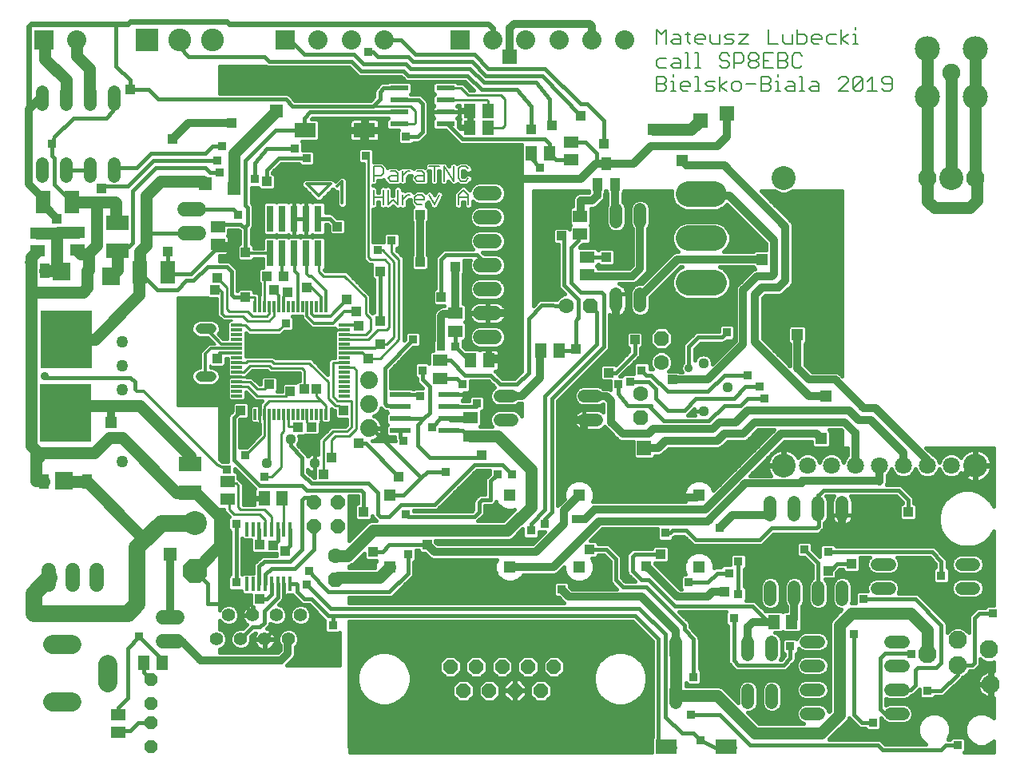
<source format=gtl>
G75*
%MOIN*%
%OFA0B0*%
%FSLAX25Y25*%
%IPPOS*%
%LPD*%
%AMOC8*
5,1,8,0,0,1.08239X$1,22.5*
%
%ADD10C,0.00500*%
%ADD11R,0.05906X0.05118*%
%ADD12OC8,0.06300*%
%ADD13C,0.06300*%
%ADD14C,0.10000*%
%ADD15OC8,0.10000*%
%ADD16R,0.05118X0.05906*%
%ADD17R,0.06299X0.09449*%
%ADD18R,0.09449X0.06299*%
%ADD19R,0.09500X0.09500*%
%ADD20C,0.09500*%
%ADD21C,0.06000*%
%ADD22R,0.21260X0.24409*%
%ADD23R,0.03937X0.06299*%
%ADD24R,0.08661X0.02362*%
%ADD25C,0.05200*%
%ADD26C,0.05000*%
%ADD27C,0.07874*%
%ADD28OC8,0.06000*%
%ADD29R,0.08000X0.08000*%
%ADD30C,0.08000*%
%ADD31C,0.07400*%
%ADD32OC8,0.05200*%
%ADD33C,0.04400*%
%ADD34R,0.03937X0.05512*%
%ADD35C,0.04400*%
%ADD36R,0.09055X0.06299*%
%ADD37C,0.10650*%
%ADD38R,0.05150X0.05150*%
%ADD39C,0.07600*%
%ADD40C,0.07087*%
%ADD41R,0.04724X0.01181*%
%ADD42R,0.01181X0.04724*%
%ADD43R,0.01575X0.05906*%
%ADD44R,0.02992X0.11024*%
%ADD45C,0.07677*%
%ADD46C,0.05543*%
%ADD47C,0.07500*%
%ADD48C,0.10500*%
%ADD49R,0.07800X0.02100*%
%ADD50C,0.01200*%
%ADD51R,0.03962X0.03962*%
%ADD52C,0.01000*%
%ADD53C,0.01600*%
%ADD54C,0.05000*%
%ADD55R,0.03569X0.03569*%
%ADD56C,0.03200*%
%ADD57R,0.05906X0.05906*%
%ADD58C,0.07000*%
%ADD59R,0.07677X0.07677*%
%ADD60C,0.02400*%
%ADD61R,0.05315X0.05315*%
%ADD62R,0.04750X0.04750*%
%ADD63R,0.04356X0.04356*%
%ADD64C,0.03569*%
D10*
X0153329Y0269688D02*
X0153329Y0275793D01*
X0153329Y0272740D02*
X0157399Y0272740D01*
X0157399Y0269688D02*
X0157399Y0275793D01*
X0159406Y0275793D02*
X0159406Y0269688D01*
X0161441Y0271723D01*
X0163476Y0269688D01*
X0163476Y0275793D01*
X0165483Y0273758D02*
X0165483Y0269688D01*
X0165483Y0271723D02*
X0167518Y0273758D01*
X0168536Y0273758D01*
X0170547Y0272740D02*
X0170547Y0270705D01*
X0171565Y0269688D01*
X0173600Y0269688D01*
X0174618Y0271723D02*
X0170547Y0271723D01*
X0170547Y0272740D02*
X0171565Y0273758D01*
X0173600Y0273758D01*
X0174618Y0272740D01*
X0174618Y0271723D01*
X0176625Y0273758D02*
X0178660Y0269688D01*
X0180695Y0273758D01*
X0182702Y0279588D02*
X0182702Y0285693D01*
X0186772Y0279588D01*
X0186772Y0285693D01*
X0188779Y0284675D02*
X0188779Y0280605D01*
X0189797Y0279588D01*
X0191832Y0279588D01*
X0192849Y0280605D01*
X0192849Y0284675D02*
X0191832Y0285693D01*
X0189797Y0285693D01*
X0188779Y0284675D01*
X0180695Y0285693D02*
X0176625Y0285693D01*
X0178660Y0285693D02*
X0178660Y0279588D01*
X0174618Y0279588D02*
X0174618Y0282640D01*
X0173600Y0283658D01*
X0171565Y0283658D01*
X0171565Y0281623D02*
X0174618Y0281623D01*
X0174618Y0279588D02*
X0171565Y0279588D01*
X0170547Y0280605D01*
X0171565Y0281623D01*
X0168536Y0283658D02*
X0167518Y0283658D01*
X0165483Y0281623D01*
X0163476Y0281623D02*
X0160423Y0281623D01*
X0159406Y0280605D01*
X0160423Y0279588D01*
X0163476Y0279588D01*
X0163476Y0282640D01*
X0162459Y0283658D01*
X0160423Y0283658D01*
X0157399Y0284675D02*
X0157399Y0282640D01*
X0156381Y0281623D01*
X0153329Y0281623D01*
X0153329Y0279588D02*
X0153329Y0285693D01*
X0156381Y0285693D01*
X0157399Y0284675D01*
X0165483Y0283658D02*
X0165483Y0279588D01*
X0188779Y0273758D02*
X0188779Y0269688D01*
X0188779Y0272740D02*
X0192849Y0272740D01*
X0192849Y0273758D02*
X0192849Y0269688D01*
X0192849Y0273758D02*
X0190814Y0275793D01*
X0188779Y0273758D01*
X0271439Y0316932D02*
X0274492Y0316932D01*
X0275509Y0317949D01*
X0275509Y0318967D01*
X0274492Y0319984D01*
X0271439Y0319984D01*
X0271439Y0316932D02*
X0271439Y0323037D01*
X0274492Y0323037D01*
X0275509Y0322020D01*
X0275509Y0321002D01*
X0274492Y0319984D01*
X0277516Y0321002D02*
X0278534Y0321002D01*
X0278534Y0316932D01*
X0279551Y0316932D02*
X0277516Y0316932D01*
X0281568Y0317949D02*
X0281568Y0319984D01*
X0282585Y0321002D01*
X0284620Y0321002D01*
X0285638Y0319984D01*
X0285638Y0318967D01*
X0281568Y0318967D01*
X0281568Y0317949D02*
X0282585Y0316932D01*
X0284620Y0316932D01*
X0287645Y0316932D02*
X0289680Y0316932D01*
X0288662Y0316932D02*
X0288662Y0323037D01*
X0287645Y0323037D01*
X0287645Y0326832D02*
X0289680Y0326832D01*
X0288662Y0326832D02*
X0288662Y0332937D01*
X0287645Y0332937D01*
X0284611Y0332937D02*
X0284611Y0326832D01*
X0285628Y0326832D02*
X0283593Y0326832D01*
X0281586Y0326832D02*
X0278534Y0326832D01*
X0277516Y0327849D01*
X0278534Y0328867D01*
X0281586Y0328867D01*
X0281586Y0329884D02*
X0281586Y0326832D01*
X0281586Y0329884D02*
X0280569Y0330902D01*
X0278534Y0330902D01*
X0275509Y0330902D02*
X0272457Y0330902D01*
X0271439Y0329884D01*
X0271439Y0327849D01*
X0272457Y0326832D01*
X0275509Y0326832D01*
X0278534Y0324055D02*
X0278534Y0323037D01*
X0283593Y0332937D02*
X0284611Y0332937D01*
X0285628Y0336732D02*
X0284611Y0337749D01*
X0284611Y0341820D01*
X0285628Y0340802D02*
X0283593Y0340802D01*
X0281586Y0339784D02*
X0281586Y0336732D01*
X0278534Y0336732D01*
X0277516Y0337749D01*
X0278534Y0338767D01*
X0281586Y0338767D01*
X0281586Y0339784D02*
X0280569Y0340802D01*
X0278534Y0340802D01*
X0275509Y0342837D02*
X0275509Y0336732D01*
X0271439Y0336732D02*
X0271439Y0342837D01*
X0273474Y0340802D01*
X0275509Y0342837D01*
X0287645Y0339784D02*
X0287645Y0337749D01*
X0288662Y0336732D01*
X0290697Y0336732D01*
X0291715Y0338767D02*
X0287645Y0338767D01*
X0287645Y0339784D02*
X0288662Y0340802D01*
X0290697Y0340802D01*
X0291715Y0339784D01*
X0291715Y0338767D01*
X0293722Y0337749D02*
X0293722Y0340802D01*
X0293722Y0337749D02*
X0294740Y0336732D01*
X0297792Y0336732D01*
X0297792Y0340802D01*
X0299799Y0339784D02*
X0300817Y0340802D01*
X0303869Y0340802D01*
X0305876Y0340802D02*
X0309947Y0340802D01*
X0305876Y0336732D01*
X0309947Y0336732D01*
X0310945Y0332937D02*
X0312980Y0332937D01*
X0313998Y0331920D01*
X0313998Y0330902D01*
X0312980Y0329884D01*
X0310945Y0329884D01*
X0309928Y0330902D01*
X0309928Y0331920D01*
X0310945Y0332937D01*
X0310945Y0329884D02*
X0309928Y0328867D01*
X0309928Y0327849D01*
X0310945Y0326832D01*
X0312980Y0326832D01*
X0313998Y0327849D01*
X0313998Y0328867D01*
X0312980Y0329884D01*
X0316005Y0329884D02*
X0318040Y0329884D01*
X0316005Y0326832D02*
X0320075Y0326832D01*
X0322082Y0326832D02*
X0325135Y0326832D01*
X0326152Y0327849D01*
X0326152Y0328867D01*
X0325135Y0329884D01*
X0322082Y0329884D01*
X0322082Y0326832D02*
X0322082Y0332937D01*
X0325135Y0332937D01*
X0326152Y0331920D01*
X0326152Y0330902D01*
X0325135Y0329884D01*
X0328159Y0327849D02*
X0329177Y0326832D01*
X0331212Y0326832D01*
X0332230Y0327849D01*
X0332230Y0331920D02*
X0331212Y0332937D01*
X0329177Y0332937D01*
X0328159Y0331920D01*
X0328159Y0327849D01*
X0331198Y0323037D02*
X0332216Y0323037D01*
X0332216Y0316932D01*
X0333233Y0316932D02*
X0331198Y0316932D01*
X0329191Y0316932D02*
X0326138Y0316932D01*
X0325121Y0317949D01*
X0326138Y0318967D01*
X0329191Y0318967D01*
X0329191Y0319984D02*
X0329191Y0316932D01*
X0329191Y0319984D02*
X0328173Y0321002D01*
X0326138Y0321002D01*
X0322087Y0321002D02*
X0322087Y0316932D01*
X0323104Y0316932D02*
X0321069Y0316932D01*
X0319062Y0317949D02*
X0318045Y0316932D01*
X0314992Y0316932D01*
X0314992Y0323037D01*
X0318045Y0323037D01*
X0319062Y0322020D01*
X0319062Y0321002D01*
X0318045Y0319984D01*
X0314992Y0319984D01*
X0312985Y0319984D02*
X0308915Y0319984D01*
X0306908Y0319984D02*
X0305890Y0321002D01*
X0303855Y0321002D01*
X0302838Y0319984D01*
X0302838Y0317949D01*
X0303855Y0316932D01*
X0305890Y0316932D01*
X0306908Y0317949D01*
X0306908Y0319984D01*
X0300826Y0321002D02*
X0297773Y0318967D01*
X0300826Y0316932D01*
X0297773Y0316932D02*
X0297773Y0323037D01*
X0295766Y0321002D02*
X0292714Y0321002D01*
X0291696Y0319984D01*
X0292714Y0318967D01*
X0294749Y0318967D01*
X0295766Y0317949D01*
X0294749Y0316932D01*
X0291696Y0316932D01*
X0298791Y0326832D02*
X0297773Y0327849D01*
X0298791Y0326832D02*
X0300826Y0326832D01*
X0301844Y0327849D01*
X0301844Y0328867D01*
X0300826Y0329884D01*
X0298791Y0329884D01*
X0297773Y0330902D01*
X0297773Y0331920D01*
X0298791Y0332937D01*
X0300826Y0332937D01*
X0301844Y0331920D01*
X0303851Y0332937D02*
X0303851Y0326832D01*
X0303851Y0328867D02*
X0306903Y0328867D01*
X0307921Y0329884D01*
X0307921Y0331920D01*
X0306903Y0332937D01*
X0303851Y0332937D01*
X0302852Y0336732D02*
X0299799Y0336732D01*
X0300817Y0338767D02*
X0299799Y0339784D01*
X0300817Y0338767D02*
X0302852Y0338767D01*
X0303869Y0337749D01*
X0302852Y0336732D01*
X0316005Y0332937D02*
X0316005Y0326832D01*
X0322087Y0324055D02*
X0322087Y0323037D01*
X0322087Y0321002D02*
X0321069Y0321002D01*
X0319062Y0318967D02*
X0319062Y0317949D01*
X0319062Y0318967D02*
X0318045Y0319984D01*
X0320075Y0332937D02*
X0316005Y0332937D01*
X0318031Y0336732D02*
X0322101Y0336732D01*
X0324108Y0337749D02*
X0324108Y0340802D01*
X0324108Y0337749D02*
X0325125Y0336732D01*
X0328178Y0336732D01*
X0328178Y0340802D01*
X0330185Y0340802D02*
X0333238Y0340802D01*
X0334255Y0339784D01*
X0334255Y0337749D01*
X0333238Y0336732D01*
X0330185Y0336732D01*
X0330185Y0342837D01*
X0336262Y0339784D02*
X0336262Y0337749D01*
X0337280Y0336732D01*
X0339315Y0336732D01*
X0340332Y0338767D02*
X0336262Y0338767D01*
X0336262Y0339784D02*
X0337280Y0340802D01*
X0339315Y0340802D01*
X0340332Y0339784D01*
X0340332Y0338767D01*
X0342340Y0339784D02*
X0342340Y0337749D01*
X0343357Y0336732D01*
X0346410Y0336732D01*
X0348417Y0336732D02*
X0348417Y0342837D01*
X0346410Y0340802D02*
X0343357Y0340802D01*
X0342340Y0339784D01*
X0348417Y0338767D02*
X0351469Y0340802D01*
X0353481Y0340802D02*
X0354499Y0340802D01*
X0354499Y0336732D01*
X0355516Y0336732D02*
X0353481Y0336732D01*
X0351469Y0336732D02*
X0348417Y0338767D01*
X0354499Y0342837D02*
X0354499Y0343855D01*
X0354499Y0323037D02*
X0356534Y0323037D01*
X0357551Y0322020D01*
X0353481Y0317949D01*
X0354499Y0316932D01*
X0356534Y0316932D01*
X0357551Y0317949D01*
X0357551Y0322020D01*
X0359558Y0321002D02*
X0361593Y0323037D01*
X0361593Y0316932D01*
X0359558Y0316932D02*
X0363628Y0316932D01*
X0365635Y0317949D02*
X0366653Y0316932D01*
X0368688Y0316932D01*
X0369706Y0317949D01*
X0369706Y0322020D01*
X0368688Y0323037D01*
X0366653Y0323037D01*
X0365635Y0322020D01*
X0365635Y0321002D01*
X0366653Y0319984D01*
X0369706Y0319984D01*
X0354499Y0323037D02*
X0353481Y0322020D01*
X0353481Y0317949D01*
X0351474Y0316932D02*
X0347404Y0316932D01*
X0351474Y0321002D01*
X0351474Y0322020D01*
X0350456Y0323037D01*
X0348421Y0323037D01*
X0347404Y0322020D01*
X0339320Y0319984D02*
X0339320Y0316932D01*
X0336267Y0316932D01*
X0335249Y0317949D01*
X0336267Y0318967D01*
X0339320Y0318967D01*
X0339320Y0319984D02*
X0338302Y0321002D01*
X0336267Y0321002D01*
X0318031Y0336732D02*
X0318031Y0342837D01*
D11*
X0046740Y0049320D03*
X0046740Y0056800D03*
X0092370Y0146682D03*
X0092370Y0154162D03*
X0181189Y0197115D03*
X0181189Y0204595D03*
X0187488Y0216918D03*
X0187488Y0224398D03*
X0193787Y0180698D03*
X0193787Y0173217D03*
X0242606Y0240265D03*
X0242606Y0247745D03*
X0239654Y0257391D03*
X0239654Y0264871D03*
X0235756Y0288335D03*
X0235756Y0295816D03*
X0088433Y0260422D03*
X0088433Y0252942D03*
X0029732Y0250658D03*
X0029732Y0258139D03*
X0013000Y0257824D03*
X0013000Y0250343D03*
D12*
X0137488Y0112981D03*
X0264929Y0180698D03*
X0273512Y0213847D03*
X0243906Y0227509D03*
D13*
X0233906Y0227509D03*
X0273512Y0203847D03*
X0264929Y0190698D03*
X0137488Y0122981D03*
D14*
X0078709Y0136879D03*
X0324496Y0160855D03*
X0404496Y0160855D03*
X0394496Y0280855D03*
X0324496Y0280855D03*
D15*
X0078709Y0116879D03*
D16*
X0107764Y0147076D03*
X0115244Y0147076D03*
X0193984Y0204831D03*
X0201465Y0204831D03*
X0223315Y0208769D03*
X0230795Y0208769D03*
X0226701Y0291091D03*
X0219220Y0291091D03*
X0201110Y0301918D03*
X0201110Y0308808D03*
X0193630Y0308808D03*
X0193630Y0301918D03*
X0320362Y0095580D03*
X0327843Y0095580D03*
X0065047Y0078532D03*
X0057567Y0078532D03*
D17*
X0055835Y0241328D03*
X0067646Y0241328D03*
X0027331Y0270855D03*
X0015520Y0270855D03*
D18*
X0046346Y0262076D03*
X0046346Y0250265D03*
X0076740Y0161288D03*
X0076740Y0149477D03*
D19*
X0058669Y0338493D03*
D20*
X0072449Y0338493D03*
X0086228Y0338493D03*
D21*
X0080646Y0267745D02*
X0074646Y0267745D01*
X0074646Y0257745D02*
X0080646Y0257745D01*
X0197953Y0254438D02*
X0203953Y0254438D01*
X0203953Y0264438D02*
X0197953Y0264438D01*
X0197953Y0274438D02*
X0203953Y0274438D01*
X0203953Y0244438D02*
X0197953Y0244438D01*
X0197953Y0234438D02*
X0203953Y0234438D01*
X0203953Y0224438D02*
X0197953Y0224438D01*
X0197953Y0214438D02*
X0203953Y0214438D01*
X0071433Y0097272D02*
X0065433Y0097272D01*
X0065433Y0087272D02*
X0071433Y0087272D01*
X0037803Y0111005D02*
X0037803Y0117005D01*
X0027803Y0117005D02*
X0027803Y0111005D01*
X0017803Y0111005D02*
X0017803Y0117005D01*
D22*
X0024811Y0182745D03*
X0025165Y0213414D03*
D23*
X0016189Y0242154D03*
X0034142Y0242154D03*
X0033787Y0154005D03*
X0015835Y0154005D03*
D24*
X0164457Y0175402D03*
X0164457Y0180402D03*
X0164457Y0185402D03*
X0164457Y0190402D03*
X0184929Y0190402D03*
X0184929Y0185402D03*
X0184929Y0180402D03*
X0184929Y0175402D03*
D25*
X0206028Y0179792D02*
X0211228Y0179792D01*
X0211228Y0189792D02*
X0206028Y0189792D01*
X0241228Y0189792D02*
X0246428Y0189792D01*
X0246428Y0179792D02*
X0241228Y0179792D01*
X0254654Y0227269D02*
X0254654Y0232469D01*
X0264654Y0232469D02*
X0264654Y0227269D01*
X0264654Y0262469D02*
X0264654Y0267669D01*
X0254654Y0267669D02*
X0254654Y0262469D01*
X0318984Y0145268D02*
X0318984Y0140068D01*
X0328984Y0140068D02*
X0328984Y0145268D01*
X0338984Y0145268D02*
X0338984Y0140068D01*
X0348984Y0140068D02*
X0348984Y0145268D01*
X0363509Y0119556D02*
X0368709Y0119556D01*
X0368709Y0109556D02*
X0363509Y0109556D01*
X0348984Y0110068D02*
X0348984Y0104868D01*
X0338984Y0104868D02*
X0338984Y0110068D01*
X0328984Y0110068D02*
X0328984Y0104868D01*
X0318984Y0104868D02*
X0318984Y0110068D01*
X0319575Y0087038D02*
X0319575Y0081838D01*
X0309575Y0081838D02*
X0309575Y0087038D01*
X0309575Y0067038D02*
X0309575Y0061838D01*
X0319575Y0061838D02*
X0319575Y0067038D01*
X0333942Y0067154D02*
X0339142Y0067154D01*
X0339142Y0077154D02*
X0333942Y0077154D01*
X0333942Y0087154D02*
X0339142Y0087154D01*
X0369142Y0087154D02*
X0374342Y0087154D01*
X0374342Y0077154D02*
X0369142Y0077154D01*
X0369142Y0067154D02*
X0374342Y0067154D01*
X0374342Y0057154D02*
X0369142Y0057154D01*
X0339142Y0057154D02*
X0333942Y0057154D01*
X0279575Y0061838D02*
X0279575Y0067038D01*
X0279575Y0081838D02*
X0279575Y0087038D01*
X0398709Y0109556D02*
X0403909Y0109556D01*
X0403909Y0119556D02*
X0398709Y0119556D01*
X0045126Y0281523D02*
X0045126Y0286723D01*
X0035126Y0286723D02*
X0035126Y0281523D01*
X0025126Y0281523D02*
X0025126Y0286723D01*
X0015126Y0286723D02*
X0015126Y0281523D01*
X0015126Y0311523D02*
X0015126Y0316723D01*
X0025126Y0316723D02*
X0025126Y0311523D01*
X0035126Y0311523D02*
X0035126Y0316723D01*
X0045126Y0316723D02*
X0045126Y0311523D01*
D26*
X0048370Y0212414D03*
X0048370Y0202414D03*
X0048370Y0192414D03*
X0048370Y0172414D03*
X0048370Y0162414D03*
D27*
X0027488Y0086170D02*
X0019614Y0086170D01*
X0042449Y0077902D02*
X0042449Y0070028D01*
X0027488Y0062154D02*
X0019614Y0062154D01*
D28*
X0128394Y0135501D03*
X0138394Y0135501D03*
X0138394Y0145501D03*
X0128394Y0145501D03*
X0185416Y0076800D03*
X0196216Y0076800D03*
X0207016Y0076800D03*
X0217816Y0076800D03*
X0228616Y0076800D03*
X0223216Y0066800D03*
X0212416Y0066800D03*
X0201616Y0066800D03*
X0190816Y0066800D03*
D29*
X0189417Y0338493D03*
X0116543Y0338493D03*
X0015795Y0338493D03*
D30*
X0029575Y0338493D03*
X0130323Y0338493D03*
X0144102Y0338493D03*
X0157882Y0338493D03*
X0203197Y0338493D03*
X0216976Y0338493D03*
X0230756Y0338493D03*
X0244535Y0338493D03*
X0258315Y0338493D03*
D31*
X0151504Y0196328D03*
X0151504Y0186328D03*
X0151504Y0176328D03*
D32*
X0060559Y0071485D03*
X0060559Y0061485D03*
X0060559Y0053375D03*
X0060559Y0043375D03*
D33*
X0081154Y0197942D02*
X0085554Y0197942D01*
X0085554Y0217942D02*
X0081154Y0217942D01*
D34*
X0246661Y0277942D03*
X0254142Y0277942D03*
X0250402Y0286603D03*
D35*
X0290992Y0203493D03*
X0300992Y0193493D03*
X0290992Y0183493D03*
X0128748Y0161800D03*
X0118748Y0171800D03*
X0108748Y0161800D03*
D36*
X0275559Y0043257D03*
X0300362Y0043257D03*
X0149575Y0300737D03*
X0124772Y0300737D03*
D37*
X0284762Y0274158D02*
X0295412Y0274158D01*
X0295412Y0255658D02*
X0284762Y0255658D01*
X0284762Y0237158D02*
X0295412Y0237158D01*
D38*
X0289220Y0148454D03*
X0289220Y0118454D03*
X0239220Y0118454D03*
X0210283Y0118454D03*
X0210283Y0148454D03*
X0239220Y0148454D03*
X0160283Y0148454D03*
X0160283Y0118454D03*
D39*
X0384496Y0280855D03*
X0404496Y0280855D03*
D40*
X0394496Y0160855D03*
X0384496Y0160855D03*
X0374496Y0160855D03*
X0364496Y0160855D03*
X0354496Y0160855D03*
X0344496Y0160855D03*
X0334496Y0160855D03*
D41*
X0141189Y0189910D03*
X0141189Y0191879D03*
X0141189Y0193847D03*
X0141189Y0195816D03*
X0141189Y0197784D03*
X0141189Y0199753D03*
X0141189Y0201721D03*
X0141189Y0203690D03*
X0141189Y0205658D03*
X0141189Y0207627D03*
X0141189Y0209595D03*
X0141189Y0211564D03*
X0141189Y0213532D03*
X0141189Y0215501D03*
X0141189Y0217469D03*
X0141189Y0219438D03*
X0096307Y0219438D03*
X0096307Y0217469D03*
X0096307Y0215501D03*
X0096307Y0213532D03*
X0096307Y0211564D03*
X0096307Y0209595D03*
X0096307Y0207627D03*
X0096307Y0205658D03*
X0096307Y0203690D03*
X0096307Y0201721D03*
X0096307Y0199753D03*
X0096307Y0197784D03*
X0096307Y0195816D03*
X0096307Y0193847D03*
X0096307Y0191879D03*
X0096307Y0189910D03*
D42*
X0103984Y0182233D03*
X0105953Y0182233D03*
X0107921Y0182233D03*
X0109890Y0182233D03*
X0111858Y0182233D03*
X0113827Y0182233D03*
X0115795Y0182233D03*
X0117764Y0182233D03*
X0119732Y0182233D03*
X0121701Y0182233D03*
X0123669Y0182233D03*
X0125638Y0182233D03*
X0127606Y0182233D03*
X0129575Y0182233D03*
X0131543Y0182233D03*
X0133512Y0182233D03*
X0133512Y0227115D03*
X0131543Y0227115D03*
X0129575Y0227115D03*
X0127606Y0227115D03*
X0125638Y0227115D03*
X0123669Y0227115D03*
X0121701Y0227115D03*
X0119732Y0227115D03*
X0117764Y0227115D03*
X0115795Y0227115D03*
X0113827Y0227115D03*
X0111858Y0227115D03*
X0109890Y0227115D03*
X0107921Y0227115D03*
X0105953Y0227115D03*
X0103984Y0227115D03*
D43*
X0103098Y0134162D03*
X0100539Y0134162D03*
X0105657Y0134162D03*
X0108217Y0134162D03*
X0110776Y0134162D03*
X0113335Y0134162D03*
X0115894Y0134162D03*
X0118453Y0134162D03*
X0118453Y0111328D03*
X0115894Y0111328D03*
X0113335Y0111328D03*
X0110776Y0111328D03*
X0108217Y0111328D03*
X0105657Y0111328D03*
X0103098Y0111328D03*
X0100539Y0111328D03*
D44*
X0110323Y0249320D03*
X0115323Y0249320D03*
X0120323Y0249320D03*
X0125323Y0249320D03*
X0130323Y0249320D03*
X0130323Y0263887D03*
X0125323Y0263887D03*
X0120323Y0263887D03*
X0115323Y0263887D03*
X0110323Y0263887D03*
D45*
X0384575Y0082036D03*
X0397173Y0077312D03*
X0397173Y0087942D03*
X0410165Y0084005D03*
X0410953Y0069438D03*
D46*
X0122941Y0098335D03*
X0112941Y0098335D03*
X0102941Y0098335D03*
X0107941Y0088335D03*
X0117941Y0088335D03*
X0097941Y0088335D03*
X0092941Y0098335D03*
X0087941Y0088335D03*
D47*
X0394575Y0324792D03*
D48*
X0384536Y0314753D03*
X0404614Y0314753D03*
X0404614Y0334831D03*
X0384536Y0334831D03*
D49*
X0183448Y0318276D03*
X0183448Y0313276D03*
X0183448Y0308276D03*
X0183448Y0303276D03*
X0164048Y0303276D03*
X0164048Y0308276D03*
X0164048Y0313276D03*
X0164048Y0318276D03*
D50*
X0140283Y0279280D02*
X0140283Y0270422D01*
X0138315Y0277312D02*
X0140283Y0279280D01*
X0135362Y0278296D02*
X0130441Y0273375D01*
X0125520Y0278296D01*
X0135362Y0278296D01*
X0125323Y0263887D02*
X0120323Y0263887D01*
X0120323Y0249320D02*
X0120598Y0249044D01*
X0120598Y0241879D01*
X0121701Y0240776D01*
X0121701Y0227115D01*
X0125638Y0227115D02*
X0125638Y0223060D01*
X0128472Y0220225D01*
X0136346Y0220225D01*
X0141268Y0225146D01*
X0146189Y0225146D01*
X0146976Y0219438D02*
X0141189Y0219438D01*
X0146976Y0219438D02*
X0147173Y0219241D01*
X0141189Y0209595D02*
X0154260Y0209595D01*
X0156031Y0211367D01*
X0151110Y0205461D02*
X0148945Y0207627D01*
X0141189Y0207627D01*
X0135362Y0223178D02*
X0128472Y0223178D01*
X0127606Y0224044D01*
X0127606Y0227115D01*
X0131543Y0227115D02*
X0131543Y0230934D01*
X0127488Y0234989D01*
X0125520Y0234989D01*
X0126504Y0239910D02*
X0125520Y0240894D01*
X0125520Y0249123D01*
X0125323Y0249320D01*
X0115323Y0249320D02*
X0115323Y0240265D01*
X0115677Y0239910D01*
X0111740Y0234005D02*
X0113827Y0231918D01*
X0113827Y0227115D01*
X0115795Y0227115D02*
X0115795Y0231170D01*
X0117646Y0233020D01*
X0126504Y0239910D02*
X0127488Y0239910D01*
X0133512Y0233887D01*
X0133512Y0227115D01*
X0135362Y0223178D02*
X0142252Y0230068D01*
X0110323Y0249320D02*
X0100362Y0249320D01*
X0099929Y0249753D01*
X0099929Y0237942D02*
X0105953Y0231918D01*
X0105953Y0227115D01*
X0090087Y0224162D02*
X0090087Y0233020D01*
X0089102Y0234005D01*
X0087134Y0234005D01*
X0083354Y0217942D02*
X0089732Y0211564D01*
X0096307Y0211564D01*
X0096307Y0209595D02*
X0085362Y0209595D01*
X0083197Y0207430D01*
X0083197Y0198099D01*
X0083354Y0197942D01*
X0088118Y0205461D02*
X0089299Y0207627D01*
X0096307Y0207627D01*
X0109772Y0182115D02*
X0109772Y0163217D01*
X0108748Y0161800D01*
X0092055Y0159202D02*
X0088118Y0161170D01*
X0057606Y0191682D01*
X0054654Y0191682D01*
X0053669Y0192666D01*
D51*
X0088118Y0205461D03*
X0102882Y0210383D03*
X0104850Y0198572D03*
X0109772Y0194635D03*
X0118630Y0191682D03*
X0124535Y0192666D03*
X0129457Y0192666D03*
X0140874Y0183808D03*
X0127488Y0176918D03*
X0121976Y0176721D03*
X0135756Y0164123D03*
X0132409Y0157233D03*
X0147173Y0170028D03*
X0163906Y0156249D03*
X0149142Y0141485D03*
X0144417Y0133808D03*
X0153079Y0124753D03*
X0148157Y0119831D03*
X0168827Y0107036D03*
X0175717Y0127706D03*
X0191465Y0145422D03*
X0202291Y0142469D03*
X0214102Y0129674D03*
X0225913Y0106052D03*
X0243630Y0125737D03*
X0267252Y0118847D03*
X0273157Y0123769D03*
X0299732Y0108020D03*
X0290874Y0088335D03*
X0343039Y0116879D03*
X0352882Y0119831D03*
X0376504Y0141485D03*
X0278079Y0196603D03*
X0262331Y0213335D03*
X0251504Y0199556D03*
X0244614Y0198572D03*
X0237724Y0209398D03*
X0210165Y0198572D03*
X0181622Y0231052D03*
X0169811Y0222194D03*
X0156031Y0221209D03*
X0147173Y0219241D03*
X0146189Y0225146D03*
X0142252Y0230068D03*
X0156031Y0241879D03*
X0144220Y0245816D03*
X0138315Y0260580D03*
X0115677Y0239910D03*
X0111740Y0234005D03*
X0117646Y0233020D03*
X0125520Y0234989D03*
X0108787Y0239910D03*
X0099929Y0237942D03*
X0099929Y0231052D03*
X0087134Y0234005D03*
X0088118Y0238926D03*
X0099929Y0249753D03*
X0104850Y0272391D03*
X0108787Y0279280D03*
X0130441Y0285186D03*
X0094024Y0303887D03*
X0069417Y0296997D03*
X0051701Y0317666D03*
X0039890Y0276328D03*
X0021189Y0263729D03*
X0067646Y0249950D03*
X0123551Y0217272D03*
X0151110Y0205461D03*
X0156031Y0211367D03*
X0172764Y0245816D03*
X0187528Y0243847D03*
X0187528Y0258611D03*
X0172764Y0265501D03*
X0219024Y0300934D03*
X0227882Y0302902D03*
X0239693Y0306839D03*
X0249535Y0295028D03*
X0226898Y0269438D03*
X0231819Y0256643D03*
X0224929Y0244831D03*
X0224929Y0234989D03*
X0250520Y0247784D03*
X0328276Y0229083D03*
X0245598Y0167076D03*
X0198354Y0165107D03*
X0116465Y0125146D03*
X0111346Y0127509D03*
X0105835Y0127706D03*
X0101898Y0118847D03*
X0092055Y0116879D03*
X0105835Y0105068D03*
X0100913Y0146406D03*
X0098945Y0171013D03*
X0097961Y0183808D03*
D52*
X0094024Y0185776D02*
X0094024Y0188020D01*
X0093406Y0188020D01*
X0092645Y0188781D01*
X0092645Y0196445D01*
X0092547Y0196615D01*
X0092445Y0196996D01*
X0092445Y0197784D01*
X0094024Y0197784D01*
X0094024Y0197784D01*
X0092445Y0197784D01*
X0092445Y0198572D01*
X0092547Y0198954D01*
X0092645Y0199123D01*
X0092645Y0205727D01*
X0091399Y0205727D01*
X0091399Y0202942D01*
X0090638Y0202180D01*
X0085599Y0202180D01*
X0085097Y0202682D01*
X0085097Y0201442D01*
X0086251Y0201442D01*
X0087537Y0200909D01*
X0088521Y0199924D01*
X0089054Y0198638D01*
X0089054Y0197246D01*
X0088521Y0195959D01*
X0087537Y0194975D01*
X0086251Y0194442D01*
X0080458Y0194442D01*
X0079172Y0194975D01*
X0078187Y0195959D01*
X0077654Y0197246D01*
X0077654Y0198638D01*
X0078187Y0199924D01*
X0079172Y0200909D01*
X0080458Y0201442D01*
X0081297Y0201442D01*
X0081297Y0208217D01*
X0082410Y0209330D01*
X0084575Y0211495D01*
X0087114Y0211495D01*
X0084167Y0214442D01*
X0080458Y0214442D01*
X0079172Y0214975D01*
X0078187Y0215959D01*
X0077654Y0217246D01*
X0077654Y0218638D01*
X0078187Y0219924D01*
X0079172Y0220909D01*
X0080458Y0221442D01*
X0086251Y0221442D01*
X0087537Y0220909D01*
X0088521Y0219924D01*
X0089054Y0218638D01*
X0089054Y0217246D01*
X0088521Y0215959D01*
X0088273Y0215710D01*
X0090519Y0213464D01*
X0092645Y0213464D01*
X0092645Y0220567D01*
X0093406Y0221328D01*
X0094024Y0221328D01*
X0094024Y0221378D01*
X0090325Y0221378D01*
X0089441Y0222262D01*
X0089300Y0222262D01*
X0088187Y0223375D01*
X0088187Y0230724D01*
X0084614Y0230724D01*
X0084286Y0231052D01*
X0071386Y0231052D01*
X0071386Y0185776D01*
X0094024Y0185776D01*
X0094024Y0185947D02*
X0071386Y0185947D01*
X0071386Y0186945D02*
X0094024Y0186945D01*
X0094024Y0187944D02*
X0071386Y0187944D01*
X0071386Y0188942D02*
X0092645Y0188942D01*
X0092645Y0189941D02*
X0071386Y0189941D01*
X0071386Y0190939D02*
X0092645Y0190939D01*
X0092645Y0191938D02*
X0071386Y0191938D01*
X0071386Y0192936D02*
X0092645Y0192936D01*
X0092645Y0193935D02*
X0071386Y0193935D01*
X0071386Y0194933D02*
X0079271Y0194933D01*
X0078214Y0195932D02*
X0071386Y0195932D01*
X0071386Y0196930D02*
X0077785Y0196930D01*
X0077654Y0197929D02*
X0071386Y0197929D01*
X0071386Y0198927D02*
X0077774Y0198927D01*
X0078189Y0199926D02*
X0071386Y0199926D01*
X0071386Y0200924D02*
X0079209Y0200924D01*
X0081297Y0201923D02*
X0071386Y0201923D01*
X0071386Y0202921D02*
X0081297Y0202921D01*
X0081297Y0203920D02*
X0071386Y0203920D01*
X0071386Y0204918D02*
X0081297Y0204918D01*
X0081297Y0205917D02*
X0071386Y0205917D01*
X0071386Y0206916D02*
X0081297Y0206916D01*
X0081297Y0207914D02*
X0071386Y0207914D01*
X0071386Y0208913D02*
X0081992Y0208913D01*
X0082991Y0209911D02*
X0071386Y0209911D01*
X0071386Y0210910D02*
X0083989Y0210910D01*
X0085702Y0212907D02*
X0071386Y0212907D01*
X0071386Y0213905D02*
X0084704Y0213905D01*
X0086701Y0211908D02*
X0071386Y0211908D01*
X0071386Y0214904D02*
X0079343Y0214904D01*
X0078244Y0215902D02*
X0071386Y0215902D01*
X0071386Y0216901D02*
X0077797Y0216901D01*
X0077654Y0217899D02*
X0071386Y0217899D01*
X0071386Y0218898D02*
X0077762Y0218898D01*
X0078176Y0219896D02*
X0071386Y0219896D01*
X0071386Y0220895D02*
X0079158Y0220895D01*
X0071386Y0221893D02*
X0089810Y0221893D01*
X0088670Y0222892D02*
X0071386Y0222892D01*
X0071386Y0223890D02*
X0088187Y0223890D01*
X0088187Y0224889D02*
X0071386Y0224889D01*
X0071386Y0225887D02*
X0088187Y0225887D01*
X0088187Y0226886D02*
X0071386Y0226886D01*
X0071386Y0227884D02*
X0088187Y0227884D01*
X0088187Y0228883D02*
X0071386Y0228883D01*
X0071386Y0229881D02*
X0088187Y0229881D01*
X0084458Y0230880D02*
X0071386Y0230880D01*
X0088118Y0238926D02*
X0092055Y0234989D01*
X0092055Y0226131D01*
X0093039Y0225146D01*
X0100913Y0225146D01*
X0102882Y0223178D01*
X0108787Y0223178D01*
X0109890Y0224280D01*
X0109890Y0227115D01*
X0111858Y0227115D02*
X0111858Y0223296D01*
X0109772Y0221209D01*
X0100913Y0221209D01*
X0098945Y0223178D01*
X0091071Y0223178D01*
X0090087Y0224162D01*
X0087551Y0220895D02*
X0092973Y0220895D01*
X0092645Y0219896D02*
X0088533Y0219896D01*
X0088947Y0218898D02*
X0092645Y0218898D01*
X0092645Y0217899D02*
X0089054Y0217899D01*
X0088911Y0216901D02*
X0092645Y0216901D01*
X0092645Y0215902D02*
X0088464Y0215902D01*
X0089079Y0214904D02*
X0092645Y0214904D01*
X0092645Y0213905D02*
X0090078Y0213905D01*
X0096307Y0219438D02*
X0099732Y0219438D01*
X0101898Y0217272D01*
X0113709Y0217272D01*
X0116661Y0220225D01*
X0123551Y0217272D02*
X0123748Y0217469D01*
X0141189Y0217469D01*
X0141189Y0215501D02*
X0150323Y0215501D01*
X0152094Y0217272D01*
X0152094Y0222194D01*
X0150126Y0224162D01*
X0150126Y0231052D01*
X0141268Y0239910D01*
X0132409Y0239910D01*
X0130441Y0241879D01*
X0130441Y0249202D01*
X0130323Y0249320D01*
X0151110Y0247784D02*
X0152094Y0246800D01*
X0158000Y0246800D01*
X0159969Y0244831D01*
X0159969Y0218257D01*
X0158984Y0217272D01*
X0155047Y0217272D01*
X0151307Y0213532D01*
X0141189Y0213532D01*
X0151110Y0205461D02*
X0156031Y0205461D01*
X0163906Y0213335D01*
X0163906Y0246800D01*
X0160953Y0249753D01*
X0160953Y0254674D01*
X0157016Y0250737D02*
X0155047Y0250737D01*
X0157016Y0250737D02*
X0161937Y0245816D01*
X0161937Y0214320D01*
X0158984Y0211367D01*
X0156031Y0211367D01*
X0146189Y0200540D02*
X0145008Y0201721D01*
X0141189Y0201721D01*
X0141189Y0203690D02*
X0136543Y0203690D01*
X0136346Y0203493D01*
X0136346Y0189713D01*
X0138315Y0187745D01*
X0144220Y0187745D01*
X0144220Y0176918D01*
X0142252Y0174950D01*
X0136346Y0174950D01*
X0132409Y0171013D01*
X0132409Y0157233D01*
X0128472Y0162469D02*
X0128472Y0170028D01*
X0131425Y0172981D01*
X0131425Y0175934D01*
X0131543Y0176052D01*
X0131543Y0182233D01*
X0131543Y0178769D01*
X0132409Y0177902D01*
X0133512Y0182233D02*
X0133512Y0185658D01*
X0131425Y0187745D01*
X0129457Y0189713D01*
X0129457Y0192666D01*
X0124535Y0192666D02*
X0124535Y0200540D01*
X0123551Y0201524D01*
X0110756Y0201524D01*
X0109772Y0202509D01*
X0101898Y0202509D01*
X0099142Y0199753D01*
X0096307Y0199753D01*
X0096307Y0197784D02*
X0103079Y0197784D01*
X0104850Y0198572D01*
X0101701Y0195816D02*
X0104850Y0192666D01*
X0107803Y0192666D01*
X0109772Y0194635D01*
X0109772Y0187745D02*
X0131425Y0187745D01*
X0134378Y0188729D02*
X0137331Y0185776D01*
X0138906Y0185776D01*
X0140874Y0183808D01*
X0134378Y0188729D02*
X0134378Y0195619D01*
X0126504Y0203493D01*
X0111740Y0203493D01*
X0110756Y0204477D01*
X0100913Y0204477D01*
X0100126Y0203690D01*
X0096307Y0203690D01*
X0092645Y0203920D02*
X0091399Y0203920D01*
X0091399Y0204918D02*
X0092645Y0204918D01*
X0092645Y0202921D02*
X0091379Y0202921D01*
X0092645Y0201923D02*
X0085097Y0201923D01*
X0087499Y0200924D02*
X0092645Y0200924D01*
X0092645Y0199926D02*
X0088520Y0199926D01*
X0088934Y0198927D02*
X0092540Y0198927D01*
X0092445Y0197929D02*
X0089054Y0197929D01*
X0088924Y0196930D02*
X0092463Y0196930D01*
X0092645Y0195932D02*
X0088494Y0195932D01*
X0087437Y0194933D02*
X0092645Y0194933D01*
X0096307Y0195816D02*
X0101701Y0195816D01*
X0100717Y0193847D02*
X0096307Y0193847D01*
X0100717Y0193847D02*
X0104850Y0189713D01*
X0116661Y0189713D01*
X0118630Y0191682D01*
X0109772Y0187745D02*
X0107921Y0185894D01*
X0107921Y0182233D01*
X0107921Y0173099D01*
X0099929Y0165107D01*
X0098945Y0171013D02*
X0102882Y0171013D01*
X0105953Y0174083D01*
X0105953Y0182233D01*
X0109772Y0182115D02*
X0109890Y0182233D01*
X0115795Y0182233D02*
X0115795Y0175068D01*
X0114693Y0173965D01*
X0114693Y0160186D01*
X0110756Y0156249D01*
X0107803Y0156249D01*
X0115894Y0148394D02*
X0115244Y0147076D01*
X0115894Y0148394D02*
X0115894Y0134162D01*
X0110776Y0134162D02*
X0110776Y0139497D01*
X0107803Y0142469D01*
X0097961Y0142469D01*
X0096976Y0143454D01*
X0096976Y0152312D01*
X0095992Y0153296D01*
X0093236Y0153296D01*
X0092370Y0154162D01*
X0092370Y0146682D02*
X0093039Y0146013D01*
X0093039Y0142469D01*
X0095008Y0140501D01*
X0105835Y0140501D01*
X0108217Y0138119D01*
X0108217Y0134162D01*
X0135756Y0164123D02*
X0135756Y0171406D01*
X0137331Y0172981D01*
X0143236Y0172981D01*
X0146189Y0175934D01*
X0146189Y0200540D01*
X0125638Y0182233D02*
X0125638Y0178769D01*
X0127488Y0176918D01*
X0121976Y0176721D02*
X0121898Y0177036D01*
X0117764Y0177036D01*
X0117764Y0182233D01*
X0107921Y0227115D02*
X0107921Y0239044D01*
X0108787Y0239910D01*
X0103866Y0231052D02*
X0099929Y0231052D01*
X0103866Y0231052D02*
X0103984Y0230934D01*
X0103984Y0227115D01*
X0151110Y0247784D02*
X0151110Y0289123D01*
X0150126Y0290107D01*
X0164048Y0303276D02*
X0170185Y0303276D01*
X0170795Y0303887D01*
X0170795Y0308808D01*
X0168827Y0310776D01*
X0153079Y0310776D01*
X0183448Y0313276D02*
X0200776Y0313276D01*
X0201307Y0312745D01*
X0201307Y0309005D01*
X0201110Y0308808D01*
X0201110Y0301918D02*
X0207213Y0301918D01*
X0208197Y0302902D01*
X0208197Y0313729D01*
X0206622Y0315304D01*
X0192843Y0315304D01*
X0189870Y0318276D01*
X0183448Y0318276D01*
X0235756Y0295816D02*
X0236937Y0295816D01*
D53*
X0241858Y0295816D01*
X0246583Y0291091D01*
X0246583Y0286603D01*
X0249535Y0295028D02*
X0249535Y0304871D01*
X0242646Y0311761D01*
X0239693Y0311761D01*
X0224929Y0326524D01*
X0201307Y0326524D01*
X0195402Y0332430D01*
X0170795Y0332430D01*
X0164732Y0338493D01*
X0157882Y0338493D01*
X0153079Y0333414D02*
X0155047Y0331446D01*
X0167843Y0331446D01*
X0169811Y0329477D01*
X0194417Y0329477D01*
X0200323Y0323572D01*
X0223945Y0323572D01*
X0239693Y0306839D01*
X0227882Y0302902D02*
X0226898Y0303887D01*
X0226898Y0313729D01*
X0220992Y0320619D01*
X0199339Y0320619D01*
X0193433Y0326524D01*
X0168827Y0326524D01*
X0166858Y0328493D01*
X0149142Y0328493D01*
X0145205Y0332430D01*
X0124535Y0332430D01*
X0118472Y0338493D01*
X0116543Y0338493D01*
X0107803Y0331446D02*
X0109772Y0329477D01*
X0144220Y0329477D01*
X0148157Y0325540D01*
X0165874Y0325540D01*
X0167843Y0323572D01*
X0192449Y0323572D01*
X0198354Y0317666D01*
X0213118Y0317666D01*
X0219024Y0310776D01*
X0219024Y0300934D01*
X0224929Y0296997D02*
X0226898Y0295028D01*
X0226898Y0291288D01*
X0226701Y0291091D01*
X0229457Y0288335D01*
X0235756Y0288335D01*
X0222961Y0285186D02*
X0219220Y0288926D01*
X0219220Y0291091D01*
X0215061Y0290333D02*
X0153510Y0290333D01*
X0153510Y0288735D02*
X0215061Y0288735D01*
X0215061Y0287476D02*
X0215061Y0294597D01*
X0190003Y0294597D01*
X0189121Y0294962D01*
X0188446Y0295637D01*
X0183457Y0300626D01*
X0178885Y0300626D01*
X0177948Y0301564D01*
X0177948Y0304989D01*
X0178634Y0305675D01*
X0178443Y0305786D01*
X0178108Y0306121D01*
X0177871Y0306532D01*
X0177748Y0306989D01*
X0177748Y0308276D01*
X0183448Y0308276D01*
X0183448Y0308276D01*
X0183448Y0308276D01*
X0189148Y0308276D01*
X0189148Y0306989D01*
X0189025Y0306532D01*
X0188788Y0306121D01*
X0188453Y0305786D01*
X0188262Y0305675D01*
X0188948Y0304989D01*
X0188948Y0301923D01*
X0189433Y0301439D01*
X0193150Y0301439D01*
X0193150Y0302398D01*
X0193150Y0306671D01*
X0193150Y0308328D01*
X0194109Y0308328D01*
X0194109Y0302398D01*
X0193150Y0302398D01*
X0189271Y0302398D01*
X0189271Y0305108D01*
X0189339Y0305363D01*
X0189271Y0305618D01*
X0189271Y0308328D01*
X0193150Y0308328D01*
X0193150Y0309287D01*
X0189271Y0309287D01*
X0189271Y0311176D01*
X0188561Y0311176D01*
X0188262Y0310877D01*
X0188453Y0310767D01*
X0188788Y0310432D01*
X0189025Y0310021D01*
X0189148Y0309563D01*
X0189148Y0308276D01*
X0183448Y0308276D01*
X0192114Y0308276D01*
X0193630Y0306761D01*
X0193630Y0301918D01*
X0193150Y0301523D02*
X0189348Y0301523D01*
X0189271Y0303121D02*
X0188948Y0303121D01*
X0188948Y0304720D02*
X0189271Y0304720D01*
X0189271Y0306318D02*
X0188902Y0306318D01*
X0189148Y0307917D02*
X0189271Y0307917D01*
X0189271Y0309516D02*
X0189148Y0309516D01*
X0189271Y0311114D02*
X0188498Y0311114D01*
X0192114Y0308276D02*
X0193630Y0308808D01*
X0194109Y0307917D02*
X0193150Y0307917D01*
X0193150Y0306318D02*
X0194109Y0306318D01*
X0194109Y0304720D02*
X0193150Y0304720D01*
X0193150Y0303121D02*
X0194109Y0303121D01*
X0190480Y0296997D02*
X0224929Y0296997D01*
X0215061Y0293530D02*
X0123983Y0293530D01*
X0123983Y0292507D02*
X0123983Y0295507D01*
X0123502Y0295987D01*
X0129962Y0295987D01*
X0130899Y0296925D01*
X0130899Y0304549D01*
X0129962Y0305487D01*
X0127561Y0305487D01*
X0127951Y0305876D01*
X0159235Y0305876D01*
X0159335Y0305776D01*
X0158548Y0304989D01*
X0158548Y0301564D01*
X0159485Y0300626D01*
X0163672Y0300626D01*
X0163474Y0300428D01*
X0163474Y0295534D01*
X0164411Y0294597D01*
X0169305Y0294597D01*
X0170243Y0295534D01*
X0170243Y0295581D01*
X0172257Y0295581D01*
X0173139Y0295946D01*
X0175783Y0298590D01*
X0176148Y0299472D01*
X0176148Y0312238D01*
X0175783Y0313120D01*
X0175108Y0313795D01*
X0173592Y0315311D01*
X0172710Y0315676D01*
X0168861Y0315676D01*
X0168761Y0315776D01*
X0169548Y0316564D01*
X0169548Y0319989D01*
X0168611Y0320926D01*
X0159485Y0320926D01*
X0159235Y0320676D01*
X0157149Y0320676D01*
X0156266Y0320311D01*
X0153997Y0318041D01*
X0153631Y0317159D01*
X0153631Y0314723D01*
X0152085Y0313176D01*
X0120608Y0313176D01*
X0118696Y0315089D01*
X0118021Y0315764D01*
X0117139Y0316129D01*
X0089102Y0316129D01*
X0089102Y0327509D01*
X0108346Y0327509D01*
X0108412Y0327443D01*
X0109294Y0327077D01*
X0143226Y0327077D01*
X0146123Y0324181D01*
X0146798Y0323506D01*
X0147680Y0323140D01*
X0164880Y0323140D01*
X0166483Y0321537D01*
X0167365Y0321172D01*
X0191455Y0321172D01*
X0195222Y0317404D01*
X0193712Y0317404D01*
X0190740Y0320376D01*
X0188561Y0320376D01*
X0188011Y0320926D01*
X0178885Y0320926D01*
X0177948Y0319989D01*
X0177948Y0316564D01*
X0178735Y0315776D01*
X0177948Y0314989D01*
X0177948Y0311564D01*
X0178634Y0310877D01*
X0178443Y0310767D01*
X0178108Y0310432D01*
X0177871Y0310021D01*
X0177748Y0309563D01*
X0177748Y0308276D01*
X0183448Y0308276D01*
X0178138Y0308276D01*
X0176701Y0306839D01*
X0176701Y0294044D01*
X0175717Y0293060D01*
X0173920Y0296727D02*
X0187356Y0296727D01*
X0188954Y0295129D02*
X0169837Y0295129D01*
X0171780Y0297981D02*
X0166858Y0297981D01*
X0163474Y0298326D02*
X0155902Y0298326D01*
X0155902Y0297350D02*
X0155902Y0299962D01*
X0150350Y0299962D01*
X0150350Y0301512D01*
X0155902Y0301512D01*
X0155902Y0304124D01*
X0155780Y0304581D01*
X0155543Y0304992D01*
X0155208Y0305327D01*
X0154797Y0305564D01*
X0154339Y0305687D01*
X0150350Y0305687D01*
X0150350Y0301512D01*
X0148800Y0301512D01*
X0148800Y0305687D01*
X0144810Y0305687D01*
X0144352Y0305564D01*
X0143942Y0305327D01*
X0143607Y0304992D01*
X0143370Y0304581D01*
X0143247Y0304124D01*
X0143247Y0301512D01*
X0148800Y0301512D01*
X0148800Y0299962D01*
X0150350Y0299962D01*
X0150350Y0295787D01*
X0154339Y0295787D01*
X0154797Y0295910D01*
X0155208Y0296147D01*
X0155543Y0296482D01*
X0155780Y0296893D01*
X0155902Y0297350D01*
X0155684Y0296727D02*
X0163474Y0296727D01*
X0163879Y0295129D02*
X0123983Y0295129D01*
X0123983Y0292507D02*
X0127967Y0292507D01*
X0128904Y0291570D01*
X0128904Y0286676D01*
X0127967Y0285739D01*
X0123073Y0285739D01*
X0122135Y0286676D01*
X0122135Y0286723D01*
X0114703Y0286723D01*
X0111187Y0283207D01*
X0111187Y0282861D01*
X0111431Y0282861D01*
X0112368Y0281924D01*
X0112368Y0276636D01*
X0111431Y0275699D01*
X0106144Y0275699D01*
X0105206Y0276636D01*
X0105206Y0276880D01*
X0102329Y0276880D01*
X0102329Y0270432D01*
X0102948Y0269813D01*
X0103313Y0268931D01*
X0103313Y0261086D01*
X0102948Y0260204D01*
X0102329Y0259585D01*
X0102329Y0253334D01*
X0102573Y0253334D01*
X0103510Y0252397D01*
X0103510Y0251520D01*
X0107227Y0251520D01*
X0107227Y0255494D01*
X0108164Y0256431D01*
X0112482Y0256431D01*
X0112823Y0256090D01*
X0113164Y0256431D01*
X0117482Y0256431D01*
X0117823Y0256090D01*
X0118164Y0256431D01*
X0122482Y0256431D01*
X0122823Y0256090D01*
X0123164Y0256431D01*
X0127482Y0256431D01*
X0127823Y0256090D01*
X0128164Y0256431D01*
X0132482Y0256431D01*
X0133419Y0255494D01*
X0133419Y0243145D01*
X0132782Y0242508D01*
X0133279Y0242010D01*
X0142138Y0242010D01*
X0143368Y0240780D01*
X0152226Y0231922D01*
X0152226Y0225032D01*
X0152928Y0224330D01*
X0153388Y0224791D01*
X0153631Y0224791D01*
X0153631Y0238298D01*
X0153388Y0238298D01*
X0152450Y0239235D01*
X0152450Y0244523D01*
X0152628Y0244700D01*
X0151225Y0244700D01*
X0150240Y0245684D01*
X0149010Y0246914D01*
X0149010Y0286723D01*
X0147679Y0286723D01*
X0146742Y0287660D01*
X0146742Y0292554D01*
X0147679Y0293491D01*
X0152573Y0293491D01*
X0153510Y0292554D01*
X0153510Y0287660D01*
X0153393Y0287543D01*
X0157148Y0287543D01*
X0157858Y0286832D01*
X0158231Y0286459D01*
X0158231Y0286459D01*
X0158538Y0286152D01*
X0159249Y0285442D01*
X0159249Y0285100D01*
X0159657Y0285508D01*
X0163225Y0285508D01*
X0163971Y0284762D01*
X0164717Y0285508D01*
X0166249Y0285508D01*
X0166501Y0285257D01*
X0166752Y0285508D01*
X0169302Y0285508D01*
X0170050Y0284760D01*
X0170799Y0285508D01*
X0174366Y0285508D01*
X0174775Y0285100D01*
X0174775Y0286459D01*
X0175858Y0287543D01*
X0181461Y0287543D01*
X0181698Y0287306D01*
X0181936Y0287543D01*
X0182142Y0287543D01*
X0182313Y0287657D01*
X0182885Y0287543D01*
X0183468Y0287543D01*
X0183614Y0287397D01*
X0183816Y0287357D01*
X0184139Y0286872D01*
X0184552Y0286459D01*
X0184552Y0286253D01*
X0184922Y0285698D01*
X0184922Y0286459D01*
X0186006Y0287543D01*
X0187538Y0287543D01*
X0188284Y0286797D01*
X0188320Y0286832D01*
X0189030Y0287543D01*
X0192598Y0287543D01*
X0193288Y0286853D01*
X0193682Y0286459D01*
X0193682Y0286459D01*
X0194699Y0285442D01*
X0194699Y0283909D01*
X0193615Y0282825D01*
X0192083Y0282825D01*
X0191065Y0283843D01*
X0190629Y0283843D01*
X0190629Y0281438D01*
X0191065Y0281438D01*
X0192083Y0282455D01*
X0193615Y0282455D01*
X0194699Y0281372D01*
X0194699Y0279839D01*
X0192598Y0277738D01*
X0189030Y0277738D01*
X0188351Y0278417D01*
X0187951Y0278150D01*
X0187538Y0277738D01*
X0187332Y0277738D01*
X0187161Y0277623D01*
X0186589Y0277738D01*
X0186006Y0277738D01*
X0185860Y0277884D01*
X0185658Y0277924D01*
X0185334Y0278409D01*
X0184922Y0278821D01*
X0184922Y0279028D01*
X0184552Y0279583D01*
X0184552Y0278821D01*
X0183468Y0277738D01*
X0181936Y0277738D01*
X0180852Y0278821D01*
X0180852Y0283843D01*
X0180510Y0283843D01*
X0180510Y0278821D01*
X0179426Y0277738D01*
X0177893Y0277738D01*
X0176810Y0278821D01*
X0176810Y0283843D01*
X0176031Y0283843D01*
X0176468Y0283407D01*
X0176468Y0278821D01*
X0175384Y0277738D01*
X0170799Y0277738D01*
X0169781Y0278755D01*
X0168697Y0279839D01*
X0168697Y0281372D01*
X0169134Y0281808D01*
X0168284Y0281808D01*
X0167333Y0280857D01*
X0167333Y0278821D01*
X0166249Y0277738D01*
X0164717Y0277738D01*
X0164480Y0277975D01*
X0164242Y0277738D01*
X0159657Y0277738D01*
X0158640Y0278755D01*
X0157556Y0279839D01*
X0157556Y0280181D01*
X0157148Y0279773D01*
X0155179Y0279773D01*
X0155179Y0278821D01*
X0154095Y0277738D01*
X0153210Y0277738D01*
X0153210Y0277643D01*
X0154095Y0277643D01*
X0155179Y0276559D01*
X0155179Y0274590D01*
X0155549Y0274590D01*
X0155549Y0276559D01*
X0156633Y0277643D01*
X0158165Y0277643D01*
X0158402Y0277406D01*
X0158640Y0277643D01*
X0160172Y0277643D01*
X0161256Y0276559D01*
X0161256Y0273573D01*
X0161626Y0273573D01*
X0161626Y0276559D01*
X0162710Y0277643D01*
X0164242Y0277643D01*
X0165326Y0276559D01*
X0165326Y0275608D01*
X0166249Y0275608D01*
X0166501Y0275357D01*
X0166752Y0275608D01*
X0169302Y0275608D01*
X0170050Y0274860D01*
X0170799Y0275608D01*
X0174366Y0275608D01*
X0175060Y0274914D01*
X0175112Y0275070D01*
X0176483Y0275755D01*
X0177937Y0275271D01*
X0178660Y0273824D01*
X0179383Y0275271D01*
X0180837Y0275755D01*
X0182208Y0275070D01*
X0182692Y0273616D01*
X0180373Y0268978D01*
X0180172Y0268376D01*
X0180039Y0268309D01*
X0179972Y0268175D01*
X0179369Y0267974D01*
X0178802Y0267690D01*
X0178660Y0267738D01*
X0178518Y0267690D01*
X0177950Y0267974D01*
X0177348Y0268175D01*
X0177281Y0268309D01*
X0177147Y0268376D01*
X0176946Y0268978D01*
X0176127Y0270616D01*
X0175450Y0269939D01*
X0175450Y0269039D01*
X0176345Y0268145D01*
X0176345Y0262857D01*
X0175964Y0262476D01*
X0175964Y0248841D01*
X0176345Y0248460D01*
X0176345Y0243172D01*
X0175408Y0242235D01*
X0170120Y0242235D01*
X0169183Y0243172D01*
X0169183Y0248460D01*
X0169564Y0248841D01*
X0169564Y0262476D01*
X0169183Y0262857D01*
X0169183Y0268145D01*
X0169837Y0268799D01*
X0169781Y0268855D01*
X0168697Y0269939D01*
X0168697Y0271908D01*
X0168284Y0271908D01*
X0167333Y0270957D01*
X0167333Y0268921D01*
X0166249Y0267838D01*
X0164717Y0267838D01*
X0164480Y0268075D01*
X0164242Y0267838D01*
X0162710Y0267838D01*
X0161441Y0269107D01*
X0160172Y0267838D01*
X0158640Y0267838D01*
X0158402Y0268075D01*
X0158165Y0267838D01*
X0156633Y0267838D01*
X0155549Y0268921D01*
X0155549Y0270890D01*
X0155179Y0270890D01*
X0155179Y0268921D01*
X0154095Y0267838D01*
X0153210Y0267838D01*
X0153210Y0254121D01*
X0157494Y0254121D01*
X0157569Y0254047D01*
X0157569Y0257121D01*
X0158506Y0258058D01*
X0163400Y0258058D01*
X0164337Y0257121D01*
X0164337Y0252227D01*
X0163400Y0251290D01*
X0163053Y0251290D01*
X0163053Y0250623D01*
X0166005Y0247670D01*
X0166005Y0212924D01*
X0166427Y0213345D01*
X0166427Y0215782D01*
X0167364Y0216720D01*
X0172258Y0216720D01*
X0173195Y0215782D01*
X0173195Y0210888D01*
X0172258Y0209951D01*
X0169821Y0209951D01*
X0160400Y0200530D01*
X0160400Y0193183D01*
X0169450Y0193183D01*
X0169831Y0192802D01*
X0170022Y0192802D01*
X0170317Y0193098D01*
X0173859Y0193098D01*
X0171713Y0195244D01*
X0171348Y0196126D01*
X0171348Y0197156D01*
X0171301Y0197156D01*
X0170364Y0198093D01*
X0170364Y0202987D01*
X0171301Y0203924D01*
X0176195Y0203924D01*
X0176636Y0203483D01*
X0176636Y0207817D01*
X0177573Y0208754D01*
X0178238Y0208754D01*
X0178238Y0212830D01*
X0178422Y0213014D01*
X0178422Y0223814D01*
X0178909Y0224991D01*
X0179893Y0225975D01*
X0180794Y0226875D01*
X0181970Y0227362D01*
X0182935Y0227362D01*
X0182935Y0227471D01*
X0178978Y0227471D01*
X0178041Y0228408D01*
X0178041Y0233696D01*
X0178978Y0234633D01*
X0179222Y0234633D01*
X0179222Y0247277D01*
X0179587Y0248159D01*
X0181556Y0250128D01*
X0182231Y0250803D01*
X0183113Y0251168D01*
X0194717Y0251168D01*
X0194053Y0251832D01*
X0193353Y0253523D01*
X0193353Y0255353D01*
X0194053Y0257043D01*
X0195347Y0258337D01*
X0197038Y0259038D01*
X0204868Y0259038D01*
X0206558Y0258337D01*
X0207852Y0257043D01*
X0208553Y0255353D01*
X0208553Y0253523D01*
X0207852Y0251832D01*
X0206558Y0250538D01*
X0204868Y0249838D01*
X0198947Y0249838D01*
X0199747Y0249038D01*
X0204868Y0249038D01*
X0206558Y0248337D01*
X0207852Y0247043D01*
X0208553Y0245353D01*
X0208553Y0243523D01*
X0207852Y0241832D01*
X0206558Y0240538D01*
X0204868Y0239838D01*
X0197038Y0239838D01*
X0195347Y0240538D01*
X0194053Y0241832D01*
X0193353Y0243523D01*
X0193353Y0245353D01*
X0193773Y0246369D01*
X0191109Y0246369D01*
X0191109Y0241203D01*
X0190688Y0240783D01*
X0190688Y0228557D01*
X0191104Y0228557D01*
X0192041Y0227620D01*
X0192041Y0221177D01*
X0191523Y0220658D01*
X0192041Y0220140D01*
X0192041Y0213696D01*
X0191104Y0212759D01*
X0190912Y0212759D01*
X0190912Y0210393D01*
X0191920Y0209384D01*
X0197206Y0209384D01*
X0197583Y0209007D01*
X0197800Y0209225D01*
X0198211Y0209462D01*
X0198669Y0209584D01*
X0200985Y0209584D01*
X0200985Y0205311D01*
X0201944Y0205311D01*
X0201944Y0209584D01*
X0204261Y0209584D01*
X0204718Y0209462D01*
X0205129Y0209225D01*
X0205464Y0208889D01*
X0205701Y0208479D01*
X0205824Y0208021D01*
X0205824Y0205311D01*
X0201944Y0205311D01*
X0201944Y0204352D01*
X0205824Y0204352D01*
X0205824Y0201642D01*
X0205701Y0201184D01*
X0205464Y0200774D01*
X0205129Y0200438D01*
X0204718Y0200201D01*
X0204261Y0200079D01*
X0204178Y0200079D01*
X0204326Y0199931D01*
X0204326Y0199931D01*
X0207222Y0197035D01*
X0212124Y0197035D01*
X0215087Y0199997D01*
X0215087Y0287451D01*
X0215061Y0287476D01*
X0215087Y0287136D02*
X0193005Y0287136D01*
X0194603Y0285538D02*
X0215087Y0285538D01*
X0215087Y0283939D02*
X0194699Y0283939D01*
X0193730Y0282341D02*
X0215087Y0282341D01*
X0215087Y0280742D02*
X0194699Y0280742D01*
X0194004Y0279144D02*
X0215087Y0279144D01*
X0215087Y0277545D02*
X0207351Y0277545D01*
X0207852Y0277043D02*
X0206558Y0278337D01*
X0204868Y0279038D01*
X0197038Y0279038D01*
X0195347Y0278337D01*
X0194053Y0277043D01*
X0193504Y0275719D01*
X0192664Y0276559D01*
X0192664Y0276559D01*
X0191596Y0277627D01*
X0191580Y0277643D01*
X0190048Y0277643D01*
X0186929Y0274524D01*
X0186929Y0271974D01*
X0186929Y0268921D01*
X0188013Y0267838D01*
X0189545Y0267838D01*
X0190629Y0268921D01*
X0190629Y0270890D01*
X0190999Y0270890D01*
X0190999Y0268921D01*
X0192083Y0267838D01*
X0193615Y0267838D01*
X0194699Y0268921D01*
X0194699Y0271186D01*
X0195347Y0270538D01*
X0197038Y0269838D01*
X0204868Y0269838D01*
X0206558Y0270538D01*
X0207852Y0271832D01*
X0208553Y0273523D01*
X0208553Y0275353D01*
X0207852Y0277043D01*
X0208307Y0275947D02*
X0215087Y0275947D01*
X0215087Y0274348D02*
X0208553Y0274348D01*
X0208233Y0272750D02*
X0215087Y0272750D01*
X0215087Y0271151D02*
X0207172Y0271151D01*
X0206558Y0268337D02*
X0204868Y0269038D01*
X0197038Y0269038D01*
X0195347Y0268337D01*
X0194053Y0267043D01*
X0193353Y0265353D01*
X0193353Y0263523D01*
X0194053Y0261832D01*
X0195347Y0260538D01*
X0197038Y0259838D01*
X0204868Y0259838D01*
X0206558Y0260538D01*
X0207852Y0261832D01*
X0208553Y0263523D01*
X0208553Y0265353D01*
X0207852Y0267043D01*
X0206558Y0268337D01*
X0206942Y0267954D02*
X0215087Y0267954D01*
X0215087Y0266356D02*
X0208137Y0266356D01*
X0208553Y0264757D02*
X0215087Y0264757D01*
X0215087Y0263159D02*
X0208402Y0263159D01*
X0207581Y0261560D02*
X0215087Y0261560D01*
X0215087Y0259962D02*
X0205167Y0259962D01*
X0206496Y0258363D02*
X0215087Y0258363D01*
X0215087Y0256765D02*
X0207968Y0256765D01*
X0208553Y0255166D02*
X0215087Y0255166D01*
X0215087Y0253568D02*
X0208553Y0253568D01*
X0207909Y0251969D02*
X0215087Y0251969D01*
X0215087Y0250371D02*
X0206154Y0250371D01*
X0205509Y0248772D02*
X0215087Y0248772D01*
X0215087Y0247174D02*
X0207722Y0247174D01*
X0208461Y0245575D02*
X0215087Y0245575D01*
X0215087Y0243977D02*
X0208553Y0243977D01*
X0208079Y0242378D02*
X0215087Y0242378D01*
X0215087Y0240780D02*
X0206800Y0240780D01*
X0206558Y0238337D02*
X0204868Y0239038D01*
X0197038Y0239038D01*
X0195347Y0238337D01*
X0194053Y0237043D01*
X0193353Y0235353D01*
X0193353Y0233523D01*
X0194053Y0231832D01*
X0195347Y0230538D01*
X0197038Y0229838D01*
X0204868Y0229838D01*
X0206558Y0230538D01*
X0207852Y0231832D01*
X0208553Y0233523D01*
X0208553Y0235353D01*
X0207852Y0237043D01*
X0206558Y0238337D01*
X0207313Y0237583D02*
X0215087Y0237583D01*
X0215087Y0239181D02*
X0190688Y0239181D01*
X0190688Y0237583D02*
X0194592Y0237583D01*
X0193614Y0235984D02*
X0190688Y0235984D01*
X0190688Y0234385D02*
X0193353Y0234385D01*
X0193658Y0232787D02*
X0190688Y0232787D01*
X0190688Y0231188D02*
X0194697Y0231188D01*
X0196110Y0228886D02*
X0195437Y0228543D01*
X0194826Y0228099D01*
X0194292Y0227565D01*
X0193847Y0226954D01*
X0193504Y0226280D01*
X0193271Y0225562D01*
X0193153Y0224816D01*
X0193153Y0224638D01*
X0200753Y0224638D01*
X0200753Y0229238D01*
X0197575Y0229238D01*
X0196829Y0229120D01*
X0196110Y0228886D01*
X0194718Y0227991D02*
X0191670Y0227991D01*
X0192041Y0226393D02*
X0193562Y0226393D01*
X0193153Y0224794D02*
X0192041Y0224794D01*
X0193153Y0224238D02*
X0193153Y0224060D01*
X0193271Y0223314D01*
X0193504Y0222595D01*
X0193847Y0221922D01*
X0194292Y0221311D01*
X0194826Y0220777D01*
X0195437Y0220332D01*
X0196110Y0219989D01*
X0196829Y0219756D01*
X0197575Y0219638D01*
X0200753Y0219638D01*
X0200753Y0224238D01*
X0201153Y0224238D01*
X0201153Y0224638D01*
X0200753Y0224638D01*
X0200753Y0224238D01*
X0193153Y0224238D01*
X0193309Y0223196D02*
X0192041Y0223196D01*
X0192041Y0221597D02*
X0194083Y0221597D01*
X0196092Y0219999D02*
X0192041Y0219999D01*
X0192041Y0218400D02*
X0195499Y0218400D01*
X0195347Y0218337D02*
X0197038Y0219038D01*
X0204868Y0219038D01*
X0206558Y0218337D01*
X0207852Y0217043D01*
X0208553Y0215353D01*
X0208553Y0213523D01*
X0207852Y0211832D01*
X0206558Y0210538D01*
X0204868Y0209838D01*
X0197038Y0209838D01*
X0195347Y0210538D01*
X0194053Y0211832D01*
X0193353Y0213523D01*
X0193353Y0215353D01*
X0194053Y0217043D01*
X0195347Y0218337D01*
X0193953Y0216802D02*
X0192041Y0216802D01*
X0192041Y0215203D02*
X0193353Y0215203D01*
X0193353Y0213605D02*
X0191949Y0213605D01*
X0190912Y0212006D02*
X0193981Y0212006D01*
X0195662Y0210408D02*
X0190912Y0210408D01*
X0187528Y0210383D02*
X0192094Y0205816D01*
X0193984Y0204831D01*
X0191465Y0198572D02*
X0202291Y0198572D01*
X0206228Y0194635D01*
X0213118Y0194635D01*
X0218039Y0199556D01*
X0218039Y0222194D01*
X0223591Y0227745D01*
X0233906Y0227509D01*
X0230868Y0231188D02*
X0220008Y0231188D01*
X0220008Y0229590D02*
X0222042Y0229590D01*
X0221913Y0229461D02*
X0221588Y0229151D01*
X0221576Y0229125D01*
X0220008Y0227556D01*
X0220008Y0275343D01*
X0243093Y0275343D01*
X0243093Y0274606D01*
X0239056Y0274606D01*
X0237880Y0274119D01*
X0236980Y0273219D01*
X0236493Y0272043D01*
X0236493Y0269030D01*
X0236038Y0269030D01*
X0235101Y0268093D01*
X0235101Y0261649D01*
X0235619Y0261131D01*
X0235101Y0260612D01*
X0235101Y0259586D01*
X0234463Y0260224D01*
X0229175Y0260224D01*
X0228238Y0259286D01*
X0228238Y0253999D01*
X0229175Y0253061D01*
X0230403Y0253061D01*
X0230403Y0235496D01*
X0230769Y0234614D01*
X0231444Y0233939D01*
X0233124Y0232259D01*
X0232961Y0232259D01*
X0231215Y0231536D01*
X0229879Y0230199D01*
X0229797Y0230003D01*
X0224094Y0230134D01*
X0224068Y0230145D01*
X0223618Y0230145D01*
X0223168Y0230155D01*
X0223142Y0230145D01*
X0223113Y0230145D01*
X0222698Y0229973D01*
X0222278Y0229810D01*
X0222257Y0229790D01*
X0222231Y0229779D01*
X0221913Y0229461D01*
X0220443Y0227991D02*
X0220008Y0227991D01*
X0220008Y0232787D02*
X0232595Y0232787D01*
X0230997Y0234385D02*
X0220008Y0234385D01*
X0220008Y0235984D02*
X0230403Y0235984D01*
X0230403Y0237583D02*
X0220008Y0237583D01*
X0220008Y0239181D02*
X0230403Y0239181D01*
X0230403Y0240780D02*
X0220008Y0240780D01*
X0220008Y0242378D02*
X0230403Y0242378D01*
X0230403Y0243977D02*
X0220008Y0243977D01*
X0220008Y0245575D02*
X0230403Y0245575D01*
X0230403Y0247174D02*
X0220008Y0247174D01*
X0220008Y0248772D02*
X0230403Y0248772D01*
X0230403Y0250371D02*
X0220008Y0250371D01*
X0220008Y0251969D02*
X0230403Y0251969D01*
X0228669Y0253568D02*
X0220008Y0253568D01*
X0220008Y0255166D02*
X0228238Y0255166D01*
X0228238Y0256765D02*
X0220008Y0256765D01*
X0220008Y0258363D02*
X0228238Y0258363D01*
X0228913Y0259962D02*
X0220008Y0259962D01*
X0220008Y0261560D02*
X0235190Y0261560D01*
X0235101Y0259962D02*
X0234725Y0259962D01*
X0235101Y0263159D02*
X0220008Y0263159D01*
X0220008Y0264757D02*
X0235101Y0264757D01*
X0235101Y0266356D02*
X0220008Y0266356D01*
X0220008Y0267954D02*
X0235101Y0267954D01*
X0236493Y0269553D02*
X0220008Y0269553D01*
X0220008Y0271151D02*
X0236493Y0271151D01*
X0236786Y0272750D02*
X0220008Y0272750D01*
X0220008Y0274348D02*
X0238433Y0274348D01*
X0244093Y0268206D02*
X0245251Y0268206D01*
X0246427Y0268693D01*
X0247327Y0269594D01*
X0249374Y0271641D01*
X0249861Y0272817D01*
X0249861Y0274155D01*
X0250230Y0274523D01*
X0250230Y0275343D01*
X0250573Y0275343D01*
X0250573Y0274523D01*
X0250942Y0274155D01*
X0250942Y0269683D01*
X0250454Y0268505D01*
X0250454Y0261634D01*
X0251093Y0260090D01*
X0252274Y0258909D01*
X0253818Y0258269D01*
X0255489Y0258269D01*
X0257033Y0258909D01*
X0258214Y0260090D01*
X0258854Y0261634D01*
X0258854Y0268505D01*
X0258214Y0270048D01*
X0257342Y0270921D01*
X0257342Y0274155D01*
X0257710Y0274523D01*
X0257710Y0275343D01*
X0277837Y0275343D01*
X0277837Y0272781D01*
X0278891Y0270236D01*
X0280839Y0268288D01*
X0283384Y0267233D01*
X0296789Y0267233D01*
X0299334Y0268288D01*
X0300798Y0269752D01*
X0317202Y0253349D01*
X0317202Y0250775D01*
X0312443Y0250775D01*
X0311668Y0250000D01*
X0299547Y0250000D01*
X0301282Y0251736D01*
X0302337Y0254281D01*
X0302337Y0257036D01*
X0301282Y0259581D01*
X0299334Y0261529D01*
X0296789Y0262583D01*
X0283384Y0262583D01*
X0280839Y0261529D01*
X0278891Y0259581D01*
X0277837Y0257036D01*
X0277837Y0254281D01*
X0278891Y0251736D01*
X0280626Y0250000D01*
X0279411Y0250000D01*
X0278235Y0249513D01*
X0277334Y0248613D01*
X0265391Y0236669D01*
X0263818Y0236669D01*
X0262274Y0236030D01*
X0261093Y0234848D01*
X0260454Y0233305D01*
X0260454Y0226434D01*
X0261093Y0224890D01*
X0262274Y0223709D01*
X0263818Y0223069D01*
X0265489Y0223069D01*
X0267033Y0223709D01*
X0268214Y0224890D01*
X0268854Y0226434D01*
X0268854Y0231081D01*
X0281373Y0243600D01*
X0282217Y0243600D01*
X0280839Y0243029D01*
X0278891Y0241081D01*
X0277837Y0238536D01*
X0277837Y0235781D01*
X0278891Y0233236D01*
X0280839Y0231288D01*
X0283384Y0230233D01*
X0296789Y0230233D01*
X0299334Y0231288D01*
X0301282Y0233236D01*
X0302337Y0235781D01*
X0302337Y0238536D01*
X0301282Y0241081D01*
X0299334Y0243029D01*
X0297956Y0243600D01*
X0311668Y0243600D01*
X0312368Y0242900D01*
X0311699Y0242623D01*
X0310799Y0241723D01*
X0304893Y0235817D01*
X0304406Y0234641D01*
X0304406Y0212692D01*
X0294792Y0203078D01*
X0294792Y0204249D01*
X0294214Y0205645D01*
X0293145Y0206714D01*
X0291748Y0207293D01*
X0290236Y0207293D01*
X0288840Y0206714D01*
X0287771Y0205645D01*
X0287368Y0204675D01*
X0287368Y0209389D01*
X0289900Y0211920D01*
X0299225Y0211920D01*
X0300108Y0212285D01*
X0300726Y0212904D01*
X0303164Y0212904D01*
X0304101Y0213841D01*
X0304101Y0218735D01*
X0303164Y0219672D01*
X0298270Y0219672D01*
X0297332Y0218735D01*
X0297332Y0216720D01*
X0288428Y0216720D01*
X0287546Y0216354D01*
X0286871Y0215679D01*
X0282934Y0211742D01*
X0282569Y0210860D01*
X0282569Y0203910D01*
X0282099Y0203441D01*
X0281584Y0202198D01*
X0281584Y0200851D01*
X0282018Y0199803D01*
X0281104Y0199803D01*
X0280723Y0200184D01*
X0276566Y0200184D01*
X0277539Y0201157D01*
X0278262Y0202902D01*
X0278262Y0204792D01*
X0277539Y0206538D01*
X0276202Y0207874D01*
X0274457Y0208597D01*
X0272567Y0208597D01*
X0270821Y0207874D01*
X0269485Y0206538D01*
X0268762Y0204792D01*
X0268762Y0202902D01*
X0269485Y0201157D01*
X0269670Y0200972D01*
X0268668Y0200972D01*
X0268668Y0202987D01*
X0267730Y0203924D01*
X0262836Y0203924D01*
X0261899Y0202987D01*
X0261899Y0199003D01*
X0257915Y0199003D01*
X0256978Y0198066D01*
X0256978Y0198019D01*
X0256314Y0198019D01*
X0263690Y0205395D01*
X0264365Y0206070D01*
X0264731Y0206953D01*
X0264731Y0209754D01*
X0264975Y0209754D01*
X0265912Y0210692D01*
X0265912Y0215979D01*
X0264975Y0216917D01*
X0259687Y0216917D01*
X0258750Y0215979D01*
X0258750Y0210692D01*
X0259687Y0209754D01*
X0259931Y0209754D01*
X0259931Y0208424D01*
X0254396Y0202889D01*
X0254148Y0203137D01*
X0248860Y0203137D01*
X0247923Y0202200D01*
X0247923Y0196912D01*
X0248860Y0195975D01*
X0252057Y0195975D01*
X0252057Y0192540D01*
X0251156Y0192913D01*
X0249247Y0192913D01*
X0248807Y0193353D01*
X0247264Y0193992D01*
X0240393Y0193992D01*
X0238849Y0193353D01*
X0237668Y0192171D01*
X0237028Y0190628D01*
X0237028Y0188957D01*
X0237668Y0187413D01*
X0238849Y0186232D01*
X0240393Y0185592D01*
X0247264Y0185592D01*
X0248807Y0186232D01*
X0249089Y0186513D01*
X0249194Y0186513D01*
X0249288Y0186419D01*
X0249288Y0183153D01*
X0248734Y0183555D01*
X0248117Y0183870D01*
X0247459Y0184084D01*
X0246775Y0184192D01*
X0241228Y0184192D01*
X0240882Y0184192D01*
X0240198Y0184084D01*
X0239539Y0183870D01*
X0238922Y0183555D01*
X0238362Y0183148D01*
X0237872Y0182659D01*
X0237465Y0182098D01*
X0237151Y0181481D01*
X0236937Y0180822D01*
X0236828Y0180138D01*
X0236828Y0179792D01*
X0236828Y0179446D01*
X0236937Y0178762D01*
X0237151Y0178103D01*
X0237465Y0177486D01*
X0237872Y0176926D01*
X0238362Y0176436D01*
X0238922Y0176029D01*
X0239539Y0175714D01*
X0240198Y0175500D01*
X0240882Y0175392D01*
X0241228Y0175392D01*
X0241228Y0179792D01*
X0236828Y0179792D01*
X0241228Y0179792D01*
X0241228Y0179792D01*
X0241228Y0179792D01*
X0241228Y0184192D01*
X0241228Y0179792D01*
X0241228Y0179792D01*
X0241228Y0175392D01*
X0246775Y0175392D01*
X0247459Y0175500D01*
X0248117Y0175714D01*
X0248734Y0176029D01*
X0249295Y0176436D01*
X0249784Y0176926D01*
X0249843Y0177006D01*
X0250676Y0176174D01*
X0255597Y0171253D01*
X0256773Y0170765D01*
X0261715Y0170765D01*
X0261715Y0164444D01*
X0262652Y0163507D01*
X0269883Y0163507D01*
X0270820Y0164444D01*
X0270820Y0164860D01*
X0272810Y0164860D01*
X0273986Y0165347D01*
X0276451Y0167813D01*
X0297416Y0167813D01*
X0298592Y0168300D01*
X0299492Y0169200D01*
X0301058Y0170765D01*
X0308243Y0170765D01*
X0309419Y0171253D01*
X0313853Y0175687D01*
X0320550Y0175687D01*
X0295299Y0150436D01*
X0294625Y0152065D01*
X0292831Y0153858D01*
X0290488Y0154828D01*
X0287952Y0154828D01*
X0285609Y0153858D01*
X0283816Y0152065D01*
X0282846Y0149722D01*
X0282846Y0147186D01*
X0283474Y0145669D01*
X0244967Y0145669D01*
X0245595Y0147186D01*
X0245595Y0149722D01*
X0244625Y0152065D01*
X0242831Y0153858D01*
X0240488Y0154828D01*
X0237952Y0154828D01*
X0235609Y0153858D01*
X0233816Y0152065D01*
X0232846Y0149722D01*
X0232846Y0147186D01*
X0233016Y0146774D01*
X0230282Y0144040D01*
X0230282Y0187735D01*
X0250895Y0208348D01*
X0251570Y0209023D01*
X0251935Y0209905D01*
X0251935Y0223805D01*
X0252347Y0223506D01*
X0252965Y0223192D01*
X0253623Y0222978D01*
X0254307Y0222869D01*
X0254653Y0222869D01*
X0254653Y0232469D01*
X0254654Y0232469D01*
X0254654Y0232469D01*
X0259054Y0232469D01*
X0259054Y0226923D01*
X0258945Y0226239D01*
X0258731Y0225580D01*
X0258417Y0224963D01*
X0258010Y0224403D01*
X0257520Y0223913D01*
X0256960Y0223506D01*
X0256343Y0223192D01*
X0255684Y0222978D01*
X0255000Y0222869D01*
X0254654Y0222869D01*
X0254654Y0232469D01*
X0259054Y0232469D01*
X0259054Y0232816D01*
X0258945Y0233500D01*
X0258731Y0234158D01*
X0258417Y0234775D01*
X0258010Y0235336D01*
X0257520Y0235825D01*
X0256960Y0236232D01*
X0256343Y0236547D01*
X0255840Y0236710D01*
X0261983Y0236710D01*
X0263159Y0237197D01*
X0264059Y0238098D01*
X0267366Y0241405D01*
X0267854Y0242581D01*
X0267854Y0259730D01*
X0268214Y0260090D01*
X0268854Y0261634D01*
X0268854Y0268505D01*
X0268214Y0270048D01*
X0267033Y0271230D01*
X0265489Y0271869D01*
X0263818Y0271869D01*
X0262274Y0271230D01*
X0261093Y0270048D01*
X0260454Y0268505D01*
X0260454Y0261634D01*
X0261093Y0260090D01*
X0261454Y0259730D01*
X0261454Y0244543D01*
X0260021Y0243110D01*
X0247159Y0243110D01*
X0247159Y0243486D01*
X0246641Y0244005D01*
X0247159Y0244523D01*
X0247159Y0244920D01*
X0247876Y0244203D01*
X0253164Y0244203D01*
X0254101Y0245140D01*
X0254101Y0250428D01*
X0253164Y0251365D01*
X0247876Y0251365D01*
X0247159Y0250649D01*
X0247159Y0250967D01*
X0246222Y0251904D01*
X0239333Y0251904D01*
X0240068Y0252639D01*
X0240660Y0253231D01*
X0243269Y0253231D01*
X0244206Y0254169D01*
X0244206Y0260612D01*
X0243688Y0261131D01*
X0244206Y0261649D01*
X0244206Y0268093D01*
X0244093Y0268206D01*
X0244206Y0267954D02*
X0250454Y0267954D01*
X0250454Y0266356D02*
X0244206Y0266356D01*
X0244206Y0264757D02*
X0250454Y0264757D01*
X0250454Y0263159D02*
X0244206Y0263159D01*
X0244117Y0261560D02*
X0250484Y0261560D01*
X0251221Y0259962D02*
X0244206Y0259962D01*
X0244206Y0258363D02*
X0253591Y0258363D01*
X0255716Y0258363D02*
X0261454Y0258363D01*
X0261454Y0256765D02*
X0244206Y0256765D01*
X0244206Y0255166D02*
X0261454Y0255166D01*
X0261454Y0253568D02*
X0243605Y0253568D01*
X0239398Y0251969D02*
X0261454Y0251969D01*
X0261454Y0250371D02*
X0254101Y0250371D01*
X0254101Y0248772D02*
X0261454Y0248772D01*
X0261454Y0247174D02*
X0254101Y0247174D01*
X0254101Y0245575D02*
X0261454Y0245575D01*
X0260887Y0243977D02*
X0246669Y0243977D01*
X0250480Y0247745D02*
X0242606Y0247745D01*
X0250480Y0247745D02*
X0250520Y0247784D01*
X0238709Y0254674D02*
X0238709Y0257351D01*
X0239654Y0257391D01*
X0238709Y0254674D02*
X0235756Y0251721D01*
X0235756Y0236957D01*
X0239693Y0233020D01*
X0248551Y0233020D01*
X0249535Y0232036D01*
X0249535Y0210383D01*
X0227882Y0188729D01*
X0227882Y0141485D01*
X0224929Y0138532D01*
X0224929Y0136564D01*
X0224893Y0133180D02*
X0219667Y0127953D01*
X0179995Y0127953D01*
X0179298Y0128650D01*
X0179298Y0129511D01*
X0209997Y0129511D01*
X0211504Y0130135D01*
X0215639Y0134271D01*
X0215639Y0131164D01*
X0216577Y0130227D01*
X0221471Y0130227D01*
X0222408Y0131164D01*
X0222408Y0133254D01*
X0222482Y0133180D01*
X0224893Y0133180D01*
X0223795Y0132081D02*
X0222408Y0132081D01*
X0222196Y0130482D02*
X0221726Y0130482D01*
X0220598Y0128884D02*
X0179298Y0128884D01*
X0175717Y0127706D02*
X0159969Y0127706D01*
X0157016Y0124753D01*
X0153079Y0124753D01*
X0149498Y0124232D02*
X0149498Y0122109D01*
X0150435Y0121172D01*
X0154509Y0121172D01*
X0153909Y0119722D01*
X0153909Y0118065D01*
X0143236Y0118065D01*
X0143236Y0118881D01*
X0143264Y0118881D01*
X0144771Y0119505D01*
X0149498Y0124232D01*
X0149498Y0124088D02*
X0149354Y0124088D01*
X0149498Y0122490D02*
X0147756Y0122490D01*
X0146157Y0120891D02*
X0154393Y0120891D01*
X0153909Y0119293D02*
X0144258Y0119293D01*
X0143236Y0129567D02*
X0143236Y0147943D01*
X0146742Y0147943D01*
X0146742Y0145066D01*
X0146498Y0145066D01*
X0145561Y0144129D01*
X0145561Y0138841D01*
X0146498Y0137904D01*
X0151786Y0137904D01*
X0152723Y0138841D01*
X0152723Y0139841D01*
X0153013Y0139141D01*
X0153688Y0138466D01*
X0154443Y0137711D01*
X0152263Y0137711D01*
X0150756Y0137087D01*
X0143236Y0129567D01*
X0143236Y0130482D02*
X0144152Y0130482D01*
X0143236Y0132081D02*
X0145750Y0132081D01*
X0147349Y0133679D02*
X0143236Y0133679D01*
X0143236Y0135278D02*
X0148947Y0135278D01*
X0150546Y0136876D02*
X0143236Y0136876D01*
X0143236Y0138475D02*
X0145927Y0138475D01*
X0145561Y0140073D02*
X0143236Y0140073D01*
X0143236Y0141672D02*
X0145561Y0141672D01*
X0145561Y0143270D02*
X0143236Y0143270D01*
X0143236Y0144869D02*
X0146301Y0144869D01*
X0146742Y0146467D02*
X0143236Y0146467D01*
X0148157Y0150343D02*
X0149142Y0149359D01*
X0149142Y0141485D01*
X0152356Y0138475D02*
X0153679Y0138475D01*
X0155047Y0140501D02*
X0155047Y0149359D01*
X0151110Y0153296D01*
X0127488Y0153296D01*
X0123551Y0157233D01*
X0123551Y0164123D01*
X0118748Y0168926D01*
X0118748Y0171800D01*
X0122300Y0170445D02*
X0130309Y0170445D01*
X0130309Y0171882D02*
X0130309Y0165483D01*
X0129915Y0165646D01*
X0129142Y0165800D01*
X0128748Y0165800D01*
X0128354Y0165800D01*
X0127581Y0165646D01*
X0126853Y0165345D01*
X0126198Y0164907D01*
X0125934Y0164642D01*
X0125586Y0165482D01*
X0124911Y0166157D01*
X0121695Y0169373D01*
X0121970Y0169647D01*
X0122548Y0171044D01*
X0122548Y0172556D01*
X0122306Y0173140D01*
X0124620Y0173140D01*
X0124831Y0173351D01*
X0124844Y0173337D01*
X0130132Y0173337D01*
X0131069Y0174274D01*
X0131069Y0178071D01*
X0131543Y0178071D01*
X0131543Y0178986D01*
X0131543Y0178986D01*
X0131543Y0178986D01*
X0131543Y0178071D01*
X0132371Y0178071D01*
X0132829Y0178194D01*
X0132963Y0178271D01*
X0134765Y0178271D01*
X0135702Y0179208D01*
X0135702Y0184435D01*
X0136461Y0183676D01*
X0137293Y0183676D01*
X0137293Y0181164D01*
X0138230Y0180227D01*
X0142120Y0180227D01*
X0142120Y0177788D01*
X0141382Y0177050D01*
X0135477Y0177050D01*
X0131540Y0173113D01*
X0130309Y0171882D01*
X0130471Y0172044D02*
X0122548Y0172044D01*
X0122222Y0168847D02*
X0130309Y0168847D01*
X0130309Y0167248D02*
X0123820Y0167248D01*
X0125419Y0165649D02*
X0127597Y0165649D01*
X0128748Y0165649D02*
X0128748Y0165649D01*
X0128748Y0165800D02*
X0128748Y0161800D01*
X0128472Y0162076D01*
X0128472Y0162469D01*
X0128748Y0162452D02*
X0128748Y0162452D01*
X0128748Y0161800D02*
X0128748Y0161800D01*
X0128748Y0161800D01*
X0128748Y0157800D01*
X0128354Y0157800D01*
X0127581Y0157954D01*
X0126853Y0158255D01*
X0126198Y0158693D01*
X0125951Y0158940D01*
X0125951Y0158227D01*
X0128482Y0155696D01*
X0128828Y0155696D01*
X0128828Y0157800D01*
X0128748Y0157800D01*
X0128748Y0161800D01*
X0128748Y0165800D01*
X0129899Y0165649D02*
X0130309Y0165649D01*
X0128748Y0164051D02*
X0128748Y0164051D01*
X0128748Y0160854D02*
X0128748Y0160854D01*
X0128748Y0159255D02*
X0128748Y0159255D01*
X0128828Y0157657D02*
X0126521Y0157657D01*
X0128120Y0156058D02*
X0128828Y0156058D01*
X0123551Y0152312D02*
X0125520Y0150343D01*
X0148157Y0150343D01*
X0155047Y0140501D02*
X0156031Y0139517D01*
X0159969Y0139517D01*
X0164890Y0144438D01*
X0178669Y0144438D01*
X0195402Y0161170D01*
X0207213Y0161170D01*
X0211150Y0157233D01*
X0205244Y0157233D02*
X0202291Y0154280D01*
X0202291Y0146406D01*
X0198354Y0146406D01*
X0197370Y0145422D01*
X0197370Y0141485D01*
X0195402Y0139517D01*
X0167843Y0139517D01*
X0166858Y0140501D01*
X0170243Y0141917D02*
X0170243Y0142038D01*
X0179147Y0142038D01*
X0180029Y0142403D01*
X0180704Y0143078D01*
X0196396Y0158770D01*
X0201860Y0158770D01*
X0201860Y0157243D01*
X0200932Y0156315D01*
X0200257Y0155640D01*
X0199891Y0154758D01*
X0199891Y0148806D01*
X0197877Y0148806D01*
X0196995Y0148441D01*
X0196320Y0147766D01*
X0195335Y0146782D01*
X0194970Y0145899D01*
X0194970Y0142479D01*
X0194407Y0141917D01*
X0170243Y0141917D01*
X0165874Y0148375D02*
X0160362Y0148375D01*
X0160283Y0148454D01*
X0165874Y0148375D02*
X0173256Y0155757D01*
X0152921Y0176091D01*
X0151504Y0176328D01*
X0151704Y0176528D02*
X0157004Y0176528D01*
X0157004Y0176760D01*
X0156868Y0177615D01*
X0156601Y0178439D01*
X0156208Y0179210D01*
X0155699Y0179911D01*
X0155087Y0180523D01*
X0154387Y0181032D01*
X0153615Y0181425D01*
X0153560Y0181443D01*
X0154506Y0181834D01*
X0155997Y0183325D01*
X0156596Y0184771D01*
X0156641Y0184726D01*
X0157625Y0183742D01*
X0158507Y0183376D01*
X0158708Y0183376D01*
X0159182Y0182902D01*
X0158526Y0182246D01*
X0158526Y0178559D01*
X0159182Y0177902D01*
X0158526Y0177246D01*
X0158526Y0173559D01*
X0159463Y0172621D01*
X0162057Y0172621D01*
X0162057Y0171953D01*
X0162422Y0171070D01*
X0162480Y0171013D01*
X0152945Y0171013D01*
X0153615Y0171231D01*
X0154387Y0171624D01*
X0155087Y0172132D01*
X0155699Y0172745D01*
X0156208Y0173445D01*
X0156601Y0174216D01*
X0156868Y0175040D01*
X0157004Y0175895D01*
X0157004Y0176128D01*
X0151704Y0176128D01*
X0151704Y0176528D01*
X0155574Y0180036D02*
X0158526Y0180036D01*
X0158526Y0181635D02*
X0154024Y0181635D01*
X0155905Y0183233D02*
X0158851Y0183233D01*
X0158984Y0185776D02*
X0158000Y0186761D01*
X0158000Y0201524D01*
X0169811Y0213335D01*
X0166427Y0213605D02*
X0166005Y0213605D01*
X0166005Y0215203D02*
X0166427Y0215203D01*
X0166005Y0216802D02*
X0178422Y0216802D01*
X0178422Y0218400D02*
X0166005Y0218400D01*
X0166005Y0219999D02*
X0178422Y0219999D01*
X0178422Y0221597D02*
X0166005Y0221597D01*
X0166005Y0223196D02*
X0178422Y0223196D01*
X0178828Y0224794D02*
X0166005Y0224794D01*
X0166005Y0226393D02*
X0180312Y0226393D01*
X0178458Y0227991D02*
X0166005Y0227991D01*
X0166005Y0229590D02*
X0178041Y0229590D01*
X0178041Y0231188D02*
X0166005Y0231188D01*
X0166005Y0232787D02*
X0178041Y0232787D01*
X0178731Y0234385D02*
X0166005Y0234385D01*
X0166005Y0235984D02*
X0179222Y0235984D01*
X0179222Y0237583D02*
X0166005Y0237583D01*
X0166005Y0239181D02*
X0179222Y0239181D01*
X0179222Y0240780D02*
X0166005Y0240780D01*
X0166005Y0242378D02*
X0169977Y0242378D01*
X0169183Y0243977D02*
X0166005Y0243977D01*
X0166005Y0245575D02*
X0169183Y0245575D01*
X0169183Y0247174D02*
X0166005Y0247174D01*
X0164903Y0248772D02*
X0169495Y0248772D01*
X0169564Y0250371D02*
X0163305Y0250371D01*
X0164079Y0251969D02*
X0169564Y0251969D01*
X0169564Y0253568D02*
X0164337Y0253568D01*
X0164337Y0255166D02*
X0169564Y0255166D01*
X0169564Y0256765D02*
X0164337Y0256765D01*
X0169564Y0258363D02*
X0153210Y0258363D01*
X0153210Y0256765D02*
X0157569Y0256765D01*
X0157569Y0255166D02*
X0153210Y0255166D01*
X0149010Y0255166D02*
X0133419Y0255166D01*
X0133419Y0253568D02*
X0149010Y0253568D01*
X0149010Y0251969D02*
X0133419Y0251969D01*
X0133419Y0250371D02*
X0149010Y0250371D01*
X0149010Y0248772D02*
X0133419Y0248772D01*
X0133419Y0247174D02*
X0149010Y0247174D01*
X0150350Y0245575D02*
X0133419Y0245575D01*
X0133419Y0243977D02*
X0152450Y0243977D01*
X0152450Y0242378D02*
X0132911Y0242378D01*
X0143368Y0240780D02*
X0152450Y0240780D01*
X0152504Y0239181D02*
X0144967Y0239181D01*
X0146565Y0237583D02*
X0153631Y0237583D01*
X0153631Y0235984D02*
X0148164Y0235984D01*
X0149762Y0234385D02*
X0153631Y0234385D01*
X0153631Y0232787D02*
X0151361Y0232787D01*
X0152226Y0231188D02*
X0153631Y0231188D01*
X0153631Y0229590D02*
X0152226Y0229590D01*
X0152226Y0227991D02*
X0153631Y0227991D01*
X0153631Y0226393D02*
X0152226Y0226393D01*
X0152464Y0224794D02*
X0153631Y0224794D01*
X0156031Y0221209D02*
X0156031Y0241879D01*
X0149010Y0256765D02*
X0127630Y0256765D01*
X0127514Y0256697D02*
X0127924Y0256934D01*
X0127964Y0256975D01*
X0128164Y0256775D01*
X0132482Y0256775D01*
X0133419Y0257712D01*
X0133419Y0261487D01*
X0134014Y0261487D01*
X0134734Y0260767D01*
X0134734Y0257936D01*
X0135671Y0256998D01*
X0140959Y0256998D01*
X0141896Y0257936D01*
X0141896Y0263223D01*
X0140959Y0264161D01*
X0138128Y0264161D01*
X0136367Y0265921D01*
X0135485Y0266287D01*
X0133419Y0266287D01*
X0133419Y0270061D01*
X0132482Y0270998D01*
X0128164Y0270998D01*
X0127964Y0270799D01*
X0127924Y0270839D01*
X0127514Y0271076D01*
X0127056Y0271198D01*
X0125323Y0271198D01*
X0125323Y0263887D01*
X0125323Y0263887D01*
X0125323Y0271198D01*
X0123590Y0271198D01*
X0123132Y0271076D01*
X0122823Y0270897D01*
X0122514Y0271076D01*
X0122056Y0271198D01*
X0120323Y0271198D01*
X0120323Y0263887D01*
X0120323Y0263887D01*
X0125323Y0263887D01*
X0125323Y0263887D01*
X0125323Y0263886D02*
X0125323Y0256575D01*
X0127056Y0256575D01*
X0127514Y0256697D01*
X0125323Y0256765D02*
X0125323Y0256765D01*
X0125323Y0256575D02*
X0125323Y0263886D01*
X0125323Y0263886D01*
X0125323Y0263887D02*
X0122027Y0263887D01*
X0120323Y0263887D01*
X0120323Y0263887D01*
X0120323Y0271198D01*
X0118590Y0271198D01*
X0118132Y0271076D01*
X0117722Y0270839D01*
X0117681Y0270799D01*
X0117482Y0270998D01*
X0113164Y0270998D01*
X0112823Y0270657D01*
X0112482Y0270998D01*
X0108164Y0270998D01*
X0107227Y0270061D01*
X0107227Y0257712D01*
X0108164Y0256775D01*
X0112482Y0256775D01*
X0112823Y0257116D01*
X0113164Y0256775D01*
X0117482Y0256775D01*
X0117681Y0256975D01*
X0117722Y0256934D01*
X0118132Y0256697D01*
X0118590Y0256575D01*
X0120323Y0256575D01*
X0122056Y0256575D01*
X0122514Y0256697D01*
X0122823Y0256876D01*
X0123132Y0256697D01*
X0123590Y0256575D01*
X0125323Y0256575D01*
X0125323Y0258363D02*
X0125323Y0258363D01*
X0125323Y0259962D02*
X0125323Y0259962D01*
X0125323Y0261560D02*
X0125323Y0261560D01*
X0125323Y0263159D02*
X0125323Y0263159D01*
X0125323Y0264757D02*
X0125323Y0264757D01*
X0125323Y0266356D02*
X0125323Y0266356D01*
X0125323Y0267954D02*
X0125323Y0267954D01*
X0125323Y0269553D02*
X0125323Y0269553D01*
X0125323Y0271151D02*
X0125323Y0271151D01*
X0127232Y0271151D02*
X0138083Y0271151D01*
X0138083Y0269553D02*
X0133419Y0269553D01*
X0133419Y0267954D02*
X0149010Y0267954D01*
X0149010Y0266356D02*
X0133419Y0266356D01*
X0135008Y0263887D02*
X0130323Y0263887D01*
X0135008Y0263887D02*
X0138315Y0260580D01*
X0141896Y0259962D02*
X0149010Y0259962D01*
X0149010Y0261560D02*
X0141896Y0261560D01*
X0141896Y0263159D02*
X0149010Y0263159D01*
X0149010Y0264757D02*
X0137531Y0264757D01*
X0139372Y0268222D02*
X0141195Y0268222D01*
X0142483Y0269511D01*
X0142483Y0280192D01*
X0141195Y0281480D01*
X0139372Y0281480D01*
X0138083Y0280192D01*
X0137331Y0279439D01*
X0136273Y0280496D01*
X0124608Y0280496D01*
X0123320Y0279207D01*
X0123320Y0277385D01*
X0124608Y0276096D01*
X0128241Y0272464D01*
X0129530Y0271175D01*
X0131352Y0271175D01*
X0136346Y0276169D01*
X0137404Y0275112D01*
X0138083Y0275112D01*
X0138083Y0269511D01*
X0139372Y0268222D01*
X0142483Y0269553D02*
X0149010Y0269553D01*
X0149010Y0271151D02*
X0142483Y0271151D01*
X0142483Y0272750D02*
X0149010Y0272750D01*
X0149010Y0274348D02*
X0142483Y0274348D01*
X0142483Y0275947D02*
X0149010Y0275947D01*
X0149010Y0277545D02*
X0142483Y0277545D01*
X0142483Y0279144D02*
X0149010Y0279144D01*
X0149010Y0280742D02*
X0141933Y0280742D01*
X0138634Y0280742D02*
X0112368Y0280742D01*
X0112368Y0279144D02*
X0123320Y0279144D01*
X0123320Y0277545D02*
X0112368Y0277545D01*
X0111679Y0275947D02*
X0124758Y0275947D01*
X0126356Y0274348D02*
X0102329Y0274348D01*
X0102329Y0272750D02*
X0127955Y0272750D01*
X0123414Y0271151D02*
X0122232Y0271151D01*
X0120323Y0271151D02*
X0120323Y0271151D01*
X0120323Y0271682D02*
X0117646Y0274359D01*
X0114693Y0274359D01*
X0118414Y0271151D02*
X0102329Y0271151D01*
X0103056Y0269553D02*
X0107227Y0269553D01*
X0107227Y0267954D02*
X0103313Y0267954D01*
X0103313Y0266356D02*
X0107227Y0266356D01*
X0107227Y0264757D02*
X0103313Y0264757D01*
X0103313Y0263159D02*
X0107227Y0263159D01*
X0107227Y0261560D02*
X0103313Y0261560D01*
X0102705Y0259962D02*
X0107227Y0259962D01*
X0107227Y0258363D02*
X0102329Y0258363D01*
X0102329Y0256765D02*
X0118016Y0256765D01*
X0120323Y0256765D02*
X0120323Y0256765D01*
X0120323Y0256575D02*
X0120323Y0263886D01*
X0120323Y0263886D01*
X0120323Y0256575D01*
X0120323Y0258363D02*
X0120323Y0258363D01*
X0120323Y0259962D02*
X0120323Y0259962D01*
X0120323Y0261560D02*
X0120323Y0261560D01*
X0120323Y0263159D02*
X0120323Y0263159D01*
X0120323Y0263887D02*
X0120323Y0271682D01*
X0120323Y0269553D02*
X0120323Y0269553D01*
X0120323Y0267954D02*
X0120323Y0267954D01*
X0120323Y0266356D02*
X0120323Y0266356D01*
X0120323Y0264757D02*
X0120323Y0264757D01*
X0122630Y0256765D02*
X0123016Y0256765D01*
X0133419Y0258363D02*
X0134734Y0258363D01*
X0134734Y0259962D02*
X0133419Y0259962D01*
X0141896Y0258363D02*
X0149010Y0258363D01*
X0153210Y0259962D02*
X0169564Y0259962D01*
X0169564Y0261560D02*
X0153210Y0261560D01*
X0153210Y0263159D02*
X0169183Y0263159D01*
X0169183Y0264757D02*
X0153210Y0264757D01*
X0153210Y0266356D02*
X0169183Y0266356D01*
X0169183Y0267954D02*
X0166366Y0267954D01*
X0164600Y0267954D02*
X0164359Y0267954D01*
X0162593Y0267954D02*
X0160289Y0267954D01*
X0158523Y0267954D02*
X0158282Y0267954D01*
X0156516Y0267954D02*
X0154211Y0267954D01*
X0155179Y0269553D02*
X0155549Y0269553D01*
X0161256Y0274348D02*
X0161626Y0274348D01*
X0161626Y0275947D02*
X0161256Y0275947D01*
X0160270Y0277545D02*
X0162612Y0277545D01*
X0164340Y0277545D02*
X0189950Y0277545D01*
X0191678Y0277545D02*
X0194555Y0277545D01*
X0193599Y0275947D02*
X0193277Y0275947D01*
X0188352Y0275947D02*
X0165326Y0275947D01*
X0167333Y0279144D02*
X0169393Y0279144D01*
X0168697Y0280742D02*
X0167333Y0280742D01*
X0174775Y0285538D02*
X0159153Y0285538D01*
X0157554Y0287136D02*
X0175452Y0287136D01*
X0176468Y0282341D02*
X0176810Y0282341D01*
X0176810Y0280742D02*
X0176468Y0280742D01*
X0176468Y0279144D02*
X0176810Y0279144D01*
X0180510Y0279144D02*
X0180852Y0279144D01*
X0180852Y0280742D02*
X0180510Y0280742D01*
X0180510Y0282341D02*
X0180852Y0282341D01*
X0184552Y0279144D02*
X0184845Y0279144D01*
X0190629Y0282341D02*
X0191968Y0282341D01*
X0188624Y0287136D02*
X0187945Y0287136D01*
X0185599Y0287136D02*
X0183963Y0287136D01*
X0185757Y0298326D02*
X0175518Y0298326D01*
X0176148Y0299924D02*
X0184159Y0299924D01*
X0184201Y0303276D02*
X0190480Y0296997D01*
X0184201Y0303276D02*
X0183448Y0303276D01*
X0177948Y0303121D02*
X0176148Y0303121D01*
X0176148Y0301523D02*
X0177989Y0301523D01*
X0177948Y0304720D02*
X0176148Y0304720D01*
X0176148Y0306318D02*
X0177994Y0306318D01*
X0177748Y0307917D02*
X0176148Y0307917D01*
X0176148Y0309516D02*
X0177748Y0309516D01*
X0178398Y0311114D02*
X0176148Y0311114D01*
X0175951Y0312713D02*
X0177948Y0312713D01*
X0177948Y0314311D02*
X0174592Y0314311D01*
X0172232Y0313276D02*
X0173748Y0311761D01*
X0173748Y0299950D01*
X0171780Y0297981D01*
X0163474Y0299924D02*
X0155902Y0299924D01*
X0155902Y0301523D02*
X0158589Y0301523D01*
X0158548Y0303121D02*
X0155902Y0303121D01*
X0155700Y0304720D02*
X0158548Y0304720D01*
X0164048Y0308276D02*
X0126957Y0308276D01*
X0124535Y0305855D01*
X0124535Y0300973D01*
X0124772Y0300737D01*
X0112528Y0300737D01*
X0099929Y0288139D01*
X0099929Y0269438D01*
X0100913Y0268454D01*
X0100913Y0261564D01*
X0099437Y0260087D01*
X0097961Y0261564D01*
X0087606Y0261564D01*
X0088433Y0260422D01*
X0092986Y0259164D02*
X0092986Y0257200D01*
X0092609Y0256823D01*
X0092826Y0256606D01*
X0093063Y0256196D01*
X0093186Y0255738D01*
X0093186Y0253421D01*
X0089102Y0253421D01*
X0089102Y0252462D01*
X0093186Y0252462D01*
X0093186Y0250146D01*
X0093063Y0249688D01*
X0092826Y0249277D01*
X0092491Y0248942D01*
X0092081Y0248705D01*
X0091623Y0248583D01*
X0089102Y0248583D01*
X0089102Y0246247D01*
X0092533Y0246247D01*
X0093415Y0245882D01*
X0096058Y0243238D01*
X0096424Y0242356D01*
X0096424Y0233771D01*
X0097285Y0234633D01*
X0102573Y0234633D01*
X0103510Y0233696D01*
X0103510Y0233152D01*
X0104736Y0233152D01*
X0105821Y0232067D01*
X0105821Y0236651D01*
X0105206Y0237266D01*
X0105206Y0242554D01*
X0106144Y0243491D01*
X0107227Y0243491D01*
X0107227Y0247120D01*
X0103510Y0247120D01*
X0103510Y0247109D01*
X0102573Y0246172D01*
X0097285Y0246172D01*
X0096348Y0247109D01*
X0096348Y0252397D01*
X0097285Y0253334D01*
X0097529Y0253334D01*
X0097529Y0258601D01*
X0097402Y0258728D01*
X0097402Y0258728D01*
X0096967Y0259164D01*
X0092986Y0259164D01*
X0092986Y0258363D02*
X0097529Y0258363D01*
X0097529Y0256765D02*
X0092668Y0256765D01*
X0093186Y0255166D02*
X0097529Y0255166D01*
X0097529Y0253568D02*
X0093186Y0253568D01*
X0093186Y0251969D02*
X0096348Y0251969D01*
X0096348Y0250371D02*
X0093186Y0250371D01*
X0092055Y0250737D02*
X0100421Y0242371D01*
X0100421Y0238434D01*
X0099929Y0237942D01*
X0096424Y0237583D02*
X0105206Y0237583D01*
X0105206Y0239181D02*
X0096424Y0239181D01*
X0096424Y0240780D02*
X0105206Y0240780D01*
X0105206Y0242378D02*
X0096415Y0242378D01*
X0095320Y0243977D02*
X0107227Y0243977D01*
X0107227Y0245575D02*
X0093721Y0245575D01*
X0092055Y0243847D02*
X0094024Y0241879D01*
X0094024Y0232036D01*
X0095008Y0231052D01*
X0099929Y0231052D01*
X0097038Y0234385D02*
X0096424Y0234385D01*
X0096424Y0235984D02*
X0105821Y0235984D01*
X0105821Y0234385D02*
X0102821Y0234385D01*
X0105101Y0232787D02*
X0105821Y0232787D01*
X0119565Y0223153D02*
X0123438Y0223153D01*
X0123438Y0222149D01*
X0126272Y0219314D01*
X0127561Y0218025D01*
X0137027Y0218025D01*
X0137027Y0217469D01*
X0137027Y0216642D01*
X0137149Y0216184D01*
X0137227Y0216050D01*
X0137227Y0205790D01*
X0135673Y0205790D01*
X0135477Y0205593D01*
X0134246Y0204363D01*
X0134246Y0198720D01*
X0127374Y0205593D01*
X0112610Y0205593D01*
X0111626Y0206577D01*
X0100269Y0206577D01*
X0100269Y0215931D01*
X0101028Y0215172D01*
X0114579Y0215172D01*
X0116247Y0216841D01*
X0119108Y0216841D01*
X0120046Y0217778D01*
X0120046Y0222672D01*
X0119565Y0223153D01*
X0120046Y0221597D02*
X0123989Y0221597D01*
X0125587Y0219999D02*
X0120046Y0219999D01*
X0120046Y0218400D02*
X0127186Y0218400D01*
X0123551Y0217272D02*
X0123551Y0211367D01*
X0105835Y0211367D01*
X0104850Y0210383D01*
X0102882Y0210383D01*
X0100269Y0210408D02*
X0137227Y0210408D01*
X0137227Y0212006D02*
X0100269Y0212006D01*
X0100269Y0213605D02*
X0137227Y0213605D01*
X0137227Y0215203D02*
X0114609Y0215203D01*
X0116208Y0216802D02*
X0137027Y0216802D01*
X0137027Y0217469D02*
X0137942Y0217469D01*
X0137942Y0217469D01*
X0137942Y0217469D01*
X0137027Y0217469D01*
X0137227Y0208809D02*
X0100269Y0208809D01*
X0100269Y0207211D02*
X0137227Y0207211D01*
X0135496Y0205612D02*
X0112591Y0205612D01*
X0108902Y0200409D02*
X0102767Y0200409D01*
X0100469Y0198110D01*
X0100469Y0197916D01*
X0102571Y0197916D01*
X0105720Y0194766D01*
X0106191Y0194766D01*
X0106191Y0197278D01*
X0107128Y0198216D01*
X0112415Y0198216D01*
X0113353Y0197278D01*
X0113353Y0191991D01*
X0113175Y0191813D01*
X0115049Y0191813D01*
X0115049Y0194326D01*
X0115986Y0195263D01*
X0120954Y0195263D01*
X0120954Y0195310D01*
X0121892Y0196247D01*
X0122435Y0196247D01*
X0122435Y0199424D01*
X0109886Y0199424D01*
X0108902Y0200409D01*
X0106532Y0197620D02*
X0102867Y0197620D01*
X0101577Y0199218D02*
X0122435Y0199218D01*
X0122435Y0197620D02*
X0113012Y0197620D01*
X0113353Y0196021D02*
X0121666Y0196021D01*
X0115146Y0194423D02*
X0113353Y0194423D01*
X0113353Y0192824D02*
X0115049Y0192824D01*
X0106191Y0196021D02*
X0104465Y0196021D01*
X0100269Y0191325D02*
X0102750Y0188844D01*
X0102750Y0188844D01*
X0103981Y0187613D01*
X0106670Y0187613D01*
X0105821Y0186764D01*
X0105821Y0186395D01*
X0105125Y0186395D01*
X0104667Y0186273D01*
X0104533Y0186195D01*
X0102731Y0186195D01*
X0101794Y0185258D01*
X0101794Y0179208D01*
X0102731Y0178271D01*
X0104533Y0178271D01*
X0104667Y0178194D01*
X0105125Y0178071D01*
X0105821Y0178071D01*
X0105821Y0173969D01*
X0100344Y0168491D01*
X0097482Y0168491D01*
X0097408Y0168417D01*
X0097408Y0179861D01*
X0097774Y0180227D01*
X0100604Y0180227D01*
X0101542Y0181164D01*
X0101542Y0186452D01*
X0100604Y0187389D01*
X0095317Y0187389D01*
X0094380Y0186452D01*
X0094380Y0183621D01*
X0092973Y0182215D01*
X0092608Y0181333D01*
X0092608Y0162661D01*
X0092639Y0162586D01*
X0090206Y0162586D01*
X0089421Y0162978D01*
X0089102Y0163297D01*
X0089102Y0196578D01*
X0089354Y0197186D01*
X0089354Y0198698D01*
X0089102Y0199306D01*
X0089102Y0201880D01*
X0090762Y0201880D01*
X0091699Y0202818D01*
X0091699Y0205427D01*
X0092345Y0205427D01*
X0092345Y0199204D01*
X0092268Y0199070D01*
X0092145Y0198612D01*
X0092145Y0197784D01*
X0092145Y0196957D01*
X0092268Y0196499D01*
X0092345Y0196365D01*
X0092345Y0188657D01*
X0093282Y0187720D01*
X0099332Y0187720D01*
X0100269Y0188657D01*
X0100269Y0191325D01*
X0100269Y0191226D02*
X0100368Y0191226D01*
X0100269Y0189627D02*
X0101967Y0189627D01*
X0103565Y0188029D02*
X0099641Y0188029D01*
X0101542Y0186430D02*
X0105821Y0186430D01*
X0105953Y0185658D02*
X0103866Y0187745D01*
X0093039Y0187745D01*
X0092973Y0188029D02*
X0089102Y0188029D01*
X0089102Y0189627D02*
X0092345Y0189627D01*
X0092345Y0191226D02*
X0089102Y0191226D01*
X0089102Y0192824D02*
X0092345Y0192824D01*
X0092345Y0194423D02*
X0089102Y0194423D01*
X0089102Y0196021D02*
X0092345Y0196021D01*
X0092145Y0197620D02*
X0089354Y0197620D01*
X0089139Y0199218D02*
X0092345Y0199218D01*
X0092145Y0197784D02*
X0093060Y0197784D01*
X0092145Y0197784D01*
X0093060Y0197784D02*
X0093060Y0197784D01*
X0093060Y0197784D01*
X0092345Y0200817D02*
X0089102Y0200817D01*
X0091297Y0202415D02*
X0092345Y0202415D01*
X0092345Y0204014D02*
X0091699Y0204014D01*
X0100269Y0215203D02*
X0100997Y0215203D01*
X0128953Y0204014D02*
X0134246Y0204014D01*
X0134246Y0202415D02*
X0130551Y0202415D01*
X0132150Y0200817D02*
X0134246Y0200817D01*
X0134246Y0199218D02*
X0133748Y0199218D01*
X0135702Y0183233D02*
X0137293Y0183233D01*
X0137293Y0181635D02*
X0135702Y0181635D01*
X0135702Y0180036D02*
X0142120Y0180036D01*
X0142120Y0178438D02*
X0134932Y0178438D01*
X0136346Y0177902D02*
X0132409Y0177902D01*
X0131543Y0178438D02*
X0131543Y0178438D01*
X0131069Y0176839D02*
X0135266Y0176839D01*
X0136346Y0177902D02*
X0137528Y0179083D01*
X0133668Y0175241D02*
X0131069Y0175241D01*
X0130437Y0173642D02*
X0132069Y0173642D01*
X0147173Y0170028D02*
X0150126Y0170028D01*
X0163906Y0156249D01*
X0173256Y0155757D02*
X0175717Y0158217D01*
X0183591Y0158217D01*
X0190487Y0152861D02*
X0199891Y0152861D01*
X0199891Y0151263D02*
X0188888Y0151263D01*
X0187290Y0149664D02*
X0199891Y0149664D01*
X0196620Y0148066D02*
X0185691Y0148066D01*
X0184093Y0146467D02*
X0195205Y0146467D01*
X0194970Y0144869D02*
X0182494Y0144869D01*
X0180896Y0143270D02*
X0194970Y0143270D01*
X0199770Y0141008D02*
X0199405Y0140126D01*
X0198730Y0139450D01*
X0196990Y0137711D01*
X0207483Y0137711D01*
X0212062Y0142290D01*
X0211551Y0142079D01*
X0209015Y0142079D01*
X0206672Y0143049D01*
X0204879Y0144843D01*
X0204560Y0145612D01*
X0204326Y0145047D01*
X0203651Y0144372D01*
X0202769Y0144006D01*
X0199770Y0144006D01*
X0199770Y0141008D01*
X0199770Y0141672D02*
X0211444Y0141672D01*
X0209845Y0140073D02*
X0199352Y0140073D01*
X0197754Y0138475D02*
X0208247Y0138475D01*
X0206451Y0143270D02*
X0199770Y0143270D01*
X0204148Y0144869D02*
X0204868Y0144869D01*
X0199891Y0154460D02*
X0192086Y0154460D01*
X0193684Y0156058D02*
X0200675Y0156058D01*
X0201860Y0157657D02*
X0195283Y0157657D01*
X0197370Y0164123D02*
X0198354Y0165107D01*
X0197370Y0164123D02*
X0176701Y0164123D01*
X0171780Y0169044D01*
X0171780Y0177902D01*
X0174280Y0180402D01*
X0176701Y0182824D01*
X0176701Y0193650D01*
X0173748Y0196603D01*
X0173748Y0200540D01*
X0170364Y0200817D02*
X0160686Y0200817D01*
X0160400Y0199218D02*
X0170364Y0199218D01*
X0170837Y0197620D02*
X0160400Y0197620D01*
X0160400Y0196021D02*
X0171391Y0196021D01*
X0172534Y0194423D02*
X0160400Y0194423D01*
X0164457Y0190402D02*
X0172075Y0190402D01*
X0172764Y0189713D01*
X0170043Y0192824D02*
X0169809Y0192824D01*
X0164831Y0185776D02*
X0158984Y0185776D01*
X0164457Y0185402D02*
X0164831Y0185776D01*
X0164457Y0180402D02*
X0174280Y0180402D01*
X0177685Y0176918D02*
X0181465Y0180698D01*
X0193787Y0180698D01*
X0193630Y0179871D01*
X0185461Y0179871D01*
X0184929Y0180402D01*
X0184929Y0185402D02*
X0196012Y0185402D01*
X0196386Y0186761D01*
X0199770Y0186430D02*
X0203451Y0186430D01*
X0203649Y0186232D02*
X0205193Y0185592D01*
X0212064Y0185592D01*
X0213607Y0186232D01*
X0213968Y0186592D01*
X0215087Y0186592D01*
X0215087Y0181453D01*
X0214789Y0182171D01*
X0213607Y0183353D01*
X0212064Y0183992D01*
X0205193Y0183992D01*
X0203649Y0183353D01*
X0202468Y0182171D01*
X0201828Y0180628D01*
X0201828Y0178957D01*
X0202468Y0177413D01*
X0202800Y0177081D01*
X0197945Y0177081D01*
X0198340Y0177476D01*
X0198340Y0183376D01*
X0198833Y0183376D01*
X0199770Y0184314D01*
X0199770Y0189208D01*
X0198833Y0190145D01*
X0193939Y0190145D01*
X0193002Y0189208D01*
X0193002Y0187802D01*
X0190387Y0187802D01*
X0190700Y0188116D01*
X0190937Y0188526D01*
X0191060Y0188984D01*
X0191060Y0190402D01*
X0184929Y0190402D01*
X0184929Y0190402D01*
X0197075Y0190402D01*
X0200323Y0193650D01*
X0202468Y0192171D02*
X0201828Y0190628D01*
X0201828Y0188957D01*
X0202468Y0187413D01*
X0203649Y0186232D01*
X0202213Y0188029D02*
X0199770Y0188029D01*
X0199351Y0189627D02*
X0201828Y0189627D01*
X0202076Y0191226D02*
X0191060Y0191226D01*
X0191060Y0191250D02*
X0192927Y0191250D01*
X0193865Y0192188D01*
X0193865Y0196172D01*
X0201297Y0196172D01*
X0203979Y0193489D01*
X0203649Y0193353D01*
X0202468Y0192171D01*
X0203121Y0192824D02*
X0193865Y0192824D01*
X0193865Y0194423D02*
X0203046Y0194423D01*
X0201448Y0196021D02*
X0193865Y0196021D01*
X0191465Y0198572D02*
X0185441Y0204595D01*
X0181189Y0204595D01*
X0176636Y0204014D02*
X0163883Y0204014D01*
X0162285Y0202415D02*
X0170364Y0202415D01*
X0167080Y0207211D02*
X0176636Y0207211D01*
X0176636Y0205612D02*
X0165482Y0205612D01*
X0168679Y0208809D02*
X0178238Y0208809D01*
X0178238Y0210408D02*
X0172715Y0210408D01*
X0173195Y0212006D02*
X0178238Y0212006D01*
X0178422Y0213605D02*
X0173195Y0213605D01*
X0173195Y0215203D02*
X0178422Y0215203D01*
X0187488Y0216918D02*
X0187488Y0213375D01*
X0187528Y0210383D01*
X0200985Y0208809D02*
X0201944Y0208809D01*
X0201944Y0207211D02*
X0200985Y0207211D01*
X0200985Y0205612D02*
X0201944Y0205612D01*
X0201465Y0204831D02*
X0202646Y0204831D01*
X0205824Y0205612D02*
X0215087Y0205612D01*
X0215087Y0204014D02*
X0205824Y0204014D01*
X0206228Y0205461D02*
X0209181Y0205461D01*
X0210165Y0204477D01*
X0210165Y0198572D01*
X0212709Y0197620D02*
X0206637Y0197620D01*
X0205039Y0199218D02*
X0214308Y0199218D01*
X0215087Y0200817D02*
X0205489Y0200817D01*
X0205824Y0202415D02*
X0215087Y0202415D01*
X0215087Y0207211D02*
X0205824Y0207211D01*
X0205510Y0208809D02*
X0215087Y0208809D01*
X0215087Y0210408D02*
X0206244Y0210408D01*
X0207925Y0212006D02*
X0215087Y0212006D01*
X0215087Y0213605D02*
X0208553Y0213605D01*
X0208553Y0215203D02*
X0215087Y0215203D01*
X0215087Y0216802D02*
X0207953Y0216802D01*
X0206407Y0218400D02*
X0215087Y0218400D01*
X0215087Y0219999D02*
X0205814Y0219999D01*
X0205795Y0219989D02*
X0206468Y0220332D01*
X0207080Y0220777D01*
X0207614Y0221311D01*
X0208058Y0221922D01*
X0208401Y0222595D01*
X0208635Y0223314D01*
X0208753Y0224060D01*
X0208753Y0224238D01*
X0201153Y0224238D01*
X0201153Y0219638D01*
X0204331Y0219638D01*
X0205077Y0219756D01*
X0205795Y0219989D01*
X0207822Y0221597D02*
X0215087Y0221597D01*
X0215087Y0223196D02*
X0208596Y0223196D01*
X0208753Y0224638D02*
X0208753Y0224816D01*
X0208635Y0225562D01*
X0208401Y0226280D01*
X0208058Y0226954D01*
X0207614Y0227565D01*
X0207080Y0228099D01*
X0206468Y0228543D01*
X0205795Y0228886D01*
X0205077Y0229120D01*
X0204331Y0229238D01*
X0201153Y0229238D01*
X0201153Y0224638D01*
X0208753Y0224638D01*
X0208753Y0224794D02*
X0215087Y0224794D01*
X0215087Y0226393D02*
X0208344Y0226393D01*
X0207187Y0227991D02*
X0215087Y0227991D01*
X0215087Y0229590D02*
X0190688Y0229590D01*
X0181622Y0231052D02*
X0181622Y0246800D01*
X0183591Y0248769D01*
X0196622Y0248769D01*
X0200953Y0244438D01*
X0195106Y0240780D02*
X0190688Y0240780D01*
X0191109Y0242378D02*
X0193827Y0242378D01*
X0193353Y0243977D02*
X0191109Y0243977D01*
X0191109Y0245575D02*
X0193445Y0245575D01*
X0193996Y0251969D02*
X0175964Y0251969D01*
X0175964Y0250371D02*
X0181799Y0250371D01*
X0180200Y0248772D02*
X0176032Y0248772D01*
X0176345Y0247174D02*
X0179222Y0247174D01*
X0179222Y0245575D02*
X0176345Y0245575D01*
X0176345Y0243977D02*
X0179222Y0243977D01*
X0179222Y0242378D02*
X0175551Y0242378D01*
X0175964Y0253568D02*
X0193353Y0253568D01*
X0193353Y0255166D02*
X0175964Y0255166D01*
X0175964Y0256765D02*
X0193938Y0256765D01*
X0195409Y0258363D02*
X0175964Y0258363D01*
X0175964Y0259962D02*
X0196739Y0259962D01*
X0194325Y0261560D02*
X0175964Y0261560D01*
X0176345Y0263159D02*
X0193504Y0263159D01*
X0193353Y0264757D02*
X0176345Y0264757D01*
X0176345Y0266356D02*
X0193768Y0266356D01*
X0193732Y0267954D02*
X0194964Y0267954D01*
X0194699Y0269553D02*
X0215087Y0269553D01*
X0231819Y0256643D02*
X0232803Y0255658D01*
X0232803Y0235973D01*
X0238709Y0230068D01*
X0238709Y0222587D01*
X0238512Y0222391D01*
X0237724Y0221209D01*
X0237724Y0209398D01*
X0237094Y0208769D01*
X0230795Y0208769D01*
X0241765Y0199218D02*
X0247923Y0199218D01*
X0247923Y0197620D02*
X0240167Y0197620D01*
X0238568Y0196021D02*
X0248814Y0196021D01*
X0252057Y0194423D02*
X0236970Y0194423D01*
X0238321Y0192824D02*
X0235371Y0192824D01*
X0233773Y0191226D02*
X0237276Y0191226D01*
X0237028Y0189627D02*
X0232174Y0189627D01*
X0230576Y0188029D02*
X0237413Y0188029D01*
X0238651Y0186430D02*
X0230282Y0186430D01*
X0230282Y0184832D02*
X0249288Y0184832D01*
X0249277Y0186430D02*
X0249006Y0186430D01*
X0249178Y0183233D02*
X0249288Y0183233D01*
X0249698Y0176839D02*
X0250010Y0176839D01*
X0251609Y0175241D02*
X0230282Y0175241D01*
X0230282Y0176839D02*
X0237959Y0176839D01*
X0237042Y0178438D02*
X0230282Y0178438D01*
X0230282Y0180036D02*
X0236828Y0180036D01*
X0237229Y0181635D02*
X0230282Y0181635D01*
X0230282Y0183233D02*
X0238479Y0183233D01*
X0241228Y0183233D02*
X0241228Y0183233D01*
X0241228Y0181635D02*
X0241228Y0181635D01*
X0241228Y0180036D02*
X0241228Y0180036D01*
X0241228Y0178438D02*
X0241228Y0178438D01*
X0241228Y0176839D02*
X0241228Y0176839D01*
X0230282Y0173642D02*
X0253207Y0173642D01*
X0254806Y0172044D02*
X0230282Y0172044D01*
X0230282Y0170445D02*
X0261715Y0170445D01*
X0261715Y0168847D02*
X0230282Y0168847D01*
X0230282Y0167248D02*
X0261715Y0167248D01*
X0261715Y0165649D02*
X0230282Y0165649D01*
X0230282Y0164051D02*
X0262108Y0164051D01*
X0270427Y0164051D02*
X0308914Y0164051D01*
X0307316Y0162452D02*
X0230282Y0162452D01*
X0230282Y0160854D02*
X0305717Y0160854D01*
X0304119Y0159255D02*
X0230282Y0159255D01*
X0230282Y0157657D02*
X0302520Y0157657D01*
X0300922Y0156058D02*
X0230282Y0156058D01*
X0230282Y0154460D02*
X0237063Y0154460D01*
X0234613Y0152861D02*
X0230282Y0152861D01*
X0230282Y0151263D02*
X0233484Y0151263D01*
X0232846Y0149664D02*
X0230282Y0149664D01*
X0230282Y0148066D02*
X0232846Y0148066D01*
X0232709Y0146467D02*
X0230282Y0146467D01*
X0230282Y0144869D02*
X0231110Y0144869D01*
X0224929Y0142469D02*
X0224929Y0189713D01*
X0246583Y0211367D01*
X0246583Y0224595D01*
X0243906Y0227509D01*
X0251935Y0223196D02*
X0252956Y0223196D01*
X0254653Y0223196D02*
X0254654Y0223196D01*
X0254653Y0224794D02*
X0254654Y0224794D01*
X0254653Y0226393D02*
X0254654Y0226393D01*
X0254653Y0227991D02*
X0254654Y0227991D01*
X0254653Y0229590D02*
X0254654Y0229590D01*
X0254653Y0231188D02*
X0254654Y0231188D01*
X0259054Y0231188D02*
X0260454Y0231188D01*
X0260454Y0229590D02*
X0259054Y0229590D01*
X0259054Y0227991D02*
X0260454Y0227991D01*
X0260470Y0226393D02*
X0258970Y0226393D01*
X0258294Y0224794D02*
X0261189Y0224794D01*
X0263512Y0223196D02*
X0256351Y0223196D01*
X0251935Y0221597D02*
X0304406Y0221597D01*
X0304406Y0219999D02*
X0251935Y0219999D01*
X0251935Y0218400D02*
X0271347Y0218400D01*
X0271544Y0218597D02*
X0268762Y0215815D01*
X0268762Y0211880D01*
X0271544Y0209097D01*
X0275479Y0209097D01*
X0278262Y0211880D01*
X0278262Y0215815D01*
X0275479Y0218597D01*
X0271544Y0218597D01*
X0269749Y0216802D02*
X0265089Y0216802D01*
X0265912Y0215203D02*
X0268762Y0215203D01*
X0268762Y0213605D02*
X0265912Y0213605D01*
X0265912Y0212006D02*
X0268762Y0212006D01*
X0270234Y0210408D02*
X0265628Y0210408D01*
X0264731Y0208809D02*
X0282569Y0208809D01*
X0282569Y0207211D02*
X0276866Y0207211D01*
X0277922Y0205612D02*
X0282569Y0205612D01*
X0282569Y0204014D02*
X0278262Y0204014D01*
X0278060Y0202415D02*
X0281674Y0202415D01*
X0281599Y0200817D02*
X0277199Y0200817D01*
X0284969Y0201524D02*
X0284969Y0210383D01*
X0288906Y0214320D01*
X0298748Y0214320D01*
X0300717Y0216288D01*
X0304101Y0216802D02*
X0304406Y0216802D01*
X0304406Y0218400D02*
X0304101Y0218400D01*
X0304101Y0215203D02*
X0304406Y0215203D01*
X0304406Y0213605D02*
X0303864Y0213605D01*
X0303720Y0212006D02*
X0299435Y0212006D01*
X0302122Y0210408D02*
X0288388Y0210408D01*
X0287368Y0208809D02*
X0300523Y0208809D01*
X0298925Y0207211D02*
X0291946Y0207211D01*
X0290038Y0207211D02*
X0287368Y0207211D01*
X0287368Y0205612D02*
X0287757Y0205612D01*
X0282569Y0210408D02*
X0276790Y0210408D01*
X0278262Y0212006D02*
X0283198Y0212006D01*
X0284797Y0213605D02*
X0278262Y0213605D01*
X0278262Y0215203D02*
X0286395Y0215203D01*
X0277275Y0216802D02*
X0297332Y0216802D01*
X0297332Y0218400D02*
X0275676Y0218400D01*
X0268118Y0224794D02*
X0304406Y0224794D01*
X0304406Y0223196D02*
X0265795Y0223196D01*
X0268837Y0226393D02*
X0304406Y0226393D01*
X0304406Y0227991D02*
X0268854Y0227991D01*
X0268854Y0229590D02*
X0304406Y0229590D01*
X0304406Y0231188D02*
X0299095Y0231188D01*
X0300834Y0232787D02*
X0304406Y0232787D01*
X0304406Y0234385D02*
X0301759Y0234385D01*
X0302337Y0235984D02*
X0305060Y0235984D01*
X0306659Y0237583D02*
X0302337Y0237583D01*
X0302069Y0239181D02*
X0308257Y0239181D01*
X0309856Y0240780D02*
X0301407Y0240780D01*
X0299985Y0242378D02*
X0311454Y0242378D01*
X0312039Y0250371D02*
X0299917Y0250371D01*
X0301379Y0251969D02*
X0317202Y0251969D01*
X0316982Y0253568D02*
X0302041Y0253568D01*
X0302337Y0255166D02*
X0315384Y0255166D01*
X0313785Y0256765D02*
X0302337Y0256765D01*
X0301787Y0258363D02*
X0312187Y0258363D01*
X0310588Y0259962D02*
X0300902Y0259962D01*
X0299259Y0261560D02*
X0308990Y0261560D01*
X0307391Y0263159D02*
X0268854Y0263159D01*
X0268854Y0264757D02*
X0305793Y0264757D01*
X0304194Y0266356D02*
X0268854Y0266356D01*
X0268854Y0267954D02*
X0281644Y0267954D01*
X0279574Y0269553D02*
X0268419Y0269553D01*
X0267111Y0271151D02*
X0278512Y0271151D01*
X0277849Y0272750D02*
X0257342Y0272750D01*
X0257342Y0271151D02*
X0262196Y0271151D01*
X0260888Y0269553D02*
X0258419Y0269553D01*
X0258854Y0267954D02*
X0260454Y0267954D01*
X0260454Y0266356D02*
X0258854Y0266356D01*
X0258854Y0264757D02*
X0260454Y0264757D01*
X0260454Y0263159D02*
X0258854Y0263159D01*
X0258823Y0261560D02*
X0260484Y0261560D01*
X0261221Y0259962D02*
X0258086Y0259962D01*
X0267854Y0258363D02*
X0278386Y0258363D01*
X0277837Y0256765D02*
X0267854Y0256765D01*
X0267854Y0255166D02*
X0277837Y0255166D01*
X0278132Y0253568D02*
X0267854Y0253568D01*
X0267854Y0251969D02*
X0278794Y0251969D01*
X0280256Y0250371D02*
X0267854Y0250371D01*
X0267854Y0248772D02*
X0277494Y0248772D01*
X0275895Y0247174D02*
X0267854Y0247174D01*
X0267854Y0245575D02*
X0274297Y0245575D01*
X0272698Y0243977D02*
X0267854Y0243977D01*
X0267770Y0242378D02*
X0271100Y0242378D01*
X0269501Y0240780D02*
X0266741Y0240780D01*
X0267903Y0239181D02*
X0265143Y0239181D01*
X0266304Y0237583D02*
X0263544Y0237583D01*
X0262229Y0235984D02*
X0257302Y0235984D01*
X0258615Y0234385D02*
X0260901Y0234385D01*
X0260454Y0232787D02*
X0259054Y0232787D01*
X0268961Y0231188D02*
X0281078Y0231188D01*
X0279339Y0232787D02*
X0270560Y0232787D01*
X0272158Y0234385D02*
X0278415Y0234385D01*
X0277837Y0235984D02*
X0273757Y0235984D01*
X0275355Y0237583D02*
X0277837Y0237583D01*
X0278104Y0239181D02*
X0276954Y0239181D01*
X0278552Y0240780D02*
X0278766Y0240780D01*
X0280151Y0242378D02*
X0280188Y0242378D01*
X0279272Y0259962D02*
X0268086Y0259962D01*
X0268823Y0261560D02*
X0280914Y0261560D01*
X0277837Y0274348D02*
X0257535Y0274348D01*
X0250942Y0272750D02*
X0249834Y0272750D01*
X0250055Y0274348D02*
X0250748Y0274348D01*
X0250942Y0271151D02*
X0248885Y0271151D01*
X0247286Y0269553D02*
X0250888Y0269553D01*
X0215061Y0291932D02*
X0153510Y0291932D01*
X0150350Y0296727D02*
X0148800Y0296727D01*
X0148800Y0295787D02*
X0148800Y0299962D01*
X0143247Y0299962D01*
X0143247Y0297350D01*
X0143370Y0296893D01*
X0143607Y0296482D01*
X0143942Y0296147D01*
X0144352Y0295910D01*
X0144810Y0295787D01*
X0148800Y0295787D01*
X0148800Y0298326D02*
X0150350Y0298326D01*
X0150350Y0299924D02*
X0148800Y0299924D01*
X0148800Y0301523D02*
X0150350Y0301523D01*
X0150350Y0303121D02*
X0148800Y0303121D01*
X0148800Y0304720D02*
X0150350Y0304720D01*
X0153079Y0310776D02*
X0156031Y0313729D01*
X0156031Y0316682D01*
X0157626Y0318276D01*
X0164048Y0318276D01*
X0165716Y0322304D02*
X0089102Y0322304D01*
X0089102Y0323902D02*
X0146401Y0323902D01*
X0144803Y0325501D02*
X0089102Y0325501D01*
X0089102Y0327099D02*
X0109241Y0327099D01*
X0107803Y0331446D02*
X0076307Y0331446D01*
X0072449Y0335304D01*
X0072449Y0338493D01*
X0089102Y0320705D02*
X0159264Y0320705D01*
X0155062Y0319107D02*
X0089102Y0319107D01*
X0089102Y0317508D02*
X0153776Y0317508D01*
X0153631Y0315910D02*
X0117669Y0315910D01*
X0118696Y0315089D02*
X0118696Y0315089D01*
X0119474Y0314311D02*
X0153219Y0314311D01*
X0153079Y0310776D02*
X0119614Y0310776D01*
X0116661Y0313729D01*
X0063512Y0313729D01*
X0059575Y0317666D01*
X0051701Y0317666D01*
X0051701Y0321603D01*
X0045795Y0327509D01*
X0045795Y0345225D01*
X0045126Y0314123D02*
X0044614Y0313611D01*
X0044614Y0308808D01*
X0041661Y0305855D01*
X0028079Y0305855D01*
X0020205Y0297981D01*
X0019220Y0295028D01*
X0019220Y0290107D01*
X0020205Y0289123D01*
X0020205Y0277981D01*
X0027331Y0270855D01*
X0037921Y0271406D02*
X0037921Y0252706D01*
X0034969Y0249753D02*
X0032016Y0249753D01*
X0031031Y0248769D01*
X0046346Y0250265D02*
X0049260Y0250265D01*
X0052685Y0253690D01*
X0052685Y0275343D01*
X0062528Y0285186D01*
X0083197Y0285186D01*
X0085165Y0283217D01*
X0089102Y0283217D01*
X0088118Y0288139D02*
X0061543Y0288139D01*
X0050717Y0277312D01*
X0040874Y0277312D01*
X0039890Y0276328D01*
X0037921Y0271406D02*
X0038906Y0270422D01*
X0045795Y0270422D01*
X0046346Y0269871D01*
X0046346Y0262076D01*
X0058591Y0258611D02*
X0059457Y0257745D01*
X0077646Y0257745D01*
X0087134Y0253611D02*
X0087134Y0250737D01*
X0092055Y0250737D01*
X0092196Y0248772D02*
X0096348Y0248772D01*
X0096348Y0247174D02*
X0089102Y0247174D01*
X0087134Y0250737D02*
X0077291Y0240894D01*
X0068079Y0240894D01*
X0067646Y0241328D01*
X0067646Y0249950D01*
X0055835Y0241328D02*
X0063157Y0234005D01*
X0071386Y0234005D01*
X0075323Y0237942D01*
X0078276Y0237942D01*
X0084181Y0243847D01*
X0092055Y0243847D01*
X0088433Y0252942D02*
X0087134Y0253611D01*
X0099929Y0249753D02*
X0099929Y0259595D01*
X0099437Y0260087D01*
X0102329Y0255166D02*
X0107227Y0255166D01*
X0107227Y0253568D02*
X0102329Y0253568D01*
X0103510Y0251969D02*
X0107227Y0251969D01*
X0096976Y0265501D02*
X0094732Y0267745D01*
X0077646Y0267745D01*
X0102329Y0275947D02*
X0105896Y0275947D01*
X0108787Y0279280D02*
X0108787Y0284202D01*
X0113709Y0289123D01*
X0125520Y0289123D01*
X0128904Y0288735D02*
X0146742Y0288735D01*
X0146742Y0290333D02*
X0128904Y0290333D01*
X0128542Y0291932D02*
X0146742Y0291932D01*
X0147265Y0287136D02*
X0128904Y0287136D01*
X0130702Y0296727D02*
X0143465Y0296727D01*
X0143247Y0298326D02*
X0130899Y0298326D01*
X0130899Y0299924D02*
X0143247Y0299924D01*
X0143247Y0301523D02*
X0130899Y0301523D01*
X0130899Y0303121D02*
X0143247Y0303121D01*
X0143450Y0304720D02*
X0130729Y0304720D01*
X0120598Y0293060D02*
X0108787Y0293060D01*
X0103866Y0287154D01*
X0103866Y0280265D01*
X0111952Y0282341D02*
X0149010Y0282341D01*
X0149010Y0283939D02*
X0111919Y0283939D01*
X0113518Y0285538D02*
X0149010Y0285538D01*
X0155179Y0279144D02*
X0158251Y0279144D01*
X0158263Y0277545D02*
X0158542Y0277545D01*
X0156535Y0277545D02*
X0154193Y0277545D01*
X0155179Y0275947D02*
X0155549Y0275947D01*
X0167528Y0271151D02*
X0168697Y0271151D01*
X0169084Y0269553D02*
X0167333Y0269553D01*
X0175450Y0269553D02*
X0176659Y0269553D01*
X0176345Y0267954D02*
X0177990Y0267954D01*
X0179329Y0267954D02*
X0187896Y0267954D01*
X0189662Y0267954D02*
X0191966Y0267954D01*
X0190999Y0269553D02*
X0190629Y0269553D01*
X0186929Y0269553D02*
X0180661Y0269553D01*
X0181460Y0271151D02*
X0186929Y0271151D01*
X0186929Y0272750D02*
X0182259Y0272750D01*
X0182448Y0274348D02*
X0186929Y0274348D01*
X0194699Y0271151D02*
X0194734Y0271151D01*
X0178922Y0274348D02*
X0178398Y0274348D01*
X0138083Y0274348D02*
X0134526Y0274348D01*
X0136124Y0275947D02*
X0136569Y0275947D01*
X0138083Y0272750D02*
X0132927Y0272750D01*
X0090087Y0294044D02*
X0086150Y0294044D01*
X0083197Y0291091D01*
X0060559Y0291091D01*
X0054654Y0285186D01*
X0045205Y0285186D01*
X0045126Y0284123D01*
X0035126Y0284123D02*
X0025126Y0284123D01*
X0015520Y0272154D02*
X0015520Y0270855D01*
X0015520Y0270186D01*
X0015520Y0270855D02*
X0015835Y0270855D01*
X0013000Y0250343D02*
X0011937Y0250343D01*
X0011937Y0249359D01*
X0013000Y0250343D02*
X0008472Y0245816D01*
X0016268Y0198178D02*
X0017252Y0197587D01*
X0051701Y0197587D01*
X0053669Y0195619D01*
X0053669Y0192666D01*
X0089102Y0186430D02*
X0094380Y0186430D01*
X0094380Y0184832D02*
X0089102Y0184832D01*
X0089102Y0183233D02*
X0093992Y0183233D01*
X0092733Y0181635D02*
X0089102Y0181635D01*
X0089102Y0180036D02*
X0092608Y0180036D01*
X0092608Y0178438D02*
X0089102Y0178438D01*
X0089102Y0176839D02*
X0092608Y0176839D01*
X0092608Y0175241D02*
X0089102Y0175241D01*
X0089102Y0173642D02*
X0092608Y0173642D01*
X0092608Y0172044D02*
X0089102Y0172044D01*
X0089102Y0170445D02*
X0092608Y0170445D01*
X0092608Y0168847D02*
X0089102Y0168847D01*
X0089102Y0167248D02*
X0092608Y0167248D01*
X0092608Y0165649D02*
X0089102Y0165649D01*
X0089102Y0164051D02*
X0092608Y0164051D01*
X0095008Y0163139D02*
X0105835Y0152312D01*
X0123551Y0152312D01*
X0124535Y0147391D02*
X0128315Y0147391D01*
X0128394Y0145501D01*
X0124535Y0147391D02*
X0123551Y0146406D01*
X0123551Y0125737D01*
X0118630Y0120816D01*
X0107803Y0120816D01*
X0105657Y0118670D01*
X0105657Y0111328D01*
X0108217Y0111328D02*
X0108217Y0115324D01*
X0110756Y0117863D01*
X0120598Y0117863D01*
X0128472Y0125737D01*
X0128472Y0137391D01*
X0128394Y0135501D01*
X0118453Y0134162D02*
X0118453Y0127528D01*
X0116465Y0125146D01*
X0112883Y0123928D02*
X0112883Y0123216D01*
X0107326Y0123216D01*
X0106444Y0122850D01*
X0104298Y0120705D01*
X0103623Y0120030D01*
X0103257Y0119147D01*
X0103257Y0115880D01*
X0099089Y0115880D01*
X0098495Y0115286D01*
X0098439Y0115342D01*
X0098392Y0115342D01*
X0098392Y0130307D01*
X0099089Y0129609D01*
X0102254Y0129609D01*
X0102254Y0125062D01*
X0103191Y0124124D01*
X0108478Y0124124D01*
X0108492Y0124138D01*
X0108703Y0123928D01*
X0112883Y0123928D01*
X0111346Y0127509D02*
X0113335Y0129300D01*
X0113335Y0134162D01*
X0105657Y0134162D02*
X0105657Y0127883D01*
X0105835Y0127706D01*
X0102254Y0127285D02*
X0098392Y0127285D01*
X0098392Y0125687D02*
X0102254Y0125687D01*
X0102254Y0128884D02*
X0098392Y0128884D01*
X0098392Y0124088D02*
X0108542Y0124088D01*
X0106083Y0122490D02*
X0098392Y0122490D01*
X0098392Y0120891D02*
X0104484Y0120891D01*
X0103318Y0119293D02*
X0098392Y0119293D01*
X0098392Y0117694D02*
X0103257Y0117694D01*
X0103257Y0116096D02*
X0098392Y0116096D01*
X0095992Y0111957D02*
X0095992Y0136564D01*
X0092608Y0136876D02*
X0089102Y0136876D01*
X0089102Y0135278D02*
X0092608Y0135278D01*
X0092608Y0134117D02*
X0093545Y0133180D01*
X0093592Y0133180D01*
X0093592Y0115342D01*
X0093545Y0115342D01*
X0092608Y0114404D01*
X0092608Y0109510D01*
X0093545Y0108573D01*
X0098152Y0108573D01*
X0098152Y0107712D01*
X0099089Y0106775D01*
X0102254Y0106775D01*
X0102254Y0102855D01*
X0101870Y0102795D01*
X0101186Y0102572D01*
X0100545Y0102245D01*
X0099963Y0101822D01*
X0099454Y0101314D01*
X0099031Y0100731D01*
X0098704Y0100090D01*
X0098482Y0099406D01*
X0098369Y0098695D01*
X0098369Y0098421D01*
X0102855Y0098421D01*
X0102855Y0098250D01*
X0098369Y0098250D01*
X0098369Y0097976D01*
X0098482Y0097265D01*
X0098704Y0096581D01*
X0099031Y0095939D01*
X0099454Y0095357D01*
X0099963Y0094848D01*
X0100545Y0094425D01*
X0100606Y0094394D01*
X0098887Y0092675D01*
X0098811Y0092707D01*
X0097071Y0092707D01*
X0095465Y0092042D01*
X0094235Y0090812D01*
X0093569Y0089205D01*
X0093569Y0087466D01*
X0094235Y0085859D01*
X0095465Y0084629D01*
X0097071Y0083964D01*
X0098811Y0083964D01*
X0100417Y0084629D01*
X0101647Y0085859D01*
X0102313Y0087466D01*
X0102313Y0089205D01*
X0102281Y0089281D01*
X0103856Y0090857D01*
X0104122Y0090857D01*
X0104031Y0090731D01*
X0103704Y0090090D01*
X0103482Y0089406D01*
X0103369Y0088695D01*
X0103369Y0088421D01*
X0107855Y0088421D01*
X0107855Y0088250D01*
X0103369Y0088250D01*
X0103369Y0087976D01*
X0103482Y0087265D01*
X0103704Y0086581D01*
X0104031Y0085939D01*
X0104454Y0085357D01*
X0104963Y0084848D01*
X0105545Y0084425D01*
X0106186Y0084099D01*
X0106870Y0083876D01*
X0107581Y0083764D01*
X0107855Y0083764D01*
X0107855Y0088250D01*
X0108027Y0088250D01*
X0108027Y0088421D01*
X0112513Y0088421D01*
X0112513Y0088695D01*
X0112400Y0089406D01*
X0112178Y0090090D01*
X0111851Y0090731D01*
X0111428Y0091314D01*
X0110919Y0091822D01*
X0110337Y0092245D01*
X0109696Y0092572D01*
X0109011Y0092795D01*
X0108800Y0092828D01*
X0109838Y0093866D01*
X0110203Y0094748D01*
X0110203Y0094891D01*
X0110465Y0094629D01*
X0112071Y0093964D01*
X0113811Y0093964D01*
X0115417Y0094629D01*
X0116647Y0095859D01*
X0117313Y0097466D01*
X0117313Y0099205D01*
X0116647Y0100812D01*
X0115417Y0102042D01*
X0113811Y0102707D01*
X0113758Y0102707D01*
X0115369Y0104318D01*
X0115735Y0105201D01*
X0115735Y0106575D01*
X0115894Y0106575D01*
X0116918Y0106575D01*
X0117376Y0106697D01*
X0117510Y0106775D01*
X0119501Y0106775D01*
X0119548Y0106661D01*
X0122501Y0103708D01*
X0123176Y0103033D01*
X0124058Y0102668D01*
X0126494Y0102668D01*
X0132962Y0096200D01*
X0132962Y0091794D01*
X0133899Y0090857D01*
X0138793Y0090857D01*
X0139155Y0091218D01*
X0139299Y0077509D01*
X0117250Y0077509D01*
X0119458Y0079717D01*
X0120358Y0080617D01*
X0120846Y0081793D01*
X0120846Y0085058D01*
X0121647Y0085859D01*
X0122313Y0087466D01*
X0122313Y0089205D01*
X0121647Y0090812D01*
X0120417Y0092042D01*
X0118811Y0092707D01*
X0117071Y0092707D01*
X0115465Y0092042D01*
X0114235Y0090812D01*
X0113569Y0089205D01*
X0113569Y0087466D01*
X0114235Y0085859D01*
X0114446Y0085648D01*
X0114446Y0083755D01*
X0113367Y0082677D01*
X0089102Y0082677D01*
X0089102Y0084085D01*
X0090417Y0084629D01*
X0091647Y0085859D01*
X0092313Y0087466D01*
X0092313Y0089205D01*
X0091647Y0090812D01*
X0090417Y0092042D01*
X0089102Y0092586D01*
X0089102Y0096179D01*
X0089235Y0095859D01*
X0090465Y0094629D01*
X0092071Y0093964D01*
X0093811Y0093964D01*
X0095417Y0094629D01*
X0096647Y0095859D01*
X0097313Y0097466D01*
X0097313Y0099205D01*
X0096647Y0100812D01*
X0095417Y0102042D01*
X0093811Y0102707D01*
X0092071Y0102707D01*
X0090465Y0102042D01*
X0089235Y0100812D01*
X0089102Y0100492D01*
X0089102Y0142523D01*
X0090939Y0142523D01*
X0090939Y0141599D01*
X0092170Y0140369D01*
X0093068Y0139471D01*
X0092608Y0139011D01*
X0092608Y0134117D01*
X0093045Y0133679D02*
X0089102Y0133679D01*
X0089102Y0132081D02*
X0093592Y0132081D01*
X0093592Y0130482D02*
X0089102Y0130482D01*
X0089102Y0128884D02*
X0093592Y0128884D01*
X0093592Y0127285D02*
X0089102Y0127285D01*
X0089102Y0125687D02*
X0093592Y0125687D01*
X0093592Y0124088D02*
X0089102Y0124088D01*
X0089102Y0122490D02*
X0093592Y0122490D01*
X0093592Y0120891D02*
X0089102Y0120891D01*
X0089102Y0119293D02*
X0093592Y0119293D01*
X0093592Y0117694D02*
X0089102Y0117694D01*
X0089102Y0116096D02*
X0093592Y0116096D01*
X0092701Y0114497D02*
X0089102Y0114497D01*
X0089102Y0112899D02*
X0092608Y0112899D01*
X0092608Y0111300D02*
X0089102Y0111300D01*
X0089102Y0109702D02*
X0092608Y0109702D01*
X0089102Y0108103D02*
X0098152Y0108103D01*
X0102254Y0106505D02*
X0089102Y0106505D01*
X0089102Y0104906D02*
X0102254Y0104906D01*
X0102254Y0103308D02*
X0089102Y0103308D01*
X0089102Y0101709D02*
X0090132Y0101709D01*
X0095750Y0101709D02*
X0099849Y0101709D01*
X0098945Y0103099D02*
X0084181Y0103099D01*
X0084181Y0111406D01*
X0078709Y0116879D01*
X0098945Y0103099D02*
X0102941Y0099103D01*
X0102941Y0098335D01*
X0103027Y0098421D02*
X0103027Y0101651D01*
X0102855Y0101822D01*
X0102855Y0098421D01*
X0103027Y0098421D01*
X0103027Y0098512D02*
X0102855Y0098512D01*
X0102855Y0100111D02*
X0103027Y0100111D01*
X0102968Y0101709D02*
X0102855Y0101709D01*
X0098715Y0100111D02*
X0096938Y0100111D01*
X0097313Y0098512D02*
X0098369Y0098512D01*
X0098596Y0096914D02*
X0097084Y0096914D01*
X0096103Y0095315D02*
X0099496Y0095315D01*
X0099928Y0093716D02*
X0089102Y0093716D01*
X0089102Y0095315D02*
X0089779Y0095315D01*
X0090233Y0092118D02*
X0095649Y0092118D01*
X0094114Y0090519D02*
X0091768Y0090519D01*
X0092313Y0088921D02*
X0093569Y0088921D01*
X0093629Y0087322D02*
X0092253Y0087322D01*
X0091512Y0085724D02*
X0094370Y0085724D01*
X0096681Y0084125D02*
X0089201Y0084125D01*
X0097941Y0088335D02*
X0102862Y0093257D01*
X0105835Y0093257D01*
X0107803Y0095225D01*
X0107803Y0100146D01*
X0113335Y0105678D01*
X0113335Y0111328D01*
X0115894Y0111327D02*
X0115894Y0106575D01*
X0115894Y0111327D01*
X0115894Y0111327D01*
X0115894Y0111328D02*
X0115894Y0105835D01*
X0118630Y0103099D01*
X0118630Y0096209D01*
X0114693Y0092272D01*
X0111878Y0092272D01*
X0107941Y0088335D01*
X0108027Y0088250D02*
X0108027Y0083764D01*
X0108301Y0083764D01*
X0109011Y0083876D01*
X0109696Y0084099D01*
X0110337Y0084425D01*
X0110919Y0084848D01*
X0111428Y0085357D01*
X0111851Y0085939D01*
X0112178Y0086581D01*
X0112400Y0087265D01*
X0112513Y0087976D01*
X0112513Y0088250D01*
X0108027Y0088250D01*
X0108027Y0087322D02*
X0107855Y0087322D01*
X0107855Y0085724D02*
X0108027Y0085724D01*
X0108027Y0084125D02*
X0107855Y0084125D01*
X0106134Y0084125D02*
X0099201Y0084125D01*
X0101512Y0085724D02*
X0104187Y0085724D01*
X0103473Y0087322D02*
X0102253Y0087322D01*
X0102313Y0088921D02*
X0103405Y0088921D01*
X0103519Y0090519D02*
X0103923Y0090519D01*
X0109689Y0093716D02*
X0132962Y0093716D01*
X0132962Y0092118D02*
X0120233Y0092118D01*
X0121768Y0090519D02*
X0139162Y0090519D01*
X0139179Y0088921D02*
X0122313Y0088921D01*
X0122253Y0087322D02*
X0139196Y0087322D01*
X0139213Y0085724D02*
X0121512Y0085724D01*
X0120846Y0084125D02*
X0139230Y0084125D01*
X0139246Y0082527D02*
X0120846Y0082527D01*
X0120487Y0080928D02*
X0139263Y0080928D01*
X0139280Y0079330D02*
X0119071Y0079330D01*
X0117473Y0077731D02*
X0139297Y0077731D01*
X0143236Y0077731D02*
X0148092Y0077731D01*
X0148673Y0078738D02*
X0147186Y0076162D01*
X0146416Y0073288D01*
X0146416Y0070312D01*
X0147186Y0067438D01*
X0148673Y0064862D01*
X0150777Y0062758D01*
X0153354Y0061270D01*
X0156228Y0060500D01*
X0159203Y0060500D01*
X0162077Y0061270D01*
X0164654Y0062758D01*
X0166758Y0064862D01*
X0168246Y0067438D01*
X0169016Y0070312D01*
X0169016Y0073288D01*
X0168246Y0076162D01*
X0166758Y0078738D01*
X0164654Y0080842D01*
X0162077Y0082330D01*
X0159203Y0083100D01*
X0156228Y0083100D01*
X0153354Y0082330D01*
X0150777Y0080842D01*
X0148673Y0078738D01*
X0149265Y0079330D02*
X0143236Y0079330D01*
X0143236Y0080928D02*
X0150927Y0080928D01*
X0154089Y0082527D02*
X0143236Y0082527D01*
X0143236Y0084125D02*
X0269773Y0084125D01*
X0269773Y0082527D02*
X0259942Y0082527D01*
X0260677Y0082330D02*
X0257803Y0083100D01*
X0254828Y0083100D01*
X0251954Y0082330D01*
X0249377Y0080842D01*
X0247273Y0078738D01*
X0245786Y0076162D01*
X0245016Y0073288D01*
X0245016Y0070312D01*
X0245786Y0067438D01*
X0247273Y0064862D01*
X0249377Y0062758D01*
X0251954Y0061270D01*
X0254828Y0060500D01*
X0257803Y0060500D01*
X0260677Y0061270D01*
X0263254Y0062758D01*
X0265358Y0064862D01*
X0266846Y0067438D01*
X0267616Y0070312D01*
X0267616Y0073288D01*
X0266846Y0076162D01*
X0265358Y0078738D01*
X0263254Y0080842D01*
X0260677Y0082330D01*
X0263105Y0080928D02*
X0269773Y0080928D01*
X0269773Y0079330D02*
X0264766Y0079330D01*
X0265939Y0077731D02*
X0269773Y0077731D01*
X0269773Y0076133D02*
X0266853Y0076133D01*
X0267282Y0074534D02*
X0269773Y0074534D01*
X0269773Y0072936D02*
X0267616Y0072936D01*
X0267616Y0071337D02*
X0269773Y0071337D01*
X0269773Y0069739D02*
X0267462Y0069739D01*
X0267034Y0068140D02*
X0269773Y0068140D01*
X0269773Y0066542D02*
X0266328Y0066542D01*
X0265405Y0064943D02*
X0269773Y0064943D01*
X0269773Y0063345D02*
X0263841Y0063345D01*
X0261502Y0061746D02*
X0269773Y0061746D01*
X0269773Y0060148D02*
X0143236Y0060148D01*
X0143236Y0061746D02*
X0152529Y0061746D01*
X0150190Y0063345D02*
X0143236Y0063345D01*
X0143236Y0064943D02*
X0148626Y0064943D01*
X0147703Y0066542D02*
X0143236Y0066542D01*
X0143236Y0068140D02*
X0146998Y0068140D01*
X0146569Y0069739D02*
X0143236Y0069739D01*
X0143236Y0071337D02*
X0146416Y0071337D01*
X0146416Y0072936D02*
X0143236Y0072936D01*
X0143236Y0074534D02*
X0146750Y0074534D01*
X0147178Y0076133D02*
X0143236Y0076133D01*
X0143236Y0085724D02*
X0269773Y0085724D01*
X0269773Y0087322D02*
X0143236Y0087322D01*
X0143236Y0088921D02*
X0268194Y0088921D01*
X0269773Y0087341D02*
X0269773Y0047411D01*
X0269431Y0047069D01*
X0269431Y0040970D01*
X0143511Y0040970D01*
X0143511Y0042594D01*
X0143236Y0043257D01*
X0143236Y0095778D01*
X0261337Y0095778D01*
X0269773Y0087341D01*
X0272173Y0088335D02*
X0262331Y0098178D01*
X0136346Y0098178D01*
X0136346Y0094241D01*
X0132962Y0095315D02*
X0126103Y0095315D01*
X0126647Y0095859D02*
X0125417Y0094629D01*
X0123811Y0093964D01*
X0122071Y0093964D01*
X0120465Y0094629D01*
X0119235Y0095859D01*
X0118569Y0097466D01*
X0118569Y0099205D01*
X0119235Y0100812D01*
X0120465Y0102042D01*
X0122071Y0102707D01*
X0123811Y0102707D01*
X0125417Y0102042D01*
X0126647Y0100812D01*
X0127313Y0099205D01*
X0127313Y0097466D01*
X0126647Y0095859D01*
X0127084Y0096914D02*
X0132248Y0096914D01*
X0130650Y0098512D02*
X0127313Y0098512D01*
X0126938Y0100111D02*
X0129051Y0100111D01*
X0127453Y0101709D02*
X0125750Y0101709D01*
X0122901Y0103308D02*
X0114358Y0103308D01*
X0115613Y0104906D02*
X0121303Y0104906D01*
X0119704Y0106505D02*
X0115735Y0106505D01*
X0115894Y0108103D02*
X0115894Y0108103D01*
X0115894Y0109702D02*
X0115894Y0109702D01*
X0115894Y0111300D02*
X0115894Y0111300D01*
X0118453Y0111328D02*
X0121228Y0111328D01*
X0121583Y0110973D01*
X0121583Y0108020D01*
X0124535Y0105068D01*
X0127488Y0105068D01*
X0134378Y0098178D01*
X0136346Y0098178D01*
X0135362Y0101131D02*
X0264299Y0101131D01*
X0275126Y0090304D01*
X0275126Y0055855D01*
X0282016Y0048965D01*
X0286937Y0048965D01*
X0289890Y0046013D01*
X0295795Y0043060D01*
X0304102Y0043060D01*
X0300362Y0043257D01*
X0310559Y0044044D02*
X0297764Y0056839D01*
X0285953Y0056839D01*
X0283675Y0068813D02*
X0283675Y0070018D01*
X0284490Y0069203D01*
X0289384Y0069203D01*
X0290321Y0070140D01*
X0290321Y0075034D01*
X0289384Y0075972D01*
X0289337Y0075972D01*
X0289337Y0088813D01*
X0288972Y0089695D01*
X0285400Y0093267D01*
X0285400Y0094718D01*
X0285035Y0095600D01*
X0280920Y0099715D01*
X0300359Y0099715D01*
X0300285Y0099641D01*
X0300285Y0094747D01*
X0301222Y0093809D01*
X0301269Y0093809D01*
X0301269Y0079000D01*
X0301635Y0078118D01*
X0302310Y0077443D01*
X0304278Y0075474D01*
X0305160Y0075109D01*
X0324816Y0075109D01*
X0325698Y0075474D01*
X0326373Y0076149D01*
X0329326Y0079102D01*
X0329691Y0079984D01*
X0329691Y0081998D01*
X0329738Y0081998D01*
X0330676Y0082936D01*
X0330676Y0084481D01*
X0331563Y0083594D01*
X0333106Y0082954D01*
X0339977Y0082954D01*
X0341521Y0083594D01*
X0342702Y0084775D01*
X0343342Y0086319D01*
X0343342Y0087990D01*
X0342702Y0089533D01*
X0341521Y0090715D01*
X0339977Y0091354D01*
X0333106Y0091354D01*
X0331563Y0090715D01*
X0330381Y0089533D01*
X0329968Y0088537D01*
X0329738Y0088767D01*
X0324844Y0088767D01*
X0323907Y0087830D01*
X0323907Y0082936D01*
X0324844Y0081998D01*
X0324891Y0081998D01*
X0324891Y0081456D01*
X0323344Y0079909D01*
X0323322Y0079909D01*
X0323775Y0081002D01*
X0323775Y0087873D01*
X0323135Y0089417D01*
X0321954Y0090598D01*
X0320920Y0091027D01*
X0323584Y0091027D01*
X0324102Y0091545D01*
X0324621Y0091027D01*
X0331064Y0091027D01*
X0332002Y0091964D01*
X0332002Y0095644D01*
X0332184Y0096085D01*
X0332184Y0102128D01*
X0332545Y0102489D01*
X0333184Y0104032D01*
X0333184Y0110903D01*
X0332545Y0112447D01*
X0331363Y0113628D01*
X0329820Y0114268D01*
X0328149Y0114268D01*
X0326605Y0113628D01*
X0325424Y0112447D01*
X0324784Y0110903D01*
X0324784Y0104032D01*
X0325424Y0102489D01*
X0325784Y0102128D01*
X0325784Y0100132D01*
X0324621Y0100132D01*
X0324102Y0099614D01*
X0323584Y0100132D01*
X0317140Y0100132D01*
X0317030Y0100022D01*
X0313578Y0103474D01*
X0313578Y0103474D01*
X0312903Y0104150D01*
X0312021Y0104515D01*
X0308948Y0104515D01*
X0309022Y0104589D01*
X0309022Y0109483D01*
X0308085Y0110420D01*
X0308038Y0110420D01*
X0308038Y0117431D01*
X0308085Y0117431D01*
X0309022Y0118369D01*
X0309022Y0123263D01*
X0308085Y0124200D01*
X0303191Y0124200D01*
X0302254Y0123263D01*
X0302254Y0119279D01*
X0299254Y0119279D01*
X0298317Y0118341D01*
X0298317Y0118294D01*
X0296302Y0118294D01*
X0295595Y0118002D01*
X0295595Y0119722D01*
X0294625Y0122065D01*
X0292831Y0123858D01*
X0290488Y0124828D01*
X0287952Y0124828D01*
X0285609Y0123858D01*
X0283816Y0122065D01*
X0282846Y0119722D01*
X0282846Y0117186D01*
X0283609Y0115342D01*
X0282522Y0115342D01*
X0281584Y0114404D01*
X0281584Y0109510D01*
X0281843Y0109252D01*
X0281373Y0109252D01*
X0270833Y0119792D01*
X0270833Y0120187D01*
X0275801Y0120187D01*
X0276739Y0121125D01*
X0276739Y0126412D01*
X0275801Y0127350D01*
X0270514Y0127350D01*
X0269576Y0126412D01*
X0269576Y0126168D01*
X0261853Y0126168D01*
X0260971Y0125803D01*
X0260296Y0125128D01*
X0259987Y0124819D01*
X0259312Y0124144D01*
X0258946Y0123262D01*
X0258946Y0116401D01*
X0259312Y0115519D01*
X0259987Y0114844D01*
X0262442Y0112389D01*
X0258404Y0112389D01*
X0256857Y0113936D01*
X0256857Y0122277D01*
X0256491Y0123159D01*
X0252554Y0127096D01*
X0251879Y0127772D01*
X0250997Y0128137D01*
X0247211Y0128137D01*
X0247211Y0128381D01*
X0246274Y0129318D01*
X0243862Y0129318D01*
X0248892Y0134348D01*
X0271742Y0134348D01*
X0271742Y0130180D01*
X0272679Y0129243D01*
X0277573Y0129243D01*
X0278510Y0130180D01*
X0278510Y0130648D01*
X0279073Y0131211D01*
X0282990Y0131211D01*
X0286562Y0127639D01*
X0287444Y0127274D01*
X0314973Y0127274D01*
X0315856Y0127639D01*
X0316531Y0128315D01*
X0320411Y0132195D01*
X0338595Y0132195D01*
X0339478Y0132561D01*
X0341137Y0134220D01*
X0341502Y0135102D01*
X0341502Y0136646D01*
X0342545Y0137689D01*
X0343184Y0139232D01*
X0343184Y0146103D01*
X0342545Y0147647D01*
X0342248Y0147943D01*
X0345489Y0147943D01*
X0345221Y0147574D01*
X0344907Y0146957D01*
X0344693Y0146298D01*
X0344584Y0145614D01*
X0344584Y0140068D01*
X0348984Y0140068D01*
X0348984Y0140068D01*
X0344584Y0140068D01*
X0344584Y0139721D01*
X0344693Y0139037D01*
X0344907Y0138379D01*
X0345221Y0137762D01*
X0345628Y0137201D01*
X0346118Y0136712D01*
X0346678Y0136305D01*
X0347295Y0135990D01*
X0347954Y0135776D01*
X0348638Y0135668D01*
X0348984Y0135668D01*
X0348984Y0140068D01*
X0353384Y0140068D01*
X0353384Y0145614D01*
X0353276Y0146298D01*
X0353062Y0146957D01*
X0352747Y0147574D01*
X0352479Y0147943D01*
X0371573Y0147943D01*
X0374104Y0145412D01*
X0374104Y0145066D01*
X0373860Y0145066D01*
X0372923Y0144129D01*
X0372923Y0138841D01*
X0373860Y0137904D01*
X0379148Y0137904D01*
X0380085Y0138841D01*
X0380085Y0144129D01*
X0379148Y0145066D01*
X0378904Y0145066D01*
X0378904Y0146884D01*
X0378539Y0147766D01*
X0377863Y0148441D01*
X0373926Y0152378D01*
X0373044Y0152743D01*
X0367459Y0152743D01*
X0367543Y0153078D01*
X0367696Y0153447D01*
X0367696Y0153690D01*
X0367755Y0153925D01*
X0367696Y0154320D01*
X0367696Y0156781D01*
X0368856Y0157942D01*
X0369496Y0159486D01*
X0370136Y0157942D01*
X0371583Y0156495D01*
X0373473Y0155712D01*
X0375519Y0155712D01*
X0377410Y0156495D01*
X0378856Y0157942D01*
X0379496Y0159486D01*
X0380136Y0157942D01*
X0381583Y0156495D01*
X0383473Y0155712D01*
X0385519Y0155712D01*
X0387410Y0156495D01*
X0388856Y0157942D01*
X0389496Y0159486D01*
X0390136Y0157942D01*
X0391583Y0156495D01*
X0393473Y0155712D01*
X0395519Y0155712D01*
X0397410Y0156495D01*
X0398520Y0157606D01*
X0398830Y0157069D01*
X0399373Y0156362D01*
X0400003Y0155732D01*
X0400710Y0155189D01*
X0401482Y0154743D01*
X0402306Y0154402D01*
X0403167Y0154171D01*
X0404050Y0154055D01*
X0404115Y0154055D01*
X0404115Y0160474D01*
X0404877Y0160474D01*
X0404877Y0154055D01*
X0404942Y0154055D01*
X0405826Y0154171D01*
X0406687Y0154402D01*
X0407510Y0154743D01*
X0408282Y0155189D01*
X0408989Y0155732D01*
X0409620Y0156362D01*
X0410162Y0157069D01*
X0410608Y0157841D01*
X0410949Y0158665D01*
X0411180Y0159526D01*
X0411296Y0160409D01*
X0411296Y0160474D01*
X0404877Y0160474D01*
X0404877Y0161236D01*
X0411296Y0161236D01*
X0411296Y0161301D01*
X0411180Y0162185D01*
X0410949Y0163046D01*
X0410608Y0163869D01*
X0410162Y0164641D01*
X0409620Y0165348D01*
X0408989Y0165979D01*
X0408282Y0166521D01*
X0407510Y0166967D01*
X0406687Y0167308D01*
X0405826Y0167539D01*
X0404942Y0167655D01*
X0404877Y0167655D01*
X0404877Y0161236D01*
X0404115Y0161236D01*
X0404115Y0167655D01*
X0404050Y0167655D01*
X0403167Y0167539D01*
X0402306Y0167308D01*
X0401482Y0166967D01*
X0400710Y0166521D01*
X0400003Y0165979D01*
X0399373Y0165348D01*
X0398830Y0164641D01*
X0398520Y0164105D01*
X0397410Y0165215D01*
X0395519Y0165998D01*
X0393473Y0165998D01*
X0391583Y0165215D01*
X0390136Y0163769D01*
X0389496Y0162224D01*
X0388856Y0163769D01*
X0387410Y0165215D01*
X0386414Y0165628D01*
X0383982Y0168060D01*
X0412058Y0168060D01*
X0412058Y0143737D01*
X0410779Y0145952D01*
X0408530Y0148201D01*
X0405774Y0149792D01*
X0402701Y0150616D01*
X0399519Y0150616D01*
X0396446Y0149792D01*
X0393691Y0148201D01*
X0391441Y0145952D01*
X0389850Y0143196D01*
X0389027Y0140123D01*
X0389027Y0136941D01*
X0389850Y0133868D01*
X0391441Y0131113D01*
X0393691Y0128863D01*
X0396446Y0127272D01*
X0399519Y0126449D01*
X0402701Y0126449D01*
X0405774Y0127272D01*
X0408530Y0128863D01*
X0410779Y0131113D01*
X0412058Y0133328D01*
X0412058Y0102546D01*
X0409490Y0102546D01*
X0408553Y0101609D01*
X0408553Y0101562D01*
X0405554Y0101562D01*
X0404672Y0101197D01*
X0402703Y0099228D01*
X0402028Y0098553D01*
X0401663Y0097671D01*
X0401663Y0091143D01*
X0400254Y0092552D01*
X0398255Y0093380D01*
X0396091Y0093380D01*
X0394093Y0092552D01*
X0392683Y0091143D01*
X0392683Y0094718D01*
X0392318Y0095600D01*
X0391643Y0096276D01*
X0380816Y0107102D01*
X0379934Y0107468D01*
X0372390Y0107468D01*
X0372909Y0108720D01*
X0372909Y0110391D01*
X0372269Y0111935D01*
X0371088Y0113116D01*
X0369544Y0113756D01*
X0362673Y0113756D01*
X0361130Y0113116D01*
X0359948Y0111935D01*
X0359309Y0110391D01*
X0359309Y0108720D01*
X0359420Y0108452D01*
X0355356Y0108452D01*
X0354419Y0107515D01*
X0354419Y0103262D01*
X0352865Y0103262D01*
X0353184Y0104032D01*
X0353184Y0110903D01*
X0352545Y0112447D01*
X0351363Y0113628D01*
X0349820Y0114268D01*
X0348149Y0114268D01*
X0346605Y0113628D01*
X0345424Y0112447D01*
X0344784Y0110903D01*
X0344784Y0104032D01*
X0345424Y0102489D01*
X0346605Y0101307D01*
X0348149Y0100668D01*
X0348589Y0100668D01*
X0344485Y0096563D01*
X0343861Y0095056D01*
X0343861Y0058538D01*
X0343333Y0058010D01*
X0342702Y0059533D01*
X0341521Y0060715D01*
X0339977Y0061354D01*
X0333106Y0061354D01*
X0331563Y0060715D01*
X0330381Y0059533D01*
X0329742Y0057990D01*
X0329742Y0056319D01*
X0330381Y0054775D01*
X0331563Y0053594D01*
X0332838Y0053065D01*
X0314226Y0053065D01*
X0309653Y0057638D01*
X0310410Y0057638D01*
X0311954Y0058277D01*
X0313135Y0059459D01*
X0313775Y0061002D01*
X0313775Y0067873D01*
X0313135Y0069417D01*
X0311954Y0070598D01*
X0310410Y0071238D01*
X0308739Y0071238D01*
X0307196Y0070598D01*
X0306014Y0069417D01*
X0305375Y0067873D01*
X0305375Y0061916D01*
X0300255Y0067036D01*
X0299102Y0068189D01*
X0297595Y0068813D01*
X0283675Y0068813D01*
X0283675Y0069739D02*
X0283954Y0069739D01*
X0286937Y0072587D02*
X0286937Y0088335D01*
X0283000Y0092272D01*
X0283000Y0094241D01*
X0267252Y0109989D01*
X0257409Y0109989D01*
X0254457Y0112942D01*
X0254457Y0121800D01*
X0250520Y0125737D01*
X0243630Y0125737D01*
X0244533Y0122156D02*
X0246274Y0122156D01*
X0247211Y0123093D01*
X0247211Y0123337D01*
X0249526Y0123337D01*
X0252057Y0120806D01*
X0252057Y0112464D01*
X0252422Y0111582D01*
X0253097Y0110907D01*
X0254752Y0109252D01*
X0236097Y0109252D01*
X0235203Y0110146D01*
X0235203Y0111452D01*
X0234266Y0112389D01*
X0229372Y0112389D01*
X0228435Y0111452D01*
X0228435Y0106558D01*
X0229372Y0105620D01*
X0230678Y0105620D01*
X0232059Y0104239D01*
X0232767Y0103531D01*
X0143236Y0103531D01*
X0143236Y0105620D01*
X0160446Y0105620D01*
X0161328Y0105986D01*
X0169202Y0113860D01*
X0169877Y0114535D01*
X0170243Y0115417D01*
X0170243Y0120384D01*
X0170290Y0120384D01*
X0171227Y0121322D01*
X0171227Y0125306D01*
X0172135Y0125306D01*
X0172135Y0125062D01*
X0173073Y0124124D01*
X0174772Y0124124D01*
X0176857Y0122040D01*
X0178033Y0121553D01*
X0204667Y0121553D01*
X0203909Y0119722D01*
X0203909Y0117186D01*
X0204879Y0114843D01*
X0206672Y0113049D01*
X0209015Y0112079D01*
X0211551Y0112079D01*
X0213894Y0113049D01*
X0215688Y0114843D01*
X0215858Y0115254D01*
X0229109Y0115254D01*
X0230285Y0115741D01*
X0231185Y0116641D01*
X0232846Y0118301D01*
X0232846Y0117186D01*
X0233816Y0114843D01*
X0235609Y0113049D01*
X0237952Y0112079D01*
X0240488Y0112079D01*
X0242831Y0113049D01*
X0244625Y0114843D01*
X0245595Y0117186D01*
X0245595Y0119722D01*
X0244625Y0122065D01*
X0244533Y0122156D01*
X0245111Y0120891D02*
X0251971Y0120891D01*
X0252057Y0119293D02*
X0245595Y0119293D01*
X0245595Y0117694D02*
X0252057Y0117694D01*
X0252057Y0116096D02*
X0245144Y0116096D01*
X0244279Y0114497D02*
X0252057Y0114497D01*
X0252057Y0112899D02*
X0242468Y0112899D01*
X0235973Y0112899D02*
X0213531Y0112899D01*
X0215342Y0114497D02*
X0234162Y0114497D01*
X0233297Y0116096D02*
X0230640Y0116096D01*
X0232239Y0117694D02*
X0232846Y0117694D01*
X0235203Y0111300D02*
X0252704Y0111300D01*
X0254303Y0109702D02*
X0235647Y0109702D01*
X0231392Y0104906D02*
X0143236Y0104906D01*
X0135362Y0101131D02*
X0125520Y0110973D01*
X0131425Y0110973D02*
X0134378Y0108020D01*
X0159969Y0108020D01*
X0167843Y0115894D01*
X0167843Y0123769D01*
X0171227Y0124088D02*
X0174808Y0124088D01*
X0176407Y0122490D02*
X0171227Y0122490D01*
X0170796Y0120891D02*
X0204393Y0120891D01*
X0203909Y0119293D02*
X0170243Y0119293D01*
X0170243Y0117694D02*
X0203909Y0117694D01*
X0204360Y0116096D02*
X0170243Y0116096D01*
X0169839Y0114497D02*
X0205225Y0114497D01*
X0207036Y0112899D02*
X0168241Y0112899D01*
X0169202Y0113860D02*
X0169202Y0113860D01*
X0166642Y0111300D02*
X0228435Y0111300D01*
X0228435Y0109702D02*
X0165044Y0109702D01*
X0163445Y0108103D02*
X0228435Y0108103D01*
X0228488Y0106505D02*
X0161847Y0106505D01*
X0143236Y0095315D02*
X0261800Y0095315D01*
X0263398Y0093716D02*
X0143236Y0093716D01*
X0143236Y0092118D02*
X0264997Y0092118D01*
X0266595Y0090519D02*
X0143236Y0090519D01*
X0161342Y0082527D02*
X0252689Y0082527D01*
X0249527Y0080928D02*
X0230993Y0080928D01*
X0230521Y0081400D02*
X0233216Y0078705D01*
X0233216Y0074895D01*
X0230521Y0072200D01*
X0226710Y0072200D01*
X0224016Y0074895D01*
X0224016Y0078705D01*
X0226710Y0081400D01*
X0230521Y0081400D01*
X0232591Y0079330D02*
X0247865Y0079330D01*
X0246692Y0077731D02*
X0233216Y0077731D01*
X0233216Y0076133D02*
X0245778Y0076133D01*
X0245350Y0074534D02*
X0232855Y0074534D01*
X0231257Y0072936D02*
X0245016Y0072936D01*
X0245016Y0071337D02*
X0225184Y0071337D01*
X0225121Y0071400D02*
X0221310Y0071400D01*
X0218616Y0068705D01*
X0218616Y0064895D01*
X0221310Y0062200D01*
X0225121Y0062200D01*
X0227816Y0064895D01*
X0227816Y0068705D01*
X0225121Y0071400D01*
X0225975Y0072936D02*
X0220457Y0072936D01*
X0219721Y0072200D02*
X0222416Y0074895D01*
X0222416Y0078705D01*
X0219721Y0081400D01*
X0215910Y0081400D01*
X0213216Y0078705D01*
X0213216Y0074895D01*
X0215910Y0072200D01*
X0219721Y0072200D01*
X0221248Y0071337D02*
X0214667Y0071337D01*
X0214404Y0071600D02*
X0212616Y0071600D01*
X0212616Y0067000D01*
X0217216Y0067000D01*
X0217216Y0068788D01*
X0214404Y0071600D01*
X0215175Y0072936D02*
X0209657Y0072936D01*
X0208921Y0072200D02*
X0211616Y0074895D01*
X0211616Y0078705D01*
X0208921Y0081400D01*
X0205110Y0081400D01*
X0202416Y0078705D01*
X0202416Y0074895D01*
X0205110Y0072200D01*
X0208921Y0072200D01*
X0210165Y0071337D02*
X0203584Y0071337D01*
X0203521Y0071400D02*
X0199710Y0071400D01*
X0197016Y0068705D01*
X0197016Y0064895D01*
X0199710Y0062200D01*
X0203521Y0062200D01*
X0206216Y0064895D01*
X0206216Y0068705D01*
X0203521Y0071400D01*
X0204375Y0072936D02*
X0198857Y0072936D01*
X0198121Y0072200D02*
X0200816Y0074895D01*
X0200816Y0078705D01*
X0198121Y0081400D01*
X0194310Y0081400D01*
X0191616Y0078705D01*
X0191616Y0074895D01*
X0194310Y0072200D01*
X0198121Y0072200D01*
X0199648Y0071337D02*
X0192784Y0071337D01*
X0192721Y0071400D02*
X0188910Y0071400D01*
X0186216Y0068705D01*
X0186216Y0064895D01*
X0188910Y0062200D01*
X0192721Y0062200D01*
X0195416Y0064895D01*
X0195416Y0068705D01*
X0192721Y0071400D01*
X0193575Y0072936D02*
X0188057Y0072936D01*
X0187321Y0072200D02*
X0190016Y0074895D01*
X0190016Y0078705D01*
X0187321Y0081400D01*
X0183510Y0081400D01*
X0180816Y0078705D01*
X0180816Y0074895D01*
X0183510Y0072200D01*
X0187321Y0072200D01*
X0188848Y0071337D02*
X0169016Y0071337D01*
X0169016Y0072936D02*
X0182775Y0072936D01*
X0181176Y0074534D02*
X0168682Y0074534D01*
X0168253Y0076133D02*
X0180816Y0076133D01*
X0180816Y0077731D02*
X0167339Y0077731D01*
X0166166Y0079330D02*
X0181440Y0079330D01*
X0183039Y0080928D02*
X0164505Y0080928D01*
X0168862Y0069739D02*
X0187249Y0069739D01*
X0186216Y0068140D02*
X0168434Y0068140D01*
X0167728Y0066542D02*
X0186216Y0066542D01*
X0186216Y0064943D02*
X0166805Y0064943D01*
X0165241Y0063345D02*
X0187766Y0063345D01*
X0193866Y0063345D02*
X0198566Y0063345D01*
X0197016Y0064943D02*
X0195416Y0064943D01*
X0195416Y0066542D02*
X0197016Y0066542D01*
X0197016Y0068140D02*
X0195416Y0068140D01*
X0194382Y0069739D02*
X0198049Y0069739D01*
X0200455Y0074534D02*
X0202776Y0074534D01*
X0202416Y0076133D02*
X0200816Y0076133D01*
X0200816Y0077731D02*
X0202416Y0077731D01*
X0203040Y0079330D02*
X0200191Y0079330D01*
X0198593Y0080928D02*
X0204639Y0080928D01*
X0209393Y0080928D02*
X0215439Y0080928D01*
X0213840Y0079330D02*
X0210991Y0079330D01*
X0211616Y0077731D02*
X0213216Y0077731D01*
X0213216Y0076133D02*
X0211616Y0076133D01*
X0211255Y0074534D02*
X0213576Y0074534D01*
X0212216Y0071600D02*
X0210428Y0071600D01*
X0207616Y0068788D01*
X0207616Y0067000D01*
X0212216Y0067000D01*
X0212216Y0071600D01*
X0212216Y0071337D02*
X0212616Y0071337D01*
X0212616Y0069739D02*
X0212216Y0069739D01*
X0212216Y0068140D02*
X0212616Y0068140D01*
X0212616Y0067000D02*
X0212216Y0067000D01*
X0212216Y0066600D01*
X0212616Y0066600D01*
X0212616Y0067000D01*
X0212616Y0066600D02*
X0217216Y0066600D01*
X0217216Y0064812D01*
X0214404Y0062000D01*
X0212616Y0062000D01*
X0212616Y0066600D01*
X0212616Y0066542D02*
X0212216Y0066542D01*
X0212216Y0066600D02*
X0212216Y0062000D01*
X0210428Y0062000D01*
X0207616Y0064812D01*
X0207616Y0066600D01*
X0212216Y0066600D01*
X0212216Y0064943D02*
X0212616Y0064943D01*
X0212616Y0063345D02*
X0212216Y0063345D01*
X0209083Y0063345D02*
X0204666Y0063345D01*
X0206216Y0064943D02*
X0207616Y0064943D01*
X0207616Y0066542D02*
X0206216Y0066542D01*
X0206216Y0068140D02*
X0207616Y0068140D01*
X0208566Y0069739D02*
X0205182Y0069739D01*
X0216265Y0069739D02*
X0219649Y0069739D01*
X0218616Y0068140D02*
X0217216Y0068140D01*
X0217216Y0066542D02*
X0218616Y0066542D01*
X0218616Y0064943D02*
X0217216Y0064943D01*
X0215749Y0063345D02*
X0220166Y0063345D01*
X0226266Y0063345D02*
X0248790Y0063345D01*
X0247226Y0064943D02*
X0227816Y0064943D01*
X0227816Y0066542D02*
X0246303Y0066542D01*
X0245598Y0068140D02*
X0227816Y0068140D01*
X0226782Y0069739D02*
X0245169Y0069739D01*
X0251129Y0061746D02*
X0162902Y0061746D01*
X0143236Y0058549D02*
X0269773Y0058549D01*
X0269773Y0056951D02*
X0143236Y0056951D01*
X0143236Y0055352D02*
X0269773Y0055352D01*
X0269773Y0053754D02*
X0143236Y0053754D01*
X0143236Y0052155D02*
X0269773Y0052155D01*
X0269773Y0050557D02*
X0143236Y0050557D01*
X0143236Y0048958D02*
X0269773Y0048958D01*
X0269722Y0047360D02*
X0143236Y0047360D01*
X0143236Y0045761D02*
X0269431Y0045761D01*
X0269431Y0044163D02*
X0143236Y0044163D01*
X0143511Y0042564D02*
X0269431Y0042564D01*
X0272173Y0044044D02*
X0273157Y0043060D01*
X0279299Y0043060D01*
X0275559Y0043257D01*
X0272173Y0044044D02*
X0272173Y0088335D01*
X0282123Y0098512D02*
X0300285Y0098512D01*
X0300285Y0096914D02*
X0283722Y0096914D01*
X0285153Y0095315D02*
X0300285Y0095315D01*
X0301269Y0093716D02*
X0285400Y0093716D01*
X0286549Y0092118D02*
X0301269Y0092118D01*
X0301269Y0090519D02*
X0288147Y0090519D01*
X0289292Y0088921D02*
X0301269Y0088921D01*
X0301269Y0087322D02*
X0289337Y0087322D01*
X0289337Y0085724D02*
X0301269Y0085724D01*
X0301269Y0084125D02*
X0289337Y0084125D01*
X0289337Y0082527D02*
X0301269Y0082527D01*
X0301269Y0080928D02*
X0289337Y0080928D01*
X0289337Y0079330D02*
X0301269Y0079330D01*
X0302021Y0077731D02*
X0289337Y0077731D01*
X0289337Y0076133D02*
X0303619Y0076133D01*
X0305638Y0077509D02*
X0303669Y0079477D01*
X0303669Y0097194D01*
X0311543Y0102115D02*
X0279063Y0102115D01*
X0268236Y0112942D01*
X0265283Y0112942D01*
X0261346Y0116879D01*
X0261346Y0122784D01*
X0262331Y0123769D01*
X0273157Y0123769D01*
X0276739Y0124088D02*
X0286166Y0124088D01*
X0284241Y0122490D02*
X0276739Y0122490D01*
X0276505Y0120891D02*
X0283330Y0120891D01*
X0282846Y0119293D02*
X0271332Y0119293D01*
X0272931Y0117694D02*
X0282846Y0117694D01*
X0283297Y0116096D02*
X0274529Y0116096D01*
X0276128Y0114497D02*
X0281677Y0114497D01*
X0281584Y0112899D02*
X0277726Y0112899D01*
X0279325Y0111300D02*
X0281584Y0111300D01*
X0281584Y0109702D02*
X0280923Y0109702D01*
X0284969Y0111957D02*
X0292843Y0111957D01*
X0296780Y0115894D01*
X0301701Y0115894D01*
X0302254Y0119293D02*
X0295595Y0119293D01*
X0295111Y0120891D02*
X0302254Y0120891D01*
X0302254Y0122490D02*
X0294200Y0122490D01*
X0292275Y0124088D02*
X0303079Y0124088D01*
X0305638Y0120816D02*
X0305638Y0107036D01*
X0309022Y0106505D02*
X0314784Y0106505D01*
X0314784Y0108103D02*
X0309022Y0108103D01*
X0308804Y0109702D02*
X0314784Y0109702D01*
X0314784Y0110903D02*
X0314784Y0104032D01*
X0315424Y0102489D01*
X0316605Y0101307D01*
X0318149Y0100668D01*
X0319820Y0100668D01*
X0321363Y0101307D01*
X0322545Y0102489D01*
X0323184Y0104032D01*
X0323184Y0110903D01*
X0322545Y0112447D01*
X0321363Y0113628D01*
X0319820Y0114268D01*
X0318149Y0114268D01*
X0316605Y0113628D01*
X0315424Y0112447D01*
X0314784Y0110903D01*
X0314949Y0111300D02*
X0308038Y0111300D01*
X0308038Y0112899D02*
X0315875Y0112899D01*
X0322093Y0112899D02*
X0325875Y0112899D01*
X0324949Y0111300D02*
X0323020Y0111300D01*
X0323184Y0109702D02*
X0324784Y0109702D01*
X0324784Y0108103D02*
X0323184Y0108103D01*
X0323184Y0106505D02*
X0324784Y0106505D01*
X0324784Y0104906D02*
X0323184Y0104906D01*
X0322884Y0103308D02*
X0325084Y0103308D01*
X0325784Y0101709D02*
X0321765Y0101709D01*
X0323606Y0100111D02*
X0324599Y0100111D01*
X0320362Y0095580D02*
X0318079Y0095580D01*
X0311543Y0102115D01*
X0313745Y0103308D02*
X0315084Y0103308D01*
X0315343Y0101709D02*
X0316203Y0101709D01*
X0316942Y0100111D02*
X0317119Y0100111D01*
X0314784Y0104906D02*
X0309022Y0104906D01*
X0308038Y0114497D02*
X0336584Y0114497D01*
X0336584Y0113607D02*
X0335424Y0112447D01*
X0334784Y0110903D01*
X0334784Y0104032D01*
X0335424Y0102489D01*
X0336605Y0101307D01*
X0338149Y0100668D01*
X0339820Y0100668D01*
X0341363Y0101307D01*
X0342545Y0102489D01*
X0343184Y0104032D01*
X0343184Y0110903D01*
X0342545Y0112447D01*
X0341694Y0113298D01*
X0345683Y0113298D01*
X0346620Y0114235D01*
X0346620Y0116081D01*
X0347970Y0117431D01*
X0349301Y0117431D01*
X0349301Y0117188D01*
X0350238Y0116250D01*
X0355526Y0116250D01*
X0356463Y0117188D01*
X0356463Y0122353D01*
X0360366Y0122353D01*
X0359948Y0121935D01*
X0359309Y0120391D01*
X0359309Y0118720D01*
X0359948Y0117177D01*
X0361130Y0115995D01*
X0362673Y0115356D01*
X0369544Y0115356D01*
X0371088Y0115995D01*
X0372269Y0117177D01*
X0372909Y0118720D01*
X0372909Y0120391D01*
X0372269Y0121935D01*
X0371851Y0122353D01*
X0385352Y0122353D01*
X0387883Y0119822D01*
X0387883Y0118294D01*
X0387836Y0118294D01*
X0386899Y0117357D01*
X0386899Y0112463D01*
X0387836Y0111526D01*
X0392730Y0111526D01*
X0393668Y0112463D01*
X0393668Y0117357D01*
X0392730Y0118294D01*
X0392683Y0118294D01*
X0392683Y0121293D01*
X0392318Y0122175D01*
X0391643Y0122850D01*
X0387706Y0126787D01*
X0386824Y0127153D01*
X0346424Y0127153D01*
X0346424Y0127200D01*
X0345486Y0128137D01*
X0340592Y0128137D01*
X0339655Y0127200D01*
X0339655Y0122673D01*
X0336581Y0125747D01*
X0336581Y0128184D01*
X0335644Y0129121D01*
X0330750Y0129121D01*
X0329813Y0128184D01*
X0329813Y0123290D01*
X0330750Y0122353D01*
X0333187Y0122353D01*
X0336584Y0118955D01*
X0336584Y0113607D01*
X0335875Y0112899D02*
X0332093Y0112899D01*
X0333020Y0111300D02*
X0334949Y0111300D01*
X0334784Y0109702D02*
X0333184Y0109702D01*
X0333184Y0108103D02*
X0334784Y0108103D01*
X0334784Y0106505D02*
X0333184Y0106505D01*
X0333184Y0104906D02*
X0334784Y0104906D01*
X0335084Y0103308D02*
X0332884Y0103308D01*
X0332184Y0101709D02*
X0336203Y0101709D01*
X0332184Y0100111D02*
X0348032Y0100111D01*
X0346433Y0098512D02*
X0332184Y0098512D01*
X0332184Y0096914D02*
X0344835Y0096914D01*
X0343968Y0095315D02*
X0332002Y0095315D01*
X0332002Y0093716D02*
X0343861Y0093716D01*
X0343861Y0092118D02*
X0332002Y0092118D01*
X0331367Y0090519D02*
X0322033Y0090519D01*
X0323341Y0088921D02*
X0330127Y0088921D01*
X0327291Y0085383D02*
X0327291Y0080461D01*
X0324339Y0077509D01*
X0305638Y0077509D01*
X0305638Y0073572D02*
X0290874Y0088335D01*
X0290321Y0074534D02*
X0330622Y0074534D01*
X0330381Y0074775D02*
X0331563Y0073594D01*
X0333106Y0072954D01*
X0339977Y0072954D01*
X0341521Y0073594D01*
X0342702Y0074775D01*
X0343342Y0076319D01*
X0343342Y0077990D01*
X0342702Y0079533D01*
X0341521Y0080715D01*
X0339977Y0081354D01*
X0333106Y0081354D01*
X0331563Y0080715D01*
X0330381Y0079533D01*
X0329742Y0077990D01*
X0329742Y0076319D01*
X0330381Y0074775D01*
X0329819Y0076133D02*
X0326357Y0076133D01*
X0327955Y0077731D02*
X0329742Y0077731D01*
X0329420Y0079330D02*
X0330297Y0079330D01*
X0329691Y0080928D02*
X0332078Y0080928D01*
X0330267Y0082527D02*
X0343861Y0082527D01*
X0343861Y0084125D02*
X0342053Y0084125D01*
X0343095Y0085724D02*
X0343861Y0085724D01*
X0343861Y0087322D02*
X0343342Y0087322D01*
X0342956Y0088921D02*
X0343861Y0088921D01*
X0343861Y0090519D02*
X0341716Y0090519D01*
X0341005Y0080928D02*
X0343861Y0080928D01*
X0343861Y0079330D02*
X0342787Y0079330D01*
X0343342Y0077731D02*
X0343861Y0077731D01*
X0343861Y0076133D02*
X0343265Y0076133D01*
X0343861Y0074534D02*
X0342461Y0074534D01*
X0343861Y0072936D02*
X0290321Y0072936D01*
X0290321Y0071337D02*
X0333065Y0071337D01*
X0333106Y0071354D02*
X0331563Y0070715D01*
X0330381Y0069533D01*
X0329742Y0067990D01*
X0329742Y0066319D01*
X0330381Y0064775D01*
X0331563Y0063594D01*
X0333106Y0062954D01*
X0339977Y0062954D01*
X0341521Y0063594D01*
X0342702Y0064775D01*
X0343342Y0066319D01*
X0343342Y0067990D01*
X0342702Y0069533D01*
X0341521Y0070715D01*
X0339977Y0071354D01*
X0333106Y0071354D01*
X0330587Y0069739D02*
X0322813Y0069739D01*
X0323135Y0069417D02*
X0321954Y0070598D01*
X0320410Y0071238D01*
X0318739Y0071238D01*
X0317196Y0070598D01*
X0316014Y0069417D01*
X0315375Y0067873D01*
X0315375Y0061002D01*
X0316014Y0059459D01*
X0317196Y0058277D01*
X0318739Y0057638D01*
X0320410Y0057638D01*
X0321954Y0058277D01*
X0323135Y0059459D01*
X0323775Y0061002D01*
X0323775Y0067873D01*
X0323135Y0069417D01*
X0323664Y0068140D02*
X0329804Y0068140D01*
X0329742Y0066542D02*
X0323775Y0066542D01*
X0323775Y0064943D02*
X0330312Y0064943D01*
X0332164Y0063345D02*
X0323775Y0063345D01*
X0323775Y0061746D02*
X0343861Y0061746D01*
X0343861Y0060148D02*
X0342088Y0060148D01*
X0343110Y0058549D02*
X0343861Y0058549D01*
X0343861Y0063345D02*
X0340920Y0063345D01*
X0342772Y0064943D02*
X0343861Y0064943D01*
X0343861Y0066542D02*
X0343342Y0066542D01*
X0343279Y0068140D02*
X0343861Y0068140D01*
X0343861Y0069739D02*
X0342497Y0069739D01*
X0343861Y0071337D02*
X0340018Y0071337D01*
X0330995Y0060148D02*
X0323421Y0060148D01*
X0322226Y0058549D02*
X0329973Y0058549D01*
X0329742Y0056951D02*
X0310340Y0056951D01*
X0311939Y0055352D02*
X0330142Y0055352D01*
X0331403Y0053754D02*
X0313537Y0053754D01*
X0312226Y0058549D02*
X0316924Y0058549D01*
X0315729Y0060148D02*
X0313421Y0060148D01*
X0313775Y0061746D02*
X0315375Y0061746D01*
X0315375Y0063345D02*
X0313775Y0063345D01*
X0313775Y0064943D02*
X0315375Y0064943D01*
X0315375Y0066542D02*
X0313775Y0066542D01*
X0313664Y0068140D02*
X0315485Y0068140D01*
X0316336Y0069739D02*
X0312813Y0069739D01*
X0306336Y0069739D02*
X0289920Y0069739D01*
X0299151Y0068140D02*
X0305485Y0068140D01*
X0305375Y0066542D02*
X0300749Y0066542D01*
X0302348Y0064943D02*
X0305375Y0064943D01*
X0305375Y0063345D02*
X0303946Y0063345D01*
X0305638Y0073572D02*
X0306622Y0073572D01*
X0323744Y0080928D02*
X0324364Y0080928D01*
X0324316Y0082527D02*
X0323775Y0082527D01*
X0323775Y0084125D02*
X0323907Y0084125D01*
X0323907Y0085724D02*
X0323775Y0085724D01*
X0323775Y0087322D02*
X0323907Y0087322D01*
X0330676Y0084125D02*
X0331031Y0084125D01*
X0341765Y0101709D02*
X0346203Y0101709D01*
X0345084Y0103308D02*
X0342884Y0103308D01*
X0343184Y0104906D02*
X0344784Y0104906D01*
X0344784Y0106505D02*
X0343184Y0106505D01*
X0343184Y0108103D02*
X0344784Y0108103D01*
X0344784Y0109702D02*
X0343184Y0109702D01*
X0343020Y0111300D02*
X0344949Y0111300D01*
X0345875Y0112899D02*
X0342093Y0112899D01*
X0338984Y0110068D02*
X0338984Y0119950D01*
X0333197Y0125737D01*
X0329813Y0125687D02*
X0276739Y0125687D01*
X0275866Y0127285D02*
X0287417Y0127285D01*
X0287921Y0129674D02*
X0283984Y0133611D01*
X0278079Y0133611D01*
X0277094Y0132627D01*
X0275126Y0132627D01*
X0271742Y0132081D02*
X0246625Y0132081D01*
X0248224Y0133679D02*
X0271742Y0133679D01*
X0271742Y0130482D02*
X0245027Y0130482D01*
X0246708Y0128884D02*
X0285317Y0128884D01*
X0283719Y0130482D02*
X0278510Y0130482D01*
X0270449Y0127285D02*
X0252366Y0127285D01*
X0253964Y0125687D02*
X0260855Y0125687D01*
X0259289Y0124088D02*
X0255563Y0124088D01*
X0256769Y0122490D02*
X0258946Y0122490D01*
X0258946Y0120891D02*
X0256857Y0120891D01*
X0256857Y0119293D02*
X0258946Y0119293D01*
X0258946Y0117694D02*
X0256857Y0117694D01*
X0256857Y0116096D02*
X0259073Y0116096D01*
X0260334Y0114497D02*
X0256857Y0114497D01*
X0257894Y0112899D02*
X0261932Y0112899D01*
X0250373Y0122490D02*
X0246608Y0122490D01*
X0232059Y0104239D02*
X0232059Y0104239D01*
X0226239Y0080928D02*
X0220193Y0080928D01*
X0221791Y0079330D02*
X0224640Y0079330D01*
X0224016Y0077731D02*
X0222416Y0077731D01*
X0222416Y0076133D02*
X0224016Y0076133D01*
X0224376Y0074534D02*
X0222055Y0074534D01*
X0193839Y0080928D02*
X0187793Y0080928D01*
X0189391Y0079330D02*
X0192240Y0079330D01*
X0191616Y0077731D02*
X0190016Y0077731D01*
X0190016Y0076133D02*
X0191616Y0076133D01*
X0191976Y0074534D02*
X0189655Y0074534D01*
X0131425Y0110973D02*
X0126504Y0116879D01*
X0110776Y0111328D02*
X0110776Y0107056D01*
X0108787Y0105068D01*
X0105835Y0105068D01*
X0115750Y0101709D02*
X0120132Y0101709D01*
X0118944Y0100111D02*
X0116938Y0100111D01*
X0117313Y0098512D02*
X0118569Y0098512D01*
X0118798Y0096914D02*
X0117084Y0096914D01*
X0116103Y0095315D02*
X0119779Y0095315D01*
X0115649Y0092118D02*
X0110512Y0092118D01*
X0111959Y0090519D02*
X0114114Y0090519D01*
X0113569Y0088921D02*
X0112477Y0088921D01*
X0112409Y0087322D02*
X0113629Y0087322D01*
X0114370Y0085724D02*
X0111694Y0085724D01*
X0109748Y0084125D02*
X0114446Y0084125D01*
X0065047Y0079910D02*
X0055638Y0089320D01*
X0050717Y0084398D01*
X0050717Y0063729D01*
X0046740Y0059753D01*
X0046740Y0056800D01*
X0051701Y0049950D02*
X0055126Y0053375D01*
X0060559Y0053375D01*
X0051701Y0049950D02*
X0047370Y0049950D01*
X0046740Y0049320D01*
X0060559Y0071485D02*
X0057567Y0074477D01*
X0057567Y0078532D01*
X0065047Y0078532D02*
X0065047Y0079910D01*
X0089102Y0138475D02*
X0092608Y0138475D01*
X0092465Y0140073D02*
X0089102Y0140073D01*
X0089102Y0141672D02*
X0090939Y0141672D01*
X0099076Y0144569D02*
X0099076Y0153182D01*
X0098092Y0154166D01*
X0096923Y0155335D01*
X0096923Y0157384D01*
X0095986Y0158321D01*
X0095439Y0158321D01*
X0095439Y0159313D01*
X0103711Y0151041D01*
X0103527Y0150723D01*
X0103405Y0150265D01*
X0103405Y0147555D01*
X0107284Y0147555D01*
X0107284Y0146596D01*
X0103405Y0146596D01*
X0103405Y0144569D01*
X0099076Y0144569D01*
X0099076Y0144869D02*
X0103405Y0144869D01*
X0103405Y0146467D02*
X0099076Y0146467D01*
X0099076Y0148066D02*
X0103405Y0148066D01*
X0103405Y0149664D02*
X0099076Y0149664D01*
X0099076Y0151263D02*
X0103489Y0151263D01*
X0101891Y0152861D02*
X0099076Y0152861D01*
X0100292Y0154460D02*
X0097798Y0154460D01*
X0096923Y0156058D02*
X0098694Y0156058D01*
X0097095Y0157657D02*
X0096650Y0157657D01*
X0095497Y0159255D02*
X0095439Y0159255D01*
X0095008Y0163139D02*
X0095008Y0180855D01*
X0097961Y0183808D01*
X0101542Y0183233D02*
X0101794Y0183233D01*
X0101794Y0181635D02*
X0101542Y0181635D01*
X0101794Y0180036D02*
X0097583Y0180036D01*
X0097408Y0178438D02*
X0102564Y0178438D01*
X0105821Y0176839D02*
X0097408Y0176839D01*
X0097408Y0175241D02*
X0105821Y0175241D01*
X0105494Y0173642D02*
X0097408Y0173642D01*
X0097408Y0172044D02*
X0103896Y0172044D01*
X0102297Y0170445D02*
X0097408Y0170445D01*
X0097408Y0168847D02*
X0100699Y0168847D01*
X0105953Y0182233D02*
X0105953Y0185658D01*
X0101794Y0184832D02*
X0101542Y0184832D01*
X0101583Y0147076D02*
X0100913Y0146406D01*
X0101583Y0147076D02*
X0107764Y0147076D01*
X0154965Y0172044D02*
X0162057Y0172044D01*
X0164457Y0172430D02*
X0165874Y0171013D01*
X0164457Y0172430D02*
X0164457Y0175402D01*
X0158526Y0175241D02*
X0156900Y0175241D01*
X0156991Y0176839D02*
X0158526Y0176839D01*
X0158647Y0178438D02*
X0156601Y0178438D01*
X0156308Y0173642D02*
X0158526Y0173642D01*
X0184929Y0175402D02*
X0190618Y0175402D01*
X0193787Y0173217D01*
X0198340Y0178438D02*
X0202043Y0178438D01*
X0201828Y0180036D02*
X0198340Y0180036D01*
X0198340Y0181635D02*
X0202245Y0181635D01*
X0203530Y0183233D02*
X0198340Y0183233D01*
X0199770Y0184832D02*
X0215087Y0184832D01*
X0215087Y0186430D02*
X0213806Y0186430D01*
X0213727Y0183233D02*
X0215087Y0183233D01*
X0215087Y0181635D02*
X0215011Y0181635D01*
X0193002Y0188029D02*
X0190613Y0188029D01*
X0191060Y0189627D02*
X0193421Y0189627D01*
X0191060Y0190402D02*
X0191060Y0191250D01*
X0191060Y0190402D02*
X0184929Y0190402D01*
X0190480Y0194635D02*
X0188000Y0197115D01*
X0181189Y0197115D01*
X0200753Y0219999D02*
X0201153Y0219999D01*
X0201153Y0221597D02*
X0200753Y0221597D01*
X0200753Y0223196D02*
X0201153Y0223196D01*
X0201153Y0224794D02*
X0200753Y0224794D01*
X0200753Y0226393D02*
X0201153Y0226393D01*
X0201153Y0227991D02*
X0200753Y0227991D01*
X0207209Y0231188D02*
X0215087Y0231188D01*
X0215087Y0232787D02*
X0208248Y0232787D01*
X0208553Y0234385D02*
X0215087Y0234385D01*
X0215087Y0235984D02*
X0208291Y0235984D01*
X0244962Y0202415D02*
X0248138Y0202415D01*
X0247923Y0200817D02*
X0243364Y0200817D01*
X0246561Y0204014D02*
X0255520Y0204014D01*
X0257119Y0205612D02*
X0248159Y0205612D01*
X0249758Y0207211D02*
X0258717Y0207211D01*
X0259931Y0208809D02*
X0251356Y0208809D01*
X0250895Y0208348D02*
X0250895Y0208348D01*
X0251935Y0210408D02*
X0259033Y0210408D01*
X0258750Y0212006D02*
X0251935Y0212006D01*
X0251935Y0213605D02*
X0258750Y0213605D01*
X0258750Y0215203D02*
X0251935Y0215203D01*
X0251935Y0216802D02*
X0259572Y0216802D01*
X0261346Y0213335D02*
X0262331Y0213335D01*
X0262331Y0207430D01*
X0254457Y0199556D01*
X0251504Y0199556D01*
X0257513Y0199218D02*
X0261899Y0199218D01*
X0261899Y0200817D02*
X0259112Y0200817D01*
X0260710Y0202415D02*
X0261899Y0202415D01*
X0262309Y0204014D02*
X0268762Y0204014D01*
X0268668Y0202415D02*
X0268964Y0202415D01*
X0269102Y0205612D02*
X0263907Y0205612D01*
X0264731Y0207211D02*
X0270158Y0207211D01*
X0265283Y0200540D02*
X0267252Y0198572D01*
X0269220Y0198572D01*
X0276110Y0191682D01*
X0292843Y0191682D01*
X0299732Y0198572D01*
X0309575Y0198572D01*
X0308591Y0193650D02*
X0314496Y0193650D01*
X0316465Y0188729D02*
X0309575Y0188729D01*
X0306622Y0185776D01*
X0299732Y0185776D01*
X0293039Y0179477D01*
X0274535Y0179477D01*
X0268236Y0185776D01*
X0269220Y0185776D01*
X0268236Y0185776D02*
X0259378Y0185776D01*
X0255441Y0190698D01*
X0255441Y0194635D01*
X0252057Y0192824D02*
X0251372Y0192824D01*
X0260362Y0195619D02*
X0268236Y0195619D01*
X0271189Y0192666D01*
X0271189Y0188729D01*
X0276110Y0183808D01*
X0283000Y0183808D01*
X0287921Y0188729D01*
X0303669Y0188729D01*
X0308591Y0193650D01*
X0295728Y0204014D02*
X0294792Y0204014D01*
X0294227Y0205612D02*
X0297326Y0205612D01*
X0315728Y0213677D02*
X0315728Y0230711D01*
X0316806Y0231789D01*
X0323007Y0231789D01*
X0324183Y0232276D01*
X0327135Y0235229D01*
X0328036Y0236129D01*
X0328523Y0237305D01*
X0328523Y0261216D01*
X0328036Y0262392D01*
X0315085Y0275343D01*
X0320674Y0275343D01*
X0320757Y0275260D01*
X0323183Y0274255D01*
X0325809Y0274255D01*
X0328235Y0275260D01*
X0328318Y0275343D01*
X0348945Y0275343D01*
X0348945Y0198176D01*
X0348705Y0198416D01*
X0347805Y0199316D01*
X0346629Y0199803D01*
X0336491Y0199803D01*
X0333444Y0202850D01*
X0333444Y0211492D01*
X0334219Y0212266D01*
X0334219Y0218341D01*
X0333282Y0219279D01*
X0327207Y0219279D01*
X0326269Y0218341D01*
X0326269Y0212266D01*
X0327044Y0211492D01*
X0327044Y0202360D01*
X0315728Y0213677D01*
X0315799Y0213605D02*
X0326269Y0213605D01*
X0326269Y0215203D02*
X0315728Y0215203D01*
X0315728Y0216802D02*
X0326269Y0216802D01*
X0326328Y0218400D02*
X0315728Y0218400D01*
X0315728Y0219999D02*
X0348945Y0219999D01*
X0348945Y0221597D02*
X0315728Y0221597D01*
X0315728Y0223196D02*
X0348945Y0223196D01*
X0348945Y0224794D02*
X0315728Y0224794D01*
X0315728Y0226393D02*
X0348945Y0226393D01*
X0348945Y0227991D02*
X0315728Y0227991D01*
X0315728Y0229590D02*
X0348945Y0229590D01*
X0348945Y0231188D02*
X0316205Y0231188D01*
X0324694Y0232787D02*
X0348945Y0232787D01*
X0348945Y0234385D02*
X0326292Y0234385D01*
X0327891Y0235984D02*
X0348945Y0235984D01*
X0348945Y0237583D02*
X0328523Y0237583D01*
X0328523Y0239181D02*
X0348945Y0239181D01*
X0348945Y0240780D02*
X0328523Y0240780D01*
X0328523Y0242378D02*
X0348945Y0242378D01*
X0348945Y0243977D02*
X0328523Y0243977D01*
X0328523Y0245575D02*
X0348945Y0245575D01*
X0348945Y0247174D02*
X0328523Y0247174D01*
X0328523Y0248772D02*
X0348945Y0248772D01*
X0348945Y0250371D02*
X0328523Y0250371D01*
X0328523Y0251969D02*
X0348945Y0251969D01*
X0348945Y0253568D02*
X0328523Y0253568D01*
X0328523Y0255166D02*
X0348945Y0255166D01*
X0348945Y0256765D02*
X0328523Y0256765D01*
X0328523Y0258363D02*
X0348945Y0258363D01*
X0348945Y0259962D02*
X0328523Y0259962D01*
X0328380Y0261560D02*
X0348945Y0261560D01*
X0348945Y0263159D02*
X0327269Y0263159D01*
X0325671Y0264757D02*
X0348945Y0264757D01*
X0348945Y0266356D02*
X0324072Y0266356D01*
X0322474Y0267954D02*
X0348945Y0267954D01*
X0348945Y0269553D02*
X0320875Y0269553D01*
X0319277Y0271151D02*
X0348945Y0271151D01*
X0348945Y0272750D02*
X0317678Y0272750D01*
X0316080Y0274348D02*
X0322958Y0274348D01*
X0326034Y0274348D02*
X0348945Y0274348D01*
X0302596Y0267954D02*
X0298530Y0267954D01*
X0300599Y0269553D02*
X0300997Y0269553D01*
X0334160Y0218400D02*
X0348945Y0218400D01*
X0348945Y0216802D02*
X0334219Y0216802D01*
X0334219Y0215203D02*
X0348945Y0215203D01*
X0348945Y0213605D02*
X0334219Y0213605D01*
X0333959Y0212006D02*
X0348945Y0212006D01*
X0348945Y0210408D02*
X0333444Y0210408D01*
X0333444Y0208809D02*
X0348945Y0208809D01*
X0348945Y0207211D02*
X0333444Y0207211D01*
X0333444Y0205612D02*
X0348945Y0205612D01*
X0348945Y0204014D02*
X0333444Y0204014D01*
X0333879Y0202415D02*
X0348945Y0202415D01*
X0348945Y0200817D02*
X0335477Y0200817D01*
X0327044Y0202415D02*
X0326989Y0202415D01*
X0327044Y0204014D02*
X0325390Y0204014D01*
X0323792Y0205612D02*
X0327044Y0205612D01*
X0327044Y0207211D02*
X0322193Y0207211D01*
X0320595Y0208809D02*
X0327044Y0208809D01*
X0327044Y0210408D02*
X0318996Y0210408D01*
X0317398Y0212006D02*
X0326529Y0212006D01*
X0347903Y0199218D02*
X0348945Y0199218D01*
X0348604Y0175687D02*
X0343409Y0175687D01*
X0344061Y0175034D01*
X0344061Y0168959D01*
X0343124Y0168022D01*
X0337049Y0168022D01*
X0336112Y0168959D01*
X0336112Y0170765D01*
X0324680Y0170765D01*
X0310410Y0156496D01*
X0319270Y0156496D01*
X0318830Y0157069D01*
X0318384Y0157841D01*
X0318043Y0158665D01*
X0317812Y0159526D01*
X0317696Y0160409D01*
X0317696Y0160474D01*
X0324115Y0160474D01*
X0324115Y0161236D01*
X0317696Y0161236D01*
X0317696Y0161301D01*
X0317812Y0162185D01*
X0318043Y0163046D01*
X0318384Y0163869D01*
X0318830Y0164641D01*
X0319373Y0165348D01*
X0320003Y0165979D01*
X0320710Y0166521D01*
X0321482Y0166967D01*
X0322306Y0167308D01*
X0323167Y0167539D01*
X0324050Y0167655D01*
X0324115Y0167655D01*
X0324115Y0161236D01*
X0324877Y0161236D01*
X0324877Y0167655D01*
X0324942Y0167655D01*
X0325826Y0167539D01*
X0326687Y0167308D01*
X0327510Y0166967D01*
X0328282Y0166521D01*
X0328989Y0165979D01*
X0329620Y0165348D01*
X0330162Y0164641D01*
X0330472Y0164105D01*
X0331583Y0165215D01*
X0333473Y0165998D01*
X0335519Y0165998D01*
X0337410Y0165215D01*
X0338856Y0163769D01*
X0339496Y0162224D01*
X0340136Y0163769D01*
X0341583Y0165215D01*
X0343473Y0165998D01*
X0345519Y0165998D01*
X0347410Y0165215D01*
X0348856Y0163769D01*
X0349496Y0162224D01*
X0350136Y0163769D01*
X0351296Y0164929D01*
X0351296Y0168060D01*
X0348945Y0168060D01*
X0348945Y0175345D01*
X0348604Y0175687D01*
X0348945Y0175241D02*
X0343855Y0175241D01*
X0344061Y0173642D02*
X0348945Y0173642D01*
X0348945Y0172044D02*
X0344061Y0172044D01*
X0344061Y0170445D02*
X0348945Y0170445D01*
X0348945Y0168847D02*
X0343949Y0168847D01*
X0342631Y0165649D02*
X0336362Y0165649D01*
X0338574Y0164051D02*
X0340418Y0164051D01*
X0339591Y0162452D02*
X0339401Y0162452D01*
X0332631Y0165649D02*
X0329318Y0165649D01*
X0326831Y0167248D02*
X0351296Y0167248D01*
X0351296Y0165649D02*
X0346362Y0165649D01*
X0348574Y0164051D02*
X0350418Y0164051D01*
X0349591Y0162452D02*
X0349401Y0162452D01*
X0336225Y0168847D02*
X0322761Y0168847D01*
X0322161Y0167248D02*
X0321162Y0167248D01*
X0319674Y0165649D02*
X0319564Y0165649D01*
X0318489Y0164051D02*
X0317965Y0164051D01*
X0317884Y0162452D02*
X0316367Y0162452D01*
X0314768Y0160854D02*
X0324115Y0160854D01*
X0324115Y0162452D02*
X0324877Y0162452D01*
X0324877Y0164051D02*
X0324115Y0164051D01*
X0324115Y0165649D02*
X0324877Y0165649D01*
X0324877Y0167248D02*
X0324115Y0167248D01*
X0324359Y0170445D02*
X0336112Y0170445D01*
X0320104Y0175241D02*
X0313407Y0175241D01*
X0311808Y0173642D02*
X0318506Y0173642D01*
X0316907Y0172044D02*
X0310210Y0172044D01*
X0313710Y0168847D02*
X0299139Y0168847D01*
X0300737Y0170445D02*
X0315309Y0170445D01*
X0312112Y0167248D02*
X0275887Y0167248D01*
X0274288Y0165649D02*
X0310513Y0165649D01*
X0313170Y0159255D02*
X0317885Y0159255D01*
X0318491Y0157657D02*
X0311571Y0157657D01*
X0299323Y0154460D02*
X0291378Y0154460D01*
X0293828Y0152861D02*
X0297725Y0152861D01*
X0296126Y0151263D02*
X0294957Y0151263D01*
X0287063Y0154460D02*
X0241378Y0154460D01*
X0243828Y0152861D02*
X0284613Y0152861D01*
X0283484Y0151263D02*
X0244957Y0151263D01*
X0245595Y0149664D02*
X0282846Y0149664D01*
X0282846Y0148066D02*
X0245595Y0148066D01*
X0245298Y0146467D02*
X0283143Y0146467D01*
X0287921Y0129674D02*
X0314496Y0129674D01*
X0319417Y0134595D01*
X0338118Y0134595D01*
X0339102Y0135580D01*
X0339102Y0148375D01*
X0341071Y0150343D01*
X0372567Y0150343D01*
X0376504Y0146406D01*
X0376504Y0141485D01*
X0380085Y0141672D02*
X0389442Y0141672D01*
X0389027Y0140073D02*
X0380085Y0140073D01*
X0379719Y0138475D02*
X0389027Y0138475D01*
X0389044Y0136876D02*
X0352015Y0136876D01*
X0351851Y0136712D02*
X0352340Y0137201D01*
X0352747Y0137762D01*
X0353062Y0138379D01*
X0353276Y0139037D01*
X0353384Y0139721D01*
X0353384Y0140068D01*
X0348984Y0140068D01*
X0348984Y0140068D01*
X0348984Y0140068D01*
X0348984Y0135668D01*
X0349331Y0135668D01*
X0350015Y0135776D01*
X0350673Y0135990D01*
X0351290Y0136305D01*
X0351851Y0136712D01*
X0353093Y0138475D02*
X0373289Y0138475D01*
X0372923Y0140073D02*
X0353384Y0140073D01*
X0353384Y0141672D02*
X0372923Y0141672D01*
X0372923Y0143270D02*
X0353384Y0143270D01*
X0353384Y0144869D02*
X0373663Y0144869D01*
X0373049Y0146467D02*
X0353221Y0146467D01*
X0344748Y0146467D02*
X0343033Y0146467D01*
X0343184Y0144869D02*
X0344584Y0144869D01*
X0344584Y0143270D02*
X0343184Y0143270D01*
X0343184Y0141672D02*
X0344584Y0141672D01*
X0344584Y0140073D02*
X0343184Y0140073D01*
X0342870Y0138475D02*
X0344875Y0138475D01*
X0345953Y0136876D02*
X0341733Y0136876D01*
X0341502Y0135278D02*
X0389473Y0135278D01*
X0389959Y0133679D02*
X0340596Y0133679D01*
X0339741Y0127285D02*
X0336581Y0127285D01*
X0336641Y0125687D02*
X0339655Y0125687D01*
X0339655Y0124088D02*
X0338240Y0124088D01*
X0334649Y0120891D02*
X0309022Y0120891D01*
X0309022Y0119293D02*
X0336247Y0119293D01*
X0336584Y0117694D02*
X0308347Y0117694D01*
X0308038Y0116096D02*
X0336584Y0116096D01*
X0343039Y0116879D02*
X0344024Y0116879D01*
X0346976Y0119831D01*
X0352882Y0119831D01*
X0356463Y0119293D02*
X0359309Y0119293D01*
X0359516Y0120891D02*
X0356463Y0120891D01*
X0356463Y0117694D02*
X0359734Y0117694D01*
X0361029Y0116096D02*
X0346635Y0116096D01*
X0346620Y0114497D02*
X0386899Y0114497D01*
X0386899Y0112899D02*
X0371306Y0112899D01*
X0372532Y0111300D02*
X0394885Y0111300D01*
X0395148Y0111935D02*
X0394509Y0110391D01*
X0394509Y0108720D01*
X0395148Y0107177D01*
X0396330Y0105995D01*
X0397873Y0105356D01*
X0404744Y0105356D01*
X0406288Y0105995D01*
X0407469Y0107177D01*
X0408109Y0108720D01*
X0408109Y0110391D01*
X0407469Y0111935D01*
X0406288Y0113116D01*
X0404744Y0113756D01*
X0397873Y0113756D01*
X0396330Y0113116D01*
X0395148Y0111935D01*
X0396112Y0112899D02*
X0393668Y0112899D01*
X0393668Y0114497D02*
X0412058Y0114497D01*
X0412058Y0112899D02*
X0406506Y0112899D01*
X0407732Y0111300D02*
X0412058Y0111300D01*
X0412058Y0109702D02*
X0408109Y0109702D01*
X0407853Y0108103D02*
X0412058Y0108103D01*
X0412058Y0106505D02*
X0406797Y0106505D01*
X0408653Y0101709D02*
X0386209Y0101709D01*
X0384611Y0103308D02*
X0412058Y0103308D01*
X0412058Y0104906D02*
X0383012Y0104906D01*
X0381414Y0106505D02*
X0395820Y0106505D01*
X0394764Y0108103D02*
X0372653Y0108103D01*
X0372909Y0109702D02*
X0394509Y0109702D01*
X0393668Y0116096D02*
X0396229Y0116096D01*
X0396330Y0115995D02*
X0397873Y0115356D01*
X0404744Y0115356D01*
X0406288Y0115995D01*
X0407469Y0117177D01*
X0408109Y0118720D01*
X0408109Y0120391D01*
X0407469Y0121935D01*
X0406288Y0123116D01*
X0404744Y0123756D01*
X0397873Y0123756D01*
X0396330Y0123116D01*
X0395148Y0121935D01*
X0394509Y0120391D01*
X0394509Y0118720D01*
X0395148Y0117177D01*
X0396330Y0115995D01*
X0394934Y0117694D02*
X0393331Y0117694D01*
X0392683Y0119293D02*
X0394509Y0119293D01*
X0394716Y0120891D02*
X0392683Y0120891D01*
X0392004Y0122490D02*
X0395703Y0122490D01*
X0396424Y0127285D02*
X0346338Y0127285D01*
X0343039Y0124753D02*
X0386346Y0124753D01*
X0390283Y0120816D01*
X0390283Y0114910D01*
X0386899Y0116096D02*
X0371188Y0116096D01*
X0372484Y0117694D02*
X0387236Y0117694D01*
X0387883Y0119293D02*
X0372909Y0119293D01*
X0372702Y0120891D02*
X0386814Y0120891D01*
X0390405Y0124088D02*
X0412058Y0124088D01*
X0412058Y0122490D02*
X0406915Y0122490D01*
X0407902Y0120891D02*
X0412058Y0120891D01*
X0412058Y0119293D02*
X0408109Y0119293D01*
X0407684Y0117694D02*
X0412058Y0117694D01*
X0412058Y0116096D02*
X0406388Y0116096D01*
X0412058Y0125687D02*
X0388807Y0125687D01*
X0392072Y0130482D02*
X0318698Y0130482D01*
X0317100Y0128884D02*
X0330512Y0128884D01*
X0329813Y0127285D02*
X0315001Y0127285D01*
X0320297Y0132081D02*
X0390882Y0132081D01*
X0393670Y0128884D02*
X0335881Y0128884D01*
X0329813Y0124088D02*
X0308197Y0124088D01*
X0309022Y0122490D02*
X0330613Y0122490D01*
X0338984Y0140068D02*
X0338984Y0148257D01*
X0339102Y0148375D01*
X0348984Y0138475D02*
X0348984Y0138475D01*
X0348984Y0136876D02*
X0348984Y0136876D01*
X0367489Y0152861D02*
X0412058Y0152861D01*
X0412058Y0151263D02*
X0375041Y0151263D01*
X0376640Y0149664D02*
X0396225Y0149664D01*
X0393555Y0148066D02*
X0378238Y0148066D01*
X0378904Y0146467D02*
X0391957Y0146467D01*
X0390816Y0144869D02*
X0379345Y0144869D01*
X0380085Y0143270D02*
X0389893Y0143270D01*
X0377488Y0132627D02*
X0377488Y0128690D01*
X0360912Y0112899D02*
X0352093Y0112899D01*
X0353020Y0111300D02*
X0359685Y0111300D01*
X0359309Y0109702D02*
X0353184Y0109702D01*
X0353184Y0108103D02*
X0355007Y0108103D01*
X0354419Y0106505D02*
X0353184Y0106505D01*
X0353184Y0104906D02*
X0354419Y0104906D01*
X0354419Y0103308D02*
X0352884Y0103308D01*
X0357803Y0105068D02*
X0379457Y0105068D01*
X0390283Y0094241D01*
X0390283Y0078493D01*
X0388315Y0076524D01*
X0380441Y0076524D01*
X0379457Y0075540D01*
X0379457Y0069123D01*
X0377488Y0067154D01*
X0369142Y0067154D01*
X0367364Y0063345D02*
X0367093Y0063345D01*
X0367093Y0063457D02*
X0368306Y0062954D01*
X0375177Y0062954D01*
X0376721Y0063594D01*
X0377881Y0064754D01*
X0377966Y0064754D01*
X0378848Y0065120D01*
X0379523Y0065795D01*
X0380816Y0067088D01*
X0380994Y0067266D01*
X0380994Y0064235D01*
X0381931Y0063298D01*
X0386825Y0063298D01*
X0387762Y0064235D01*
X0387762Y0064282D01*
X0390761Y0064282D01*
X0391643Y0064647D01*
X0392318Y0065322D01*
X0399208Y0072212D01*
X0399236Y0072279D01*
X0400254Y0072701D01*
X0401784Y0074231D01*
X0402147Y0075109D01*
X0403556Y0075109D01*
X0404438Y0075474D01*
X0405113Y0076149D01*
X0405422Y0076458D01*
X0406098Y0077133D01*
X0406463Y0078016D01*
X0406463Y0080016D01*
X0407085Y0079394D01*
X0409084Y0078566D01*
X0411247Y0078566D01*
X0412058Y0078902D01*
X0412058Y0074972D01*
X0411432Y0075071D01*
X0411432Y0069917D01*
X0410473Y0069917D01*
X0410473Y0068958D01*
X0411432Y0068958D01*
X0411432Y0063805D01*
X0412058Y0063904D01*
X0412058Y0055348D01*
X0410961Y0056445D01*
X0408401Y0057505D01*
X0405630Y0057505D01*
X0403070Y0056445D01*
X0401111Y0054486D01*
X0400050Y0051926D01*
X0400050Y0049155D01*
X0401111Y0046595D01*
X0403070Y0044635D01*
X0405630Y0043575D01*
X0408401Y0043575D01*
X0410961Y0044635D01*
X0412058Y0045732D01*
X0412058Y0040970D01*
X0399930Y0040970D01*
X0400557Y0041597D01*
X0400557Y0046491D01*
X0399620Y0047428D01*
X0394726Y0047428D01*
X0393789Y0046491D01*
X0393789Y0046444D01*
X0393085Y0046444D01*
X0393236Y0046595D01*
X0394296Y0049155D01*
X0394296Y0051926D01*
X0393236Y0054486D01*
X0391276Y0056445D01*
X0388716Y0057505D01*
X0385945Y0057505D01*
X0383385Y0056445D01*
X0381426Y0054486D01*
X0380365Y0051926D01*
X0380365Y0049155D01*
X0381426Y0046595D01*
X0383385Y0044635D01*
X0383771Y0044476D01*
X0366671Y0044476D01*
X0365743Y0045404D01*
X0365068Y0046079D01*
X0364186Y0046444D01*
X0343364Y0046444D01*
X0343562Y0046643D01*
X0351436Y0054517D01*
X0351834Y0055477D01*
X0355178Y0052133D01*
X0355853Y0051458D01*
X0356735Y0051093D01*
X0358356Y0051093D01*
X0358356Y0051046D01*
X0359293Y0050109D01*
X0364187Y0050109D01*
X0365124Y0051046D01*
X0365124Y0055297D01*
X0365302Y0055120D01*
X0365467Y0055051D01*
X0365581Y0054775D01*
X0366763Y0053594D01*
X0368306Y0052954D01*
X0375177Y0052954D01*
X0376721Y0053594D01*
X0377902Y0054775D01*
X0378542Y0056319D01*
X0378542Y0057990D01*
X0377902Y0059533D01*
X0376721Y0060715D01*
X0375177Y0061354D01*
X0368306Y0061354D01*
X0367093Y0060852D01*
X0367093Y0063457D01*
X0367093Y0061746D02*
X0412058Y0061746D01*
X0412058Y0060148D02*
X0377288Y0060148D01*
X0378310Y0058549D02*
X0412058Y0058549D01*
X0412058Y0056951D02*
X0409741Y0056951D01*
X0412054Y0055352D02*
X0412058Y0055352D01*
X0404291Y0056951D02*
X0390056Y0056951D01*
X0392369Y0055352D02*
X0401977Y0055352D01*
X0400808Y0053754D02*
X0393539Y0053754D01*
X0394201Y0052155D02*
X0400145Y0052155D01*
X0400050Y0050557D02*
X0394296Y0050557D01*
X0394215Y0048958D02*
X0400132Y0048958D01*
X0399689Y0047360D02*
X0400794Y0047360D01*
X0400557Y0045761D02*
X0401944Y0045761D01*
X0400557Y0044163D02*
X0404211Y0044163D01*
X0400557Y0042564D02*
X0412058Y0042564D01*
X0412058Y0044163D02*
X0409820Y0044163D01*
X0397173Y0044044D02*
X0392252Y0044044D01*
X0390283Y0042076D01*
X0365677Y0042076D01*
X0363709Y0044044D01*
X0310559Y0044044D01*
X0344279Y0047360D02*
X0381109Y0047360D01*
X0380447Y0048958D02*
X0345878Y0048958D01*
X0347476Y0050557D02*
X0358845Y0050557D01*
X0357213Y0053493D02*
X0361740Y0053493D01*
X0365124Y0053754D02*
X0366603Y0053754D01*
X0365124Y0052155D02*
X0380460Y0052155D01*
X0380365Y0050557D02*
X0364635Y0050557D01*
X0357213Y0053493D02*
X0353866Y0056839D01*
X0353866Y0090304D01*
X0364693Y0080461D02*
X0364693Y0059123D01*
X0366661Y0057154D01*
X0369142Y0057154D01*
X0376881Y0053754D02*
X0381123Y0053754D01*
X0382292Y0055352D02*
X0378141Y0055352D01*
X0378542Y0056951D02*
X0384606Y0056951D01*
X0386872Y0063345D02*
X0412058Y0063345D01*
X0410473Y0063805D02*
X0410473Y0068958D01*
X0405320Y0068958D01*
X0405453Y0068117D01*
X0405727Y0067273D01*
X0406130Y0066483D01*
X0406652Y0065765D01*
X0407279Y0065137D01*
X0407997Y0064615D01*
X0408788Y0064212D01*
X0409632Y0063938D01*
X0410473Y0063805D01*
X0410473Y0064943D02*
X0411432Y0064943D01*
X0411432Y0066542D02*
X0410473Y0066542D01*
X0410473Y0068140D02*
X0411432Y0068140D01*
X0410473Y0069739D02*
X0396734Y0069739D01*
X0395136Y0068140D02*
X0405449Y0068140D01*
X0406100Y0066542D02*
X0393537Y0066542D01*
X0391939Y0064943D02*
X0407546Y0064943D01*
X0405320Y0069917D02*
X0410473Y0069917D01*
X0410473Y0075071D01*
X0409632Y0074938D01*
X0408788Y0074663D01*
X0407997Y0074260D01*
X0407279Y0073739D01*
X0406652Y0073111D01*
X0406130Y0072393D01*
X0405727Y0071602D01*
X0405453Y0070758D01*
X0405320Y0069917D01*
X0405641Y0071337D02*
X0398333Y0071337D01*
X0397173Y0073572D02*
X0390283Y0066682D01*
X0384378Y0066682D01*
X0380994Y0066542D02*
X0380270Y0066542D01*
X0380816Y0067088D02*
X0380816Y0067088D01*
X0380994Y0064943D02*
X0378422Y0064943D01*
X0376120Y0063345D02*
X0381884Y0063345D01*
X0397173Y0073572D02*
X0397173Y0077312D01*
X0397370Y0077509D01*
X0403079Y0077509D01*
X0404063Y0078493D01*
X0404063Y0097194D01*
X0406031Y0099162D01*
X0411937Y0099162D01*
X0403586Y0100111D02*
X0387808Y0100111D01*
X0389406Y0098512D02*
X0402011Y0098512D01*
X0401663Y0096914D02*
X0391005Y0096914D01*
X0392436Y0095315D02*
X0401663Y0095315D01*
X0401663Y0093716D02*
X0392683Y0093716D01*
X0392683Y0092118D02*
X0393658Y0092118D01*
X0400688Y0092118D02*
X0401663Y0092118D01*
X0406463Y0079330D02*
X0407240Y0079330D01*
X0406345Y0077731D02*
X0412058Y0077731D01*
X0412058Y0076133D02*
X0405097Y0076133D01*
X0406525Y0072936D02*
X0400489Y0072936D01*
X0401909Y0074534D02*
X0408535Y0074534D01*
X0410473Y0074534D02*
X0411432Y0074534D01*
X0411432Y0072936D02*
X0410473Y0072936D01*
X0410473Y0071337D02*
X0411432Y0071337D01*
X0397173Y0077312D02*
X0397173Y0077509D01*
X0377882Y0082233D02*
X0377685Y0082430D01*
X0366661Y0082430D01*
X0364693Y0080461D01*
X0351959Y0055352D02*
X0351782Y0055352D01*
X0350673Y0053754D02*
X0353558Y0053754D01*
X0355156Y0052155D02*
X0349075Y0052155D01*
X0365386Y0045761D02*
X0382259Y0045761D01*
X0393553Y0047360D02*
X0394658Y0047360D01*
X0405797Y0127285D02*
X0412058Y0127285D01*
X0412058Y0128884D02*
X0408550Y0128884D01*
X0410149Y0130482D02*
X0412058Y0130482D01*
X0412058Y0132081D02*
X0411338Y0132081D01*
X0411405Y0144869D02*
X0412058Y0144869D01*
X0412058Y0146467D02*
X0410264Y0146467D01*
X0408665Y0148066D02*
X0412058Y0148066D01*
X0412058Y0149664D02*
X0405996Y0149664D01*
X0406826Y0154460D02*
X0412058Y0154460D01*
X0412058Y0156058D02*
X0409316Y0156058D01*
X0410502Y0157657D02*
X0412058Y0157657D01*
X0412058Y0159255D02*
X0411107Y0159255D01*
X0412058Y0160854D02*
X0404877Y0160854D01*
X0404877Y0162452D02*
X0404115Y0162452D01*
X0404115Y0164051D02*
X0404877Y0164051D01*
X0404877Y0165649D02*
X0404115Y0165649D01*
X0404115Y0167248D02*
X0404877Y0167248D01*
X0406831Y0167248D02*
X0412058Y0167248D01*
X0412058Y0165649D02*
X0409318Y0165649D01*
X0410503Y0164051D02*
X0412058Y0164051D01*
X0412058Y0162452D02*
X0411108Y0162452D01*
X0404877Y0159255D02*
X0404115Y0159255D01*
X0404115Y0157657D02*
X0404877Y0157657D01*
X0404877Y0156058D02*
X0404115Y0156058D01*
X0404115Y0154460D02*
X0404877Y0154460D01*
X0402166Y0154460D02*
X0367696Y0154460D01*
X0367696Y0156058D02*
X0372636Y0156058D01*
X0370420Y0157657D02*
X0368572Y0157657D01*
X0369401Y0159255D02*
X0369592Y0159255D01*
X0376356Y0156058D02*
X0382636Y0156058D01*
X0380420Y0157657D02*
X0378572Y0157657D01*
X0379401Y0159255D02*
X0379592Y0159255D01*
X0386356Y0156058D02*
X0392636Y0156058D01*
X0390420Y0157657D02*
X0388572Y0157657D01*
X0389401Y0159255D02*
X0389592Y0159255D01*
X0389591Y0162452D02*
X0389401Y0162452D01*
X0388574Y0164051D02*
X0390418Y0164051D01*
X0392631Y0165649D02*
X0386393Y0165649D01*
X0384794Y0167248D02*
X0402161Y0167248D01*
X0399674Y0165649D02*
X0396362Y0165649D01*
X0396356Y0156058D02*
X0399676Y0156058D01*
X0290992Y0183493D02*
X0286992Y0183493D01*
X0290992Y0183493D01*
X0290992Y0183493D01*
X0286992Y0183493D02*
X0286992Y0183099D01*
X0287146Y0182326D01*
X0287332Y0181877D01*
X0284463Y0181877D01*
X0287121Y0184535D01*
X0286992Y0183887D01*
X0286992Y0183493D01*
X0286992Y0183233D02*
X0285819Y0183233D01*
X0224929Y0142469D02*
X0219024Y0136564D01*
X0219024Y0133611D01*
X0215639Y0133679D02*
X0215048Y0133679D01*
X0215639Y0132081D02*
X0213449Y0132081D01*
X0211851Y0130482D02*
X0216321Y0130482D01*
X0172232Y0313276D02*
X0164048Y0313276D01*
X0168894Y0315910D02*
X0178602Y0315910D01*
X0177948Y0317508D02*
X0169548Y0317508D01*
X0169548Y0319107D02*
X0177948Y0319107D01*
X0178664Y0320705D02*
X0168832Y0320705D01*
X0153079Y0333414D02*
X0151110Y0333414D01*
X0188232Y0320705D02*
X0191921Y0320705D01*
X0192010Y0319107D02*
X0193520Y0319107D01*
X0193608Y0317508D02*
X0195118Y0317508D01*
D54*
X0270205Y0300934D02*
X0285953Y0300934D01*
X0289890Y0304871D01*
X0384496Y0314713D02*
X0384496Y0280855D01*
X0394496Y0280855D02*
X0394575Y0280934D01*
X0394575Y0324792D01*
X0384536Y0314753D02*
X0384536Y0271248D01*
X0387331Y0268454D01*
X0402094Y0268454D01*
X0405047Y0271406D01*
X0405047Y0280304D01*
X0404496Y0280855D01*
X0404496Y0314635D01*
X0404614Y0314753D01*
X0404614Y0334831D01*
X0384536Y0334831D02*
X0384536Y0314753D01*
X0384496Y0314713D01*
X0219024Y0159202D02*
X0205244Y0172981D01*
X0194024Y0172981D01*
X0193787Y0173217D01*
X0219024Y0159202D02*
X0219024Y0143454D01*
X0209181Y0133611D01*
X0153079Y0133611D01*
X0142449Y0122981D01*
X0137488Y0122981D01*
X0138472Y0113965D02*
X0137488Y0112981D01*
X0138472Y0113965D02*
X0155795Y0113965D01*
X0160283Y0118454D01*
X0089102Y0127272D02*
X0078709Y0116879D01*
X0089102Y0127272D02*
X0089102Y0139517D01*
X0079142Y0149477D01*
X0076740Y0149477D01*
X0071307Y0149477D01*
X0048370Y0172414D01*
X0043260Y0172414D01*
X0036937Y0166091D01*
X0015283Y0166091D01*
X0012331Y0163139D01*
X0012331Y0154556D01*
X0015835Y0154005D01*
X0024142Y0154280D02*
X0024417Y0154005D01*
X0033787Y0154005D01*
X0056622Y0131170D01*
X0056622Y0128690D01*
X0076740Y0161288D02*
X0076740Y0164674D01*
X0055717Y0185698D01*
X0044811Y0185698D01*
X0021110Y0185698D01*
X0019220Y0183808D01*
X0020795Y0183808D01*
X0024811Y0182745D01*
X0010362Y0169044D02*
X0010362Y0232036D01*
X0010362Y0233020D02*
X0010362Y0247706D01*
X0013000Y0250343D01*
X0021189Y0243847D02*
X0023157Y0241879D01*
X0022882Y0242154D01*
X0016189Y0242154D01*
X0021189Y0243847D02*
X0021189Y0257627D01*
X0021701Y0258139D01*
X0029732Y0258139D01*
X0037921Y0252706D02*
X0037921Y0269871D01*
X0038906Y0270855D01*
X0045362Y0270855D01*
X0045795Y0270422D01*
X0045795Y0262627D01*
X0046346Y0262076D01*
X0038906Y0270855D02*
X0027331Y0270855D01*
X0021189Y0257627D02*
X0013197Y0257627D01*
X0013000Y0257824D01*
X0029732Y0250658D02*
X0031189Y0249202D01*
X0033000Y0249202D01*
X0033157Y0249044D01*
X0033000Y0249202D02*
X0034417Y0249202D01*
X0034417Y0242430D01*
X0034142Y0242154D01*
X0033984Y0241997D01*
X0033984Y0234989D01*
X0032016Y0233020D01*
X0010362Y0233020D01*
X0025165Y0213414D02*
X0037016Y0213414D01*
X0055638Y0232036D01*
X0055638Y0241131D01*
X0055835Y0241328D01*
X0055835Y0249950D01*
X0058591Y0252706D01*
X0058591Y0258611D01*
X0058591Y0273375D01*
X0064496Y0279280D01*
X0082213Y0279280D01*
X0083197Y0278296D01*
X0095008Y0276328D02*
X0095008Y0291091D01*
X0112724Y0308808D01*
X0046346Y0250265D02*
X0046346Y0242430D01*
X0043827Y0239910D01*
X0034417Y0249202D02*
X0034969Y0249753D01*
X0037921Y0252706D01*
X0035126Y0314123D02*
X0034969Y0315265D01*
X0034969Y0326524D01*
X0029575Y0331918D01*
X0029575Y0338493D01*
X0016268Y0338020D02*
X0016268Y0330461D01*
X0025126Y0321603D01*
X0025126Y0314123D01*
X0016268Y0338020D02*
X0015795Y0338493D01*
X0010362Y0169044D02*
X0012331Y0167076D01*
X0012331Y0164123D01*
X0279575Y0084438D02*
X0279575Y0064438D01*
X0279850Y0064713D01*
X0296780Y0064713D01*
X0312528Y0048965D01*
X0340087Y0048965D01*
X0347961Y0056839D01*
X0347961Y0094241D01*
X0352882Y0099162D01*
X0377488Y0099162D01*
X0384575Y0092076D01*
X0384575Y0082036D01*
D55*
X0377882Y0082233D03*
X0384378Y0066682D03*
X0361740Y0053493D03*
X0397173Y0044044D03*
X0353866Y0090304D03*
X0357803Y0105068D03*
X0343039Y0124753D03*
X0333197Y0125737D03*
X0305638Y0120816D03*
X0301701Y0115894D03*
X0305638Y0107036D03*
X0303669Y0097194D03*
X0284969Y0111957D03*
X0275126Y0132627D03*
X0297764Y0134595D03*
X0327291Y0085383D03*
X0306622Y0073572D03*
X0286937Y0072587D03*
X0285953Y0056839D03*
X0289890Y0046013D03*
X0231819Y0109005D03*
X0219024Y0133611D03*
X0224929Y0136564D03*
X0237724Y0138532D03*
X0211150Y0157233D03*
X0205244Y0157233D03*
X0183591Y0158217D03*
X0165874Y0171013D03*
X0177685Y0176918D03*
X0172764Y0189713D03*
X0173748Y0200540D03*
X0181622Y0210383D03*
X0187528Y0210383D03*
X0190480Y0194635D03*
X0196386Y0186761D03*
X0200323Y0193650D03*
X0169811Y0213335D03*
X0155047Y0250737D03*
X0160953Y0254674D03*
X0125520Y0289123D03*
X0120598Y0293060D03*
X0103866Y0280265D03*
X0089102Y0283217D03*
X0088118Y0288139D03*
X0090087Y0294044D03*
X0096976Y0265501D03*
X0116661Y0220225D03*
X0137528Y0179083D03*
X0107803Y0156249D03*
X0099929Y0165107D03*
X0092055Y0159202D03*
X0095992Y0136564D03*
X0095992Y0111957D03*
X0125520Y0110973D03*
X0126504Y0116879D03*
X0136346Y0094241D03*
X0167843Y0123769D03*
X0166858Y0140501D03*
X0255441Y0194635D03*
X0260362Y0195619D03*
X0265283Y0200540D03*
X0300717Y0216288D03*
X0309575Y0198572D03*
X0314496Y0193650D03*
X0316465Y0188729D03*
X0377488Y0128690D03*
X0390283Y0114910D03*
X0411937Y0099162D03*
X0222961Y0285186D03*
X0166858Y0297981D03*
X0150126Y0290107D03*
X0151110Y0333414D03*
X0019220Y0295028D03*
X0055638Y0089320D03*
D56*
X0068433Y0087272D02*
X0073433Y0087272D01*
X0081228Y0079477D01*
X0114693Y0079477D01*
X0117646Y0082430D01*
X0117646Y0088040D01*
X0117941Y0088335D01*
X0068433Y0097272D02*
X0068433Y0123769D01*
X0012331Y0163139D02*
X0012331Y0164123D01*
X0043827Y0178887D02*
X0043827Y0184713D01*
X0044811Y0185698D01*
X0010362Y0232036D02*
X0010362Y0233020D01*
X0021189Y0263729D02*
X0015520Y0270186D01*
X0015520Y0272154D02*
X0009378Y0278296D01*
X0009378Y0307824D01*
X0009378Y0309359D01*
X0014142Y0314123D01*
X0015126Y0314123D01*
X0069417Y0296997D02*
X0076307Y0303887D01*
X0094024Y0303887D01*
X0114693Y0281249D02*
X0117646Y0284202D01*
X0129457Y0284202D01*
X0130441Y0285186D01*
X0140283Y0295028D01*
X0149142Y0295028D01*
X0154063Y0295028D01*
X0156031Y0293060D01*
X0175717Y0293060D01*
X0207213Y0293060D01*
X0210165Y0290107D01*
X0210165Y0280265D01*
X0239693Y0280265D01*
X0246031Y0286603D01*
X0246583Y0286603D01*
X0250402Y0286603D01*
X0261780Y0286603D01*
X0269220Y0294044D01*
X0296780Y0294044D01*
X0300717Y0297981D01*
X0300717Y0307824D01*
X0299732Y0286170D02*
X0283984Y0286170D01*
X0282016Y0288139D01*
X0290087Y0274158D02*
X0290870Y0273375D01*
X0301701Y0273375D01*
X0320402Y0254674D01*
X0320402Y0240894D01*
X0319417Y0239910D01*
X0313512Y0239910D01*
X0307606Y0234005D01*
X0307606Y0211367D01*
X0292843Y0196603D01*
X0278079Y0196603D01*
X0297764Y0178887D02*
X0304654Y0178887D01*
X0309575Y0183808D01*
X0351898Y0183808D01*
X0355835Y0179871D01*
X0360756Y0179871D01*
X0374496Y0166131D01*
X0374496Y0160855D01*
X0384496Y0160855D02*
X0384496Y0163020D01*
X0362724Y0184792D01*
X0357803Y0184792D01*
X0345992Y0196603D01*
X0335165Y0196603D01*
X0330244Y0201524D01*
X0330244Y0215304D01*
X0312528Y0212351D02*
X0312528Y0232036D01*
X0315480Y0234989D01*
X0322370Y0234989D01*
X0325323Y0237942D01*
X0325323Y0260580D01*
X0299732Y0286170D01*
X0264654Y0262469D02*
X0264654Y0243217D01*
X0261346Y0239910D01*
X0242961Y0239910D01*
X0242606Y0240265D01*
X0254457Y0232272D02*
X0254654Y0232469D01*
X0254457Y0232272D02*
X0254457Y0210383D01*
X0231819Y0187745D01*
X0231819Y0182824D01*
X0234850Y0179792D01*
X0241228Y0179792D01*
X0241228Y0156682D01*
X0250520Y0147391D01*
X0288157Y0147391D01*
X0289220Y0148454D01*
X0291858Y0142469D02*
X0323354Y0173965D01*
X0338118Y0173965D01*
X0340087Y0171997D01*
X0349929Y0178887D02*
X0312528Y0178887D01*
X0307606Y0173965D01*
X0299732Y0173965D01*
X0296780Y0171013D01*
X0275126Y0171013D01*
X0272173Y0168060D01*
X0266268Y0168060D01*
X0268236Y0173965D02*
X0257409Y0173965D01*
X0252488Y0178887D01*
X0252488Y0187745D01*
X0250520Y0189713D01*
X0241307Y0189713D01*
X0241228Y0189792D01*
X0222961Y0197587D02*
X0222961Y0208414D01*
X0223315Y0208769D01*
X0210165Y0209398D02*
X0206228Y0205461D01*
X0202094Y0205461D01*
X0201465Y0204831D01*
X0210165Y0209398D02*
X0210165Y0223178D01*
X0208906Y0224438D01*
X0200953Y0224438D01*
X0209457Y0224438D01*
X0210165Y0225146D01*
X0210165Y0280265D01*
X0239693Y0271406D02*
X0239693Y0264910D01*
X0239654Y0264871D01*
X0239693Y0271406D02*
X0244614Y0271406D01*
X0246661Y0273454D01*
X0246661Y0277942D01*
X0254142Y0277942D02*
X0254142Y0262981D01*
X0254654Y0262469D01*
X0280047Y0246800D02*
X0315480Y0246800D01*
X0312528Y0212351D02*
X0335165Y0189713D01*
X0342055Y0189713D01*
X0349929Y0178887D02*
X0354496Y0174320D01*
X0354496Y0160855D01*
X0364496Y0160855D02*
X0364496Y0154083D01*
X0363709Y0154280D01*
X0332213Y0154280D01*
X0332213Y0153296D01*
X0308591Y0153296D01*
X0292843Y0137548D01*
X0247567Y0137548D01*
X0228472Y0118454D01*
X0210283Y0118454D01*
X0220992Y0124753D02*
X0232803Y0136564D01*
X0232803Y0142036D01*
X0239220Y0148454D01*
X0245598Y0142469D02*
X0291858Y0142469D01*
X0297764Y0134595D02*
X0303236Y0140068D01*
X0318984Y0140068D01*
X0320402Y0130658D02*
X0315480Y0125737D01*
X0283984Y0125737D01*
X0281031Y0128690D01*
X0267252Y0118847D02*
X0280047Y0106052D01*
X0292843Y0106052D01*
X0294811Y0108020D01*
X0299732Y0108020D01*
X0311898Y0095580D02*
X0309575Y0093257D01*
X0309575Y0084438D01*
X0311898Y0095580D02*
X0320362Y0095580D01*
X0327843Y0095580D02*
X0328984Y0096721D01*
X0328984Y0110068D01*
X0320402Y0130658D02*
X0345008Y0130658D01*
X0348984Y0134635D01*
X0348984Y0140068D01*
X0348945Y0140028D01*
X0348945Y0135580D01*
X0351898Y0132627D01*
X0377488Y0132627D01*
X0388315Y0132627D01*
X0388315Y0150343D01*
X0391268Y0153296D01*
X0396937Y0153296D01*
X0404496Y0160855D01*
X0388315Y0132627D02*
X0388315Y0127706D01*
X0390283Y0125737D01*
X0407016Y0125737D01*
X0410953Y0121800D01*
X0410953Y0106052D01*
X0408000Y0103099D01*
X0398945Y0103099D01*
X0398551Y0102706D01*
X0297764Y0178887D02*
X0294811Y0175934D01*
X0270205Y0175934D01*
X0268236Y0173965D01*
X0245598Y0142469D02*
X0241661Y0138532D01*
X0237724Y0138532D01*
X0220992Y0124753D02*
X0178669Y0124753D01*
X0175717Y0127706D01*
X0231819Y0109005D02*
X0234772Y0106052D01*
X0265283Y0106052D01*
X0279575Y0091761D01*
X0279575Y0084438D01*
X0215165Y0189792D02*
X0211228Y0189792D01*
X0215165Y0189792D02*
X0222961Y0197587D01*
X0187488Y0224398D02*
X0187488Y0243808D01*
X0187528Y0243847D01*
X0172764Y0245816D02*
X0172764Y0265501D01*
X0149142Y0295028D02*
X0149575Y0295461D01*
X0149575Y0300737D01*
X0114693Y0281249D02*
X0114693Y0274359D01*
X0112724Y0272391D01*
X0104850Y0272391D01*
X0181622Y0223178D02*
X0181622Y0210383D01*
X0181622Y0223178D02*
X0182606Y0224162D01*
X0187252Y0224162D01*
X0187488Y0224398D01*
X0264654Y0232469D02*
X0265717Y0232469D01*
X0280047Y0246800D01*
X0210165Y0330461D02*
X0210165Y0331446D01*
X0210165Y0343257D01*
X0212134Y0345225D01*
X0243630Y0345225D01*
X0244614Y0344241D01*
X0244535Y0344241D01*
X0244535Y0338493D01*
D57*
X0210165Y0331446D03*
X0289890Y0304871D03*
X0300717Y0307824D03*
X0266268Y0168060D03*
D58*
X0078709Y0136879D02*
X0064811Y0136879D01*
X0056622Y0128690D01*
X0054654Y0126721D01*
X0054654Y0103099D01*
X0050717Y0099162D01*
X0011346Y0099162D01*
X0011346Y0107548D01*
X0017803Y0114005D01*
D59*
X0024142Y0154280D03*
X0043827Y0239910D03*
X0023157Y0241879D03*
D60*
X0009378Y0307824D02*
X0009378Y0344241D01*
X0010362Y0345225D01*
X0045795Y0345225D01*
X0050717Y0345225D01*
X0051701Y0346209D01*
X0092055Y0346209D01*
X0093039Y0345225D01*
X0201307Y0345225D01*
X0203197Y0343335D01*
X0203197Y0338493D01*
D61*
X0112724Y0308808D03*
X0095008Y0276328D03*
X0083197Y0278296D03*
X0068433Y0123769D03*
D62*
X0043827Y0178887D03*
X0270205Y0300934D03*
X0282016Y0288139D03*
X0315480Y0246800D03*
X0330244Y0215304D03*
X0342055Y0189713D03*
X0340087Y0171997D03*
X0281031Y0128690D03*
D63*
X0398551Y0102706D03*
D64*
X0284969Y0201524D03*
X0016268Y0198178D03*
M02*

</source>
